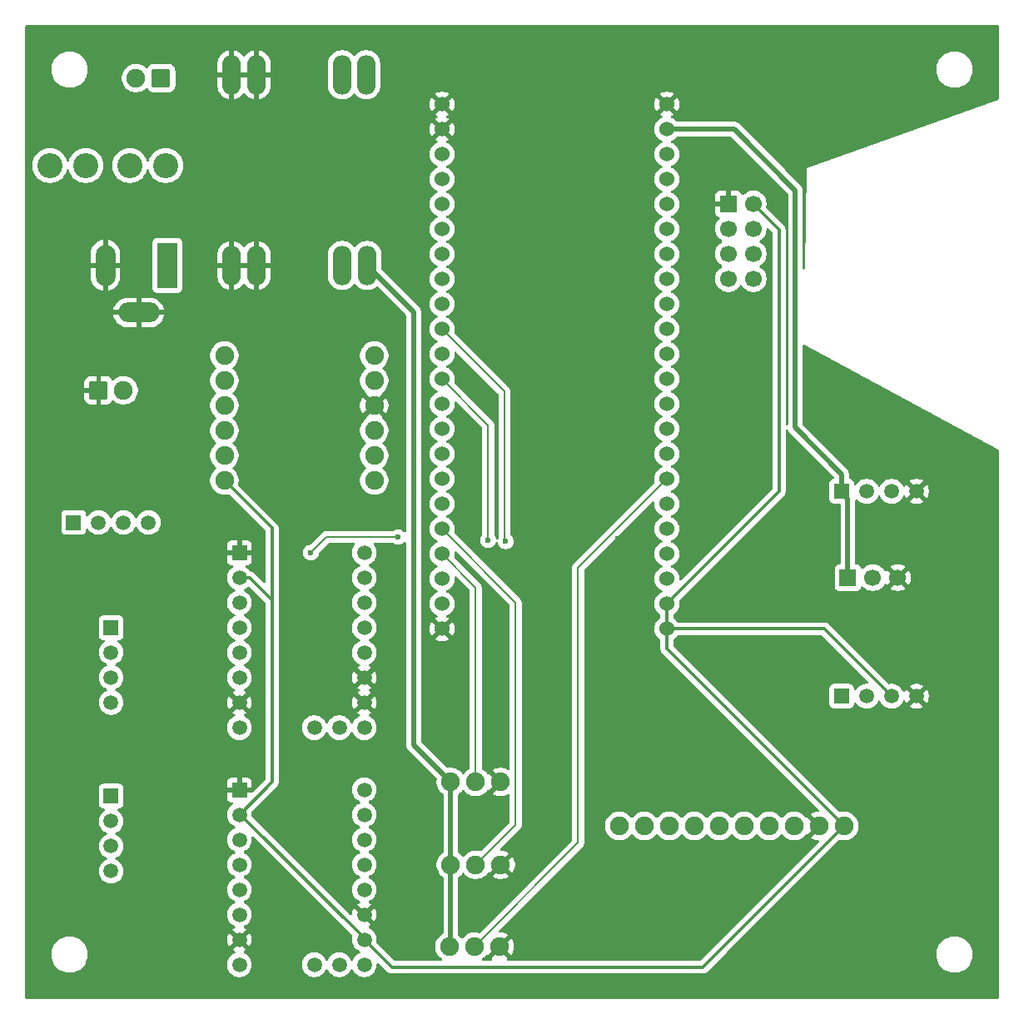
<source format=gbr>
%TF.GenerationSoftware,KiCad,Pcbnew,9.0.6*%
%TF.CreationDate,2026-02-25T04:36:07+07:00*%
%TF.ProjectId,Robot,526f626f-742e-46b6-9963-61645f706362,rev?*%
%TF.SameCoordinates,Original*%
%TF.FileFunction,Copper,L2,Bot*%
%TF.FilePolarity,Positive*%
%FSLAX46Y46*%
G04 Gerber Fmt 4.6, Leading zero omitted, Abs format (unit mm)*
G04 Created by KiCad (PCBNEW 9.0.6) date 2026-02-25 04:36:07*
%MOMM*%
%LPD*%
G01*
G04 APERTURE LIST*
G04 Aperture macros list*
%AMRoundRect*
0 Rectangle with rounded corners*
0 $1 Rounding radius*
0 $2 $3 $4 $5 $6 $7 $8 $9 X,Y pos of 4 corners*
0 Add a 4 corners polygon primitive as box body*
4,1,4,$2,$3,$4,$5,$6,$7,$8,$9,$2,$3,0*
0 Add four circle primitives for the rounded corners*
1,1,$1+$1,$2,$3*
1,1,$1+$1,$4,$5*
1,1,$1+$1,$6,$7*
1,1,$1+$1,$8,$9*
0 Add four rect primitives between the rounded corners*
20,1,$1+$1,$2,$3,$4,$5,0*
20,1,$1+$1,$4,$5,$6,$7,0*
20,1,$1+$1,$6,$7,$8,$9,0*
20,1,$1+$1,$8,$9,$2,$3,0*%
G04 Aperture macros list end*
%TA.AperFunction,ComponentPad*%
%ADD10RoundRect,0.250000X0.700000X-0.700000X0.700000X0.700000X-0.700000X0.700000X-0.700000X-0.700000X0*%
%TD*%
%TA.AperFunction,ComponentPad*%
%ADD11C,1.900000*%
%TD*%
%TA.AperFunction,ComponentPad*%
%ADD12R,1.508000X1.508000*%
%TD*%
%TA.AperFunction,ComponentPad*%
%ADD13C,1.508000*%
%TD*%
%TA.AperFunction,ComponentPad*%
%ADD14C,2.550000*%
%TD*%
%TA.AperFunction,ComponentPad*%
%ADD15C,1.530000*%
%TD*%
%TA.AperFunction,ComponentPad*%
%ADD16R,1.700000X1.700000*%
%TD*%
%TA.AperFunction,ComponentPad*%
%ADD17C,1.700000*%
%TD*%
%TA.AperFunction,ComponentPad*%
%ADD18R,2.000000X4.600000*%
%TD*%
%TA.AperFunction,ComponentPad*%
%ADD19O,2.000000X4.200000*%
%TD*%
%TA.AperFunction,ComponentPad*%
%ADD20O,4.200000X2.000000*%
%TD*%
%TA.AperFunction,ComponentPad*%
%ADD21O,1.900000X4.000000*%
%TD*%
%TA.AperFunction,ComponentPad*%
%ADD22C,1.905000*%
%TD*%
%TA.AperFunction,ComponentPad*%
%ADD23RoundRect,0.250000X-0.700000X0.700000X-0.700000X-0.700000X0.700000X-0.700000X0.700000X0.700000X0*%
%TD*%
%TA.AperFunction,ViaPad*%
%ADD24C,0.600000*%
%TD*%
%TA.AperFunction,Conductor*%
%ADD25C,0.200000*%
%TD*%
%TA.AperFunction,Conductor*%
%ADD26C,0.300000*%
%TD*%
%TA.AperFunction,Conductor*%
%ADD27C,0.500000*%
%TD*%
G04 APERTURE END LIST*
D10*
%TO.P,J2,1,Pin_1*%
%TO.N,GND*%
X107950000Y-87630000D03*
D11*
%TO.P,J2,2,Pin_2*%
%TO.N,+24V*%
X110490000Y-87630000D03*
%TD*%
D12*
%TO.P,J5,1,Pin_1*%
%TO.N,/OUT1*%
X105410000Y-101076667D03*
D13*
%TO.P,J5,2,Pin_2*%
%TO.N,/OUT2*%
X107950000Y-101076667D03*
%TO.P,J5,3,Pin_3*%
%TO.N,/OUT3*%
X110490000Y-101076667D03*
%TO.P,J5,4,Pin_4*%
%TO.N,/OUT4*%
X113030000Y-101076667D03*
%TD*%
D12*
%TO.P,J4,1,Pin_1*%
%TO.N,+5V*%
X183515000Y-97900000D03*
D13*
%TO.P,J4,2,Pin_2*%
%TO.N,Net-(J4-Pin_2)*%
X186055000Y-97900000D03*
%TO.P,J4,3,Pin_3*%
%TO.N,Net-(J4-Pin_3)*%
X188595000Y-97900000D03*
%TO.P,J4,4,Pin_4*%
%TO.N,GND*%
X191135000Y-97900000D03*
%TD*%
D14*
%TO.P,F1,1*%
%TO.N,+24V*%
X102995000Y-64770000D03*
X106655000Y-64770000D03*
%TO.P,F1,2*%
X111125000Y-64770000D03*
X114785000Y-64770000D03*
%TD*%
D11*
%TO.P,J10,1,Pin_1*%
%TO.N,+5V*%
X143764000Y-127466000D03*
%TO.P,J10,2,Pin_2*%
%TO.N,/SIG_SERVO_3*%
X146304000Y-127466000D03*
%TO.P,J10,3,Pin_3*%
%TO.N,GND*%
X148844000Y-127466000D03*
%TD*%
D15*
%TO.P,U3,J1_1,3V3*%
%TO.N,+3.3V*%
X165735000Y-111885000D03*
%TO.P,U3,J1_2,3V3*%
X165735000Y-109345000D03*
%TO.P,U3,J1_3,RST*%
%TO.N,unconnected-(U3-RST-PadJ1_3)*%
X165735000Y-106805000D03*
%TO.P,U3,J1_4,GPIO4*%
%TO.N,/IMU_SDA*%
X165735000Y-104265000D03*
%TO.P,U3,J1_5,GPIO5*%
%TO.N,/IMU_SCL*%
X165735000Y-101725000D03*
%TO.P,U3,J1_6,GPIO6*%
%TO.N,/S2_STEP*%
X165735000Y-99185000D03*
%TO.P,U3,J1_7,GPIO7*%
%TO.N,/SIG_SERVO_1*%
X165735000Y-96645000D03*
%TO.P,U3,J1_8,GPIO15*%
%TO.N,/DSP_SDA*%
X165735000Y-94105000D03*
%TO.P,U3,J1_9,GPIO16*%
%TO.N,/DSP_SCL*%
X165735000Y-91565000D03*
%TO.P,U3,J1_10,GPIO17*%
%TO.N,/S12_UART*%
X165735000Y-89025000D03*
%TO.P,U3,J1_11,GPIO18*%
%TO.N,Net-(U3-GPIO18)*%
X165735000Y-86485000D03*
%TO.P,U3,J1_12,GPIO8*%
%TO.N,/US_OUT*%
X165735000Y-83945000D03*
%TO.P,U3,J1_13,GPIO3*%
%TO.N,unconnected-(U3-GPIO3-PadJ1_13)*%
X165735000Y-81405000D03*
%TO.P,U3,J1_14,GPIO46*%
%TO.N,unconnected-(U3-GPIO46-PadJ1_14)*%
X165735000Y-78865000D03*
%TO.P,U3,J1_15,GPIO9*%
%TO.N,/NRF_CSN*%
X165735000Y-76325000D03*
%TO.P,U3,J1_16,GPIO10*%
%TO.N,/NRF_MOSI*%
X165735000Y-73785000D03*
%TO.P,U3,J1_17,GPIO11*%
%TO.N,/NRF_IRQ*%
X165735000Y-71245000D03*
%TO.P,U3,J1_18,GPIO12*%
%TO.N,/NRF_MISO*%
X165735000Y-68705000D03*
%TO.P,U3,J1_19,GPIO13*%
%TO.N,/NRF_CLK*%
X165735000Y-66165000D03*
%TO.P,U3,J1_20,GPIO14*%
%TO.N,/NRF_CE*%
X165735000Y-63625000D03*
%TO.P,U3,J1_21,5V0*%
%TO.N,+5V*%
X165735000Y-61085000D03*
%TO.P,U3,J1_22,GND*%
%TO.N,GND*%
X165735000Y-58545000D03*
%TO.P,U3,J3_1,GND*%
X142875000Y-111885000D03*
%TO.P,U3,J3_2,U0TXD/GPIO43*%
%TO.N,unconnected-(U3-U0TXD{slash}GPIO43-PadJ3_2)*%
X142875000Y-109345000D03*
%TO.P,U3,J3_3,U0RXD/GPIO44*%
%TO.N,unconnected-(U3-U0RXD{slash}GPIO44-PadJ3_3)*%
X142875000Y-106805000D03*
%TO.P,U3,J3_4,GPIO1*%
%TO.N,/SIG_SERVO_3*%
X142875000Y-104265000D03*
%TO.P,U3,J3_5,GPIO2*%
%TO.N,/SIG_SERVO_2*%
X142875000Y-101725000D03*
%TO.P,U3,J3_6,MTMS/GPIO42*%
%TO.N,/S2_DIAG*%
X142875000Y-99185000D03*
%TO.P,U3,J3_7,MTDI/GPIO41*%
%TO.N,/S1_DIAG*%
X142875000Y-96645000D03*
%TO.P,U3,J3_8,MTDO/GPIO40*%
%TO.N,/S1_STEP*%
X142875000Y-94105000D03*
%TO.P,U3,J3_9,MTCK/GPIO39*%
%TO.N,unconnected-(U3-MTCK{slash}GPIO39-PadJ3_9)*%
X142875000Y-91565000D03*
%TO.P,U3,J3_10,GPIO38*%
%TO.N,/MC_IN1_S1_EN*%
X142875000Y-89025000D03*
%TO.P,U3,J3_11,GPIO37*%
%TO.N,/MC_IN2_S2_EN*%
X142875000Y-86485000D03*
%TO.P,U3,J3_12,GPIO36*%
%TO.N,/MC_IN3_S1_DIR*%
X142875000Y-83945000D03*
%TO.P,U3,J3_13,GPIO35*%
%TO.N,/MC_IN4_S2_DIR*%
X142875000Y-81405000D03*
%TO.P,U3,J3_14,GPIO0*%
%TO.N,unconnected-(U3-GPIO0-PadJ3_14)*%
X142875000Y-78865000D03*
%TO.P,U3,J3_15,GPIO45*%
%TO.N,unconnected-(U3-GPIO45-PadJ3_15)*%
X142875000Y-76325000D03*
%TO.P,U3,J3_16,GPIO48*%
%TO.N,unconnected-(U3-GPIO48-PadJ3_16)*%
X142875000Y-73785000D03*
%TO.P,U3,J3_17,GPIO47*%
%TO.N,unconnected-(U3-GPIO47-PadJ3_17)*%
X142875000Y-71245000D03*
%TO.P,U3,J3_18,GPIO21*%
%TO.N,unconnected-(U3-GPIO21-PadJ3_18)*%
X142875000Y-68705000D03*
%TO.P,U3,J3_19,USB_D+/GPIO20*%
%TO.N,unconnected-(U3-USB_D+{slash}GPIO20-PadJ3_19)*%
X142875000Y-66165000D03*
%TO.P,U3,J3_20,USB_D-/GPIO19*%
%TO.N,unconnected-(U3-USB_D-{slash}GPIO19-PadJ3_20)*%
X142875000Y-63625000D03*
%TO.P,U3,J3_21,GND*%
%TO.N,GND*%
X142875000Y-61085000D03*
%TO.P,U3,J3_22,GND*%
X142875000Y-58545000D03*
%TD*%
D16*
%TO.P,J6,1,Pin_1*%
%TO.N,+5V*%
X184150000Y-106680000D03*
D17*
%TO.P,J6,2,Pin_2*%
%TO.N,Net-(J4-Pin_2)*%
X186690000Y-106680000D03*
%TO.P,J6,3,Pin_3*%
%TO.N,GND*%
X189230000Y-106680000D03*
%TD*%
D12*
%TO.P,J11,1,Pin_1*%
%TO.N,/S1_M1B*%
X109220000Y-111760000D03*
D13*
%TO.P,J11,2,Pin_2*%
%TO.N,/S1_M1A*%
X109220000Y-114300000D03*
%TO.P,J11,3,Pin_3*%
%TO.N,/S1_M2A*%
X109220000Y-116840000D03*
%TO.P,J11,4,Pin_4*%
%TO.N,/S1_M2B*%
X109220000Y-119380000D03*
%TD*%
D11*
%TO.P,J9,1,Pin_1*%
%TO.N,+5V*%
X143764000Y-135890000D03*
%TO.P,J9,2,Pin_2*%
%TO.N,/SIG_SERVO_2*%
X146304000Y-135890000D03*
%TO.P,J9,3,Pin_3*%
%TO.N,GND*%
X148844000Y-135890000D03*
%TD*%
D12*
%TO.P,U7,1,GND*%
%TO.N,GND*%
X122267500Y-104168333D03*
D13*
%TO.P,U7,2,VIO*%
%TO.N,+3.3V*%
X122267500Y-106708333D03*
%TO.P,U7,3,M1B*%
%TO.N,/S1_M1B*%
X122267500Y-109248333D03*
%TO.P,U7,4,M1A*%
%TO.N,/S1_M1A*%
X122267500Y-111788333D03*
%TO.P,U7,5,M2A*%
%TO.N,/S1_M2A*%
X122267500Y-114328333D03*
%TO.P,U7,6,M2B*%
%TO.N,/S1_M2B*%
X122267500Y-116868333D03*
%TO.P,U7,7,GND*%
%TO.N,GND*%
X122267500Y-119408333D03*
%TO.P,U7,8,VM*%
%TO.N,+24V*%
X122267500Y-121948333D03*
%TO.P,U7,9,DIR*%
%TO.N,/MC_IN3_S1_DIR*%
X134967500Y-104168333D03*
%TO.P,U7,10,STEP*%
%TO.N,/S1_STEP*%
X134967500Y-106708333D03*
%TO.P,U7,11,PDN*%
%TO.N,unconnected-(U7-PDN-Pad11)*%
X134967500Y-109248333D03*
%TO.P,U7,12,UART*%
%TO.N,/S12_UART*%
X134967500Y-111788333D03*
%TO.P,U7,13,SPRD*%
%TO.N,unconnected-(U7-SPRD-Pad13)*%
X134967500Y-114328333D03*
%TO.P,U7,14,MS2*%
%TO.N,GND*%
X134967500Y-116868333D03*
%TO.P,U7,15,MS1*%
X134967500Y-119408333D03*
%TO.P,U7,16,~{EN}*%
%TO.N,/MC_IN1_S1_EN*%
X134967500Y-121948333D03*
%TO.P,U7,17,DIAG*%
%TO.N,/S1_DIAG*%
X132427500Y-121948333D03*
%TO.P,U7,18,INDEX*%
%TO.N,unconnected-(U7-INDEX-Pad18)*%
X129887500Y-121948333D03*
%TD*%
D12*
%TO.P,J3,1,Pin_1*%
%TO.N,/S2_M1B*%
X109220000Y-128905000D03*
D13*
%TO.P,J3,2,Pin_2*%
%TO.N,/S2_M1A*%
X109220000Y-131445000D03*
%TO.P,J3,3,Pin_3*%
%TO.N,/S2_M2A*%
X109220000Y-133985000D03*
%TO.P,J3,4,Pin_4*%
%TO.N,/S2_M2B*%
X109220000Y-136525000D03*
%TD*%
D12*
%TO.P,J7,1,Pin_1*%
%TO.N,/DSP_SDA*%
X183515000Y-118745000D03*
D13*
%TO.P,J7,2,Pin_2*%
%TO.N,/DSP_SCL*%
X186055000Y-118745000D03*
%TO.P,J7,3,Pin_3*%
%TO.N,+3.3V*%
X188595000Y-118745000D03*
%TO.P,J7,4,Pin_4*%
%TO.N,GND*%
X191135000Y-118745000D03*
%TD*%
D11*
%TO.P,U9,1,IN1*%
%TO.N,/MC_IN1_S1_EN*%
X135985000Y-96801667D03*
%TO.P,U9,2,IN2*%
%TO.N,/MC_IN2_S2_EN*%
X135985000Y-94261667D03*
%TO.P,U9,3,VCC*%
%TO.N,+24V*%
X135985000Y-91721667D03*
%TO.P,U9,4,GND*%
%TO.N,GND*%
X135985000Y-89181667D03*
%TO.P,U9,5,IN3*%
%TO.N,/MC_IN3_S1_DIR*%
X135985000Y-86641667D03*
%TO.P,U9,6,IN4*%
%TO.N,/MC_IN4_S2_DIR*%
X135985000Y-84101667D03*
%TO.P,U9,7,ULT*%
%TO.N,+3.3V*%
X120745000Y-96801667D03*
%TO.P,U9,8,OUT4*%
%TO.N,/OUT4*%
X120745000Y-94261667D03*
%TO.P,U9,9,OUT3*%
%TO.N,/OUT3*%
X120745000Y-91721667D03*
%TO.P,U9,10,OUT2*%
%TO.N,/OUT2*%
X120745000Y-89181667D03*
%TO.P,U9,11,OUT1*%
%TO.N,/OUT1*%
X120745000Y-86641667D03*
%TO.P,U9,12,EEP*%
%TO.N,unconnected-(U9-EEP-Pad12)*%
X120745000Y-84101667D03*
%TD*%
D16*
%TO.P,U1,1,GND*%
%TO.N,GND*%
X171995500Y-68670000D03*
D17*
%TO.P,U1,2,VCC*%
%TO.N,+3.3V*%
X174535500Y-68670000D03*
%TO.P,U1,3,CE*%
%TO.N,/NRF_CE*%
X171995500Y-71210000D03*
%TO.P,U1,4,~{CSN}*%
%TO.N,/NRF_CSN*%
X174535500Y-71210000D03*
%TO.P,U1,5,SCK*%
%TO.N,/NRF_CLK*%
X171995500Y-73750000D03*
%TO.P,U1,6,MOSI*%
%TO.N,/NRF_MOSI*%
X174535500Y-73750000D03*
%TO.P,U1,7,MISO*%
%TO.N,/NRF_MISO*%
X171995500Y-76290000D03*
%TO.P,U1,8,IRQ*%
%TO.N,/NRF_IRQ*%
X174535500Y-76290000D03*
%TD*%
D11*
%TO.P,J8,1,Pin_1*%
%TO.N,+5V*%
X143637000Y-144202000D03*
%TO.P,J8,2,Pin_2*%
%TO.N,/SIG_SERVO_1*%
X146177000Y-144202000D03*
%TO.P,J8,3,Pin_3*%
%TO.N,GND*%
X148717000Y-144202000D03*
%TD*%
D18*
%TO.P,J1,1*%
%TO.N,+24V*%
X114935000Y-74915000D03*
D19*
%TO.P,J1,2*%
%TO.N,GND*%
X108635000Y-74915000D03*
D20*
X112035000Y-79715000D03*
%TD*%
D21*
%TO.P,U4,1,Vin+*%
%TO.N,+24V*%
X135155000Y-55530000D03*
X132715000Y-55530000D03*
%TO.P,U4,2,Vin-*%
%TO.N,GND*%
X124015000Y-55530000D03*
X121475000Y-55530000D03*
%TO.P,U4,3,Vout-*%
X124015000Y-74930000D03*
X121475000Y-74930000D03*
%TO.P,U4,4,Vout+*%
%TO.N,+5V*%
X135255000Y-74930000D03*
X132715000Y-74930000D03*
%TD*%
D22*
%TO.P,U5,1,VCC*%
%TO.N,+3.3V*%
X183769000Y-131930000D03*
%TO.P,U5,2,GND*%
%TO.N,GND*%
X181229000Y-131930000D03*
%TO.P,U5,3,SCL*%
%TO.N,/IMU_SCL*%
X178689000Y-131930000D03*
%TO.P,U5,4,SDA*%
%TO.N,/IMU_SDA*%
X176149000Y-131930000D03*
%TO.P,U5,5,EDA*%
%TO.N,unconnected-(U5-EDA-Pad5)*%
X173609000Y-131930000D03*
%TO.P,U5,6,ECL*%
%TO.N,unconnected-(U5-ECL-Pad6)*%
X171069000Y-131930000D03*
%TO.P,U5,7,AD0*%
%TO.N,unconnected-(U5-AD0-Pad7)*%
X168529000Y-131930000D03*
%TO.P,U5,8,INT*%
%TO.N,unconnected-(U5-INT-Pad8)*%
X165989000Y-131930000D03*
%TO.P,U5,9,NCS*%
%TO.N,unconnected-(U5-NCS-Pad9)*%
X163449000Y-131930000D03*
%TO.P,U5,10,FSYNC*%
%TO.N,unconnected-(U5-FSYNC-Pad10)*%
X160909000Y-131930000D03*
%TD*%
D23*
%TO.P,U8,1,1*%
%TO.N,+24V*%
X114300000Y-55880000D03*
D11*
%TO.P,U8,2,2*%
X111760000Y-55880000D03*
%TD*%
D12*
%TO.P,U2,1,GND*%
%TO.N,GND*%
X122267500Y-128270000D03*
D13*
%TO.P,U2,2,VIO*%
%TO.N,+3.3V*%
X122267500Y-130810000D03*
%TO.P,U2,3,M1B*%
%TO.N,/S2_M1B*%
X122267500Y-133350000D03*
%TO.P,U2,4,M1A*%
%TO.N,/S2_M1A*%
X122267500Y-135890000D03*
%TO.P,U2,5,M2A*%
%TO.N,/S2_M2A*%
X122267500Y-138430000D03*
%TO.P,U2,6,M2B*%
%TO.N,/S2_M2B*%
X122267500Y-140970000D03*
%TO.P,U2,7,GND*%
%TO.N,GND*%
X122267500Y-143510000D03*
%TO.P,U2,8,VM*%
%TO.N,+24V*%
X122267500Y-146050000D03*
%TO.P,U2,9,DIR*%
%TO.N,/MC_IN4_S2_DIR*%
X134967500Y-128270000D03*
%TO.P,U2,10,STEP*%
%TO.N,/S2_STEP*%
X134967500Y-130810000D03*
%TO.P,U2,11,PDN*%
%TO.N,unconnected-(U2-PDN-Pad11)*%
X134967500Y-133350000D03*
%TO.P,U2,12,UART*%
%TO.N,/S12_UART*%
X134967500Y-135890000D03*
%TO.P,U2,13,SPRD*%
%TO.N,unconnected-(U2-SPRD-Pad13)*%
X134967500Y-138430000D03*
%TO.P,U2,14,MS2*%
%TO.N,GND*%
X134967500Y-140970000D03*
%TO.P,U2,15,MS1*%
%TO.N,+3.3V*%
X134967500Y-143510000D03*
%TO.P,U2,16,~{EN}*%
%TO.N,/MC_IN2_S2_EN*%
X134967500Y-146050000D03*
%TO.P,U2,17,DIAG*%
%TO.N,/S2_DIAG*%
X132427500Y-146050000D03*
%TO.P,U2,18,INDEX*%
%TO.N,unconnected-(U2-INDEX-Pad18)*%
X129887500Y-146050000D03*
%TD*%
D24*
%TO.N,GND*%
X148082000Y-89662000D03*
X146812000Y-87249000D03*
X147193000Y-88265000D03*
%TO.N,/MC_IN4_S2_DIR*%
X149352000Y-102997000D03*
%TO.N,GND*%
X113665000Y-144018000D03*
X153924000Y-85598000D03*
X143129000Y-120523000D03*
X185166000Y-52578000D03*
X103759000Y-121412000D03*
X103759000Y-82296000D03*
X177419000Y-115697000D03*
X131445000Y-84582000D03*
X114300000Y-110490000D03*
X138430000Y-86741000D03*
X117729000Y-115697000D03*
X195453000Y-111379000D03*
X177546000Y-122682000D03*
X148463000Y-70993000D03*
X191643000Y-129921000D03*
X195961000Y-92837000D03*
X113665000Y-135255000D03*
X123063000Y-69215000D03*
X173609000Y-52959000D03*
X164973000Y-141478000D03*
X148844000Y-53340000D03*
X160782000Y-102743000D03*
X157226000Y-69977000D03*
X181610000Y-88011000D03*
X116713000Y-135890000D03*
X154686000Y-109093000D03*
X177292000Y-128524000D03*
X161798000Y-124460000D03*
X156845000Y-63246000D03*
X148463000Y-63246000D03*
X181483000Y-113792000D03*
X157988000Y-78232000D03*
X129921000Y-96012000D03*
X148463000Y-115443000D03*
X164465000Y-118618000D03*
X181864000Y-91567000D03*
X114427000Y-113157000D03*
X177292000Y-119126000D03*
X122555000Y-64135000D03*
X145542000Y-130048000D03*
X129667000Y-107061000D03*
X161163000Y-118745000D03*
X147447000Y-132334000D03*
X129667000Y-92202000D03*
X169037000Y-124206000D03*
X116967000Y-132842000D03*
X113919000Y-132715000D03*
X191897000Y-136017000D03*
X117983000Y-110490000D03*
X153416000Y-119380000D03*
X188214000Y-125349000D03*
X165227000Y-124079000D03*
X103505000Y-111760000D03*
X114046000Y-130175000D03*
X114300000Y-115697000D03*
X129413000Y-89154000D03*
X145542000Y-132207000D03*
X196215000Y-104013000D03*
X103124000Y-92456000D03*
X132715000Y-61468000D03*
X179705000Y-141859000D03*
X117602000Y-113030000D03*
X176530000Y-108458000D03*
X133350000Y-85725000D03*
X173990000Y-106045000D03*
X129794000Y-117856000D03*
X148336000Y-130048000D03*
X172466000Y-109855000D03*
X131826000Y-68453000D03*
X153543000Y-91440000D03*
X160655000Y-53086000D03*
X148336000Y-79121000D03*
X101854000Y-133350000D03*
X116459000Y-130175000D03*
X132969000Y-105664000D03*
X184531000Y-62357000D03*
%TO.N,/S2_DIAG*%
X129540000Y-104140000D03*
X138430000Y-102548127D03*
%TO.N,/MC_IN2_S2_EN*%
X147574000Y-102870000D03*
%TD*%
D25*
%TO.N,/MC_IN4_S2_DIR*%
X149225000Y-87755000D02*
X142875000Y-81405000D01*
X149225000Y-102870000D02*
X149225000Y-87755000D01*
X149352000Y-102997000D02*
X149225000Y-102870000D01*
%TO.N,/SIG_SERVO_1*%
X156718000Y-133661000D02*
X156718000Y-105662000D01*
X156718000Y-105662000D02*
X165735000Y-96645000D01*
D26*
%TO.N,+3.3V*%
X165735000Y-109345000D02*
X177165000Y-97915000D01*
X125603000Y-127474500D02*
X122267500Y-130810000D01*
X122267500Y-106708333D02*
X123333817Y-106708333D01*
X169396000Y-146303000D02*
X183769000Y-131930000D01*
X137760500Y-146303000D02*
X169396000Y-146303000D01*
X125603000Y-101659667D02*
X125603000Y-108977516D01*
X134967500Y-143510000D02*
X137760500Y-146303000D01*
X165735000Y-111885000D02*
X165735000Y-113896000D01*
X165735000Y-111885000D02*
X181735000Y-111885000D01*
X177165000Y-71299500D02*
X174535500Y-68670000D01*
X165735000Y-109345000D02*
X165735000Y-111885000D01*
X125603000Y-108977516D02*
X125603000Y-127474500D01*
X134967500Y-143355923D02*
X134967500Y-143510000D01*
X122421577Y-130810000D02*
X134967500Y-143355923D01*
X177165000Y-97915000D02*
X177165000Y-71299500D01*
X181735000Y-111885000D02*
X188595000Y-118745000D01*
X122267500Y-130810000D02*
X122421577Y-130810000D01*
X120745000Y-96801667D02*
X125603000Y-101659667D01*
X123333817Y-106708333D02*
X125603000Y-108977516D01*
X165735000Y-113896000D02*
X183769000Y-131930000D01*
D25*
%TO.N,/S2_DIAG*%
X138430000Y-102548127D02*
X131131873Y-102548127D01*
X131131873Y-102548127D02*
X129540000Y-104140000D01*
D27*
%TO.N,+5V*%
X184150000Y-98679000D02*
X184150000Y-106680000D01*
X139981000Y-79656000D02*
X139981000Y-123683000D01*
X178816000Y-91405000D02*
X178761661Y-91405000D01*
X143764000Y-144075000D02*
X143637000Y-144202000D01*
X135255000Y-74930000D02*
X139981000Y-79656000D01*
X165735000Y-61085000D02*
X172591000Y-61085000D01*
X183515000Y-98044000D02*
X184150000Y-98679000D01*
X183515000Y-96158339D02*
X183515000Y-97900000D01*
X139981000Y-123683000D02*
X143764000Y-127466000D01*
X143764000Y-127466000D02*
X143764000Y-135890000D01*
X183515000Y-97900000D02*
X183515000Y-98044000D01*
X178761661Y-91405000D02*
X183515000Y-96158339D01*
X172591000Y-61085000D02*
X178816000Y-67310000D01*
X143764000Y-135890000D02*
X143764000Y-144075000D01*
X178816000Y-67310000D02*
X178816000Y-91405000D01*
D25*
%TO.N,/MC_IN2_S2_EN*%
X147574000Y-91184000D02*
X142875000Y-86485000D01*
X147574000Y-102870000D02*
X147574000Y-91184000D01*
%TO.N,/SIG_SERVO_1*%
X146177000Y-144202000D02*
X156718000Y-133661000D01*
%TO.N,/SIG_SERVO_2*%
X150368000Y-109218000D02*
X142875000Y-101725000D01*
X146304000Y-135890000D02*
X150368000Y-131826000D01*
X150368000Y-131826000D02*
X150368000Y-109218000D01*
%TO.N,/SIG_SERVO_3*%
X146304000Y-107694000D02*
X142875000Y-104265000D01*
X146304000Y-127466000D02*
X146304000Y-107694000D01*
%TD*%
%TA.AperFunction,Conductor*%
%TO.N,GND*%
G36*
X123565000Y-75180000D02*
G01*
X121925000Y-75180000D01*
X121925000Y-74680000D01*
X123565000Y-74680000D01*
X123565000Y-75180000D01*
G37*
%TD.AperFunction*%
%TA.AperFunction,Conductor*%
G36*
X123565000Y-55780000D02*
G01*
X121925000Y-55780000D01*
X121925000Y-55280000D01*
X123565000Y-55280000D01*
X123565000Y-55780000D01*
G37*
%TD.AperFunction*%
%TA.AperFunction,Conductor*%
G36*
X199442539Y-50520185D02*
G01*
X199488294Y-50572989D01*
X199499500Y-50624500D01*
X199499500Y-57943233D01*
X199479815Y-58010272D01*
X199427011Y-58056027D01*
X199417284Y-58059981D01*
X179959000Y-65023999D01*
X179959000Y-65024000D01*
X179814487Y-75212152D01*
X179793854Y-75278903D01*
X179740407Y-75323905D01*
X179671114Y-75332866D01*
X179607976Y-75302943D01*
X179571039Y-75243635D01*
X179566500Y-75210391D01*
X179566500Y-67236079D01*
X179537659Y-67091092D01*
X179537658Y-67091091D01*
X179537658Y-67091087D01*
X179537656Y-67091082D01*
X179481087Y-66954511D01*
X179481080Y-66954498D01*
X179398952Y-66831585D01*
X179395633Y-66828266D01*
X179294416Y-66727049D01*
X177755064Y-65187697D01*
X173069421Y-60502052D01*
X173069414Y-60502046D01*
X172977816Y-60440843D01*
X172977815Y-60440843D01*
X172946500Y-60419919D01*
X172946488Y-60419912D01*
X172809917Y-60363343D01*
X172809907Y-60363340D01*
X172664920Y-60334500D01*
X172664918Y-60334500D01*
X166817155Y-60334500D01*
X166750116Y-60314815D01*
X166716838Y-60283387D01*
X166700269Y-60260582D01*
X166559420Y-60119733D01*
X166559418Y-60119731D01*
X166398266Y-60002647D01*
X166398262Y-60002645D01*
X166246277Y-59925204D01*
X166195481Y-59877229D01*
X166178686Y-59809408D01*
X166201224Y-59743273D01*
X166246277Y-59704234D01*
X166398005Y-59626924D01*
X166435863Y-59599418D01*
X166435863Y-59599417D01*
X165872574Y-59036128D01*
X165931853Y-59020245D01*
X166048147Y-58953102D01*
X166143102Y-58858147D01*
X166210245Y-58741853D01*
X166226128Y-58682574D01*
X166789417Y-59245863D01*
X166789418Y-59245863D01*
X166816924Y-59208005D01*
X166907320Y-59030594D01*
X166968852Y-58841222D01*
X167000000Y-58644563D01*
X167000000Y-58445436D01*
X166968852Y-58248777D01*
X166907320Y-58059405D01*
X166816924Y-57881994D01*
X166789417Y-57844135D01*
X166789417Y-57844134D01*
X166226128Y-58407424D01*
X166210245Y-58348147D01*
X166143102Y-58231853D01*
X166048147Y-58136898D01*
X165931853Y-58069755D01*
X165872574Y-58053871D01*
X166435864Y-57490581D01*
X166435863Y-57490580D01*
X166398008Y-57463077D01*
X166220594Y-57372679D01*
X166031222Y-57311147D01*
X165834563Y-57280000D01*
X165635437Y-57280000D01*
X165438777Y-57311147D01*
X165249405Y-57372679D01*
X165071990Y-57463077D01*
X165034135Y-57490580D01*
X165034135Y-57490581D01*
X165597425Y-58053871D01*
X165538147Y-58069755D01*
X165421853Y-58136898D01*
X165326898Y-58231853D01*
X165259755Y-58348147D01*
X165243871Y-58407425D01*
X164680581Y-57844135D01*
X164680580Y-57844135D01*
X164653077Y-57881990D01*
X164562679Y-58059405D01*
X164501147Y-58248777D01*
X164470000Y-58445436D01*
X164470000Y-58644563D01*
X164501147Y-58841222D01*
X164562679Y-59030594D01*
X164653077Y-59208008D01*
X164680580Y-59245863D01*
X164680581Y-59245864D01*
X165243871Y-58682574D01*
X165259755Y-58741853D01*
X165326898Y-58858147D01*
X165421853Y-58953102D01*
X165538147Y-59020245D01*
X165597425Y-59036128D01*
X165034134Y-59599417D01*
X165071994Y-59626924D01*
X165223722Y-59704234D01*
X165274518Y-59752209D01*
X165291313Y-59820030D01*
X165268776Y-59886165D01*
X165223723Y-59925203D01*
X165071735Y-60002645D01*
X164958997Y-60084555D01*
X164910582Y-60119731D01*
X164910580Y-60119733D01*
X164910579Y-60119733D01*
X164769733Y-60260579D01*
X164769733Y-60260580D01*
X164769731Y-60260582D01*
X164730328Y-60314815D01*
X164652647Y-60421733D01*
X164562213Y-60599219D01*
X164500661Y-60788656D01*
X164500661Y-60788659D01*
X164469500Y-60985403D01*
X164469500Y-61184596D01*
X164500661Y-61381340D01*
X164500661Y-61381343D01*
X164562213Y-61570780D01*
X164562215Y-61570783D01*
X164652647Y-61748266D01*
X164769731Y-61909418D01*
X164910582Y-62050269D01*
X165071734Y-62167353D01*
X165141453Y-62202877D01*
X165223172Y-62244515D01*
X165273968Y-62292490D01*
X165290763Y-62360311D01*
X165268225Y-62426446D01*
X165223172Y-62465485D01*
X165071733Y-62542647D01*
X164979790Y-62609447D01*
X164910582Y-62659731D01*
X164910580Y-62659733D01*
X164910579Y-62659733D01*
X164769733Y-62800579D01*
X164769733Y-62800580D01*
X164769731Y-62800582D01*
X164719447Y-62869790D01*
X164652647Y-62961733D01*
X164562213Y-63139219D01*
X164500661Y-63328656D01*
X164500661Y-63328659D01*
X164469500Y-63525403D01*
X164469500Y-63724596D01*
X164500661Y-63921340D01*
X164500661Y-63921343D01*
X164562213Y-64110780D01*
X164606685Y-64198060D01*
X164652647Y-64288266D01*
X164769731Y-64449418D01*
X164910582Y-64590269D01*
X165071734Y-64707353D01*
X165141453Y-64742877D01*
X165223172Y-64784515D01*
X165273968Y-64832490D01*
X165290763Y-64900311D01*
X165268225Y-64966446D01*
X165223172Y-65005485D01*
X165071733Y-65082647D01*
X164979790Y-65149447D01*
X164910582Y-65199731D01*
X164910580Y-65199733D01*
X164910579Y-65199733D01*
X164769733Y-65340579D01*
X164769733Y-65340580D01*
X164769731Y-65340582D01*
X164719447Y-65409790D01*
X164652647Y-65501733D01*
X164562213Y-65679219D01*
X164500661Y-65868656D01*
X164500661Y-65868659D01*
X164469500Y-66065403D01*
X164469500Y-66264596D01*
X164500661Y-66461340D01*
X164500661Y-66461343D01*
X164562213Y-66650780D01*
X164562215Y-66650783D01*
X164652647Y-66828266D01*
X164769731Y-66989418D01*
X164910582Y-67130269D01*
X165071734Y-67247353D01*
X165141453Y-67282877D01*
X165223172Y-67324515D01*
X165273968Y-67372490D01*
X165290763Y-67440311D01*
X165268225Y-67506446D01*
X165223172Y-67545485D01*
X165071733Y-67622647D01*
X165003490Y-67672229D01*
X164910582Y-67739731D01*
X164910580Y-67739733D01*
X164910579Y-67739733D01*
X164769733Y-67880579D01*
X164769733Y-67880580D01*
X164769731Y-67880582D01*
X164719447Y-67949790D01*
X164652647Y-68041733D01*
X164562213Y-68219219D01*
X164500661Y-68408656D01*
X164500661Y-68408659D01*
X164469500Y-68605403D01*
X164469500Y-68804596D01*
X164500661Y-69001340D01*
X164500661Y-69001343D01*
X164562213Y-69190780D01*
X164562215Y-69190783D01*
X164652647Y-69368266D01*
X164769731Y-69529418D01*
X164910582Y-69670269D01*
X165071734Y-69787353D01*
X165141453Y-69822877D01*
X165223172Y-69864515D01*
X165273968Y-69912490D01*
X165290763Y-69980311D01*
X165268225Y-70046446D01*
X165223172Y-70085485D01*
X165071733Y-70162647D01*
X164997908Y-70216285D01*
X164910582Y-70279731D01*
X164910580Y-70279733D01*
X164910579Y-70279733D01*
X164769733Y-70420579D01*
X164769733Y-70420580D01*
X164769731Y-70420582D01*
X164719447Y-70489790D01*
X164652647Y-70581733D01*
X164562213Y-70759219D01*
X164500661Y-70948656D01*
X164500661Y-70948659D01*
X164469500Y-71145403D01*
X164469500Y-71344596D01*
X164500661Y-71541340D01*
X164500661Y-71541343D01*
X164562213Y-71730780D01*
X164562215Y-71730783D01*
X164652647Y-71908266D01*
X164769731Y-72069418D01*
X164910582Y-72210269D01*
X165071734Y-72327353D01*
X165088503Y-72335897D01*
X165223172Y-72404515D01*
X165273968Y-72452490D01*
X165290763Y-72520311D01*
X165268225Y-72586446D01*
X165223172Y-72625485D01*
X165071733Y-72702647D01*
X164979790Y-72769447D01*
X164910582Y-72819731D01*
X164910580Y-72819733D01*
X164910579Y-72819733D01*
X164769733Y-72960579D01*
X164769733Y-72960580D01*
X164769731Y-72960582D01*
X164724969Y-73022191D01*
X164652647Y-73121733D01*
X164562213Y-73299219D01*
X164500661Y-73488656D01*
X164500661Y-73488659D01*
X164469500Y-73685403D01*
X164469500Y-73884596D01*
X164500661Y-74081340D01*
X164500661Y-74081343D01*
X164562213Y-74270780D01*
X164562215Y-74270783D01*
X164652647Y-74448266D01*
X164769731Y-74609418D01*
X164910582Y-74750269D01*
X165071734Y-74867353D01*
X165141453Y-74902877D01*
X165223172Y-74944515D01*
X165273968Y-74992490D01*
X165290763Y-75060311D01*
X165268225Y-75126446D01*
X165223172Y-75165485D01*
X165071733Y-75242647D01*
X164988744Y-75302943D01*
X164910582Y-75359731D01*
X164910580Y-75359733D01*
X164910579Y-75359733D01*
X164769733Y-75500579D01*
X164769733Y-75500580D01*
X164769731Y-75500582D01*
X164719447Y-75569790D01*
X164652647Y-75661733D01*
X164562213Y-75839219D01*
X164500661Y-76028656D01*
X164500661Y-76028659D01*
X164484127Y-76133052D01*
X164469500Y-76225403D01*
X164469500Y-76424597D01*
X164485080Y-76522968D01*
X164500661Y-76621340D01*
X164500661Y-76621343D01*
X164562213Y-76810780D01*
X164620215Y-76924614D01*
X164652647Y-76988266D01*
X164769731Y-77149418D01*
X164910582Y-77290269D01*
X165071734Y-77407353D01*
X165117163Y-77430500D01*
X165223172Y-77484515D01*
X165273968Y-77532490D01*
X165290763Y-77600311D01*
X165268225Y-77666446D01*
X165223172Y-77705485D01*
X165071733Y-77782647D01*
X164979790Y-77849447D01*
X164910582Y-77899731D01*
X164910580Y-77899733D01*
X164910579Y-77899733D01*
X164769733Y-78040579D01*
X164769733Y-78040580D01*
X164769731Y-78040582D01*
X164719447Y-78109790D01*
X164652647Y-78201733D01*
X164562213Y-78379219D01*
X164500661Y-78568656D01*
X164500661Y-78568659D01*
X164469500Y-78765403D01*
X164469500Y-78964596D01*
X164500661Y-79161340D01*
X164500661Y-79161343D01*
X164562213Y-79350780D01*
X164620411Y-79465000D01*
X164652647Y-79528266D01*
X164769731Y-79689418D01*
X164910582Y-79830269D01*
X165071734Y-79947353D01*
X165141453Y-79982877D01*
X165223172Y-80024515D01*
X165273968Y-80072490D01*
X165290763Y-80140311D01*
X165268225Y-80206446D01*
X165223172Y-80245485D01*
X165071733Y-80322647D01*
X164979790Y-80389447D01*
X164910582Y-80439731D01*
X164910580Y-80439733D01*
X164910579Y-80439733D01*
X164769733Y-80580579D01*
X164769733Y-80580580D01*
X164769731Y-80580582D01*
X164719447Y-80649790D01*
X164652647Y-80741733D01*
X164562213Y-80919219D01*
X164500661Y-81108656D01*
X164500661Y-81108659D01*
X164469500Y-81305403D01*
X164469500Y-81504596D01*
X164500661Y-81701340D01*
X164500661Y-81701343D01*
X164562213Y-81890780D01*
X164562215Y-81890783D01*
X164652647Y-82068266D01*
X164769731Y-82229418D01*
X164910582Y-82370269D01*
X165071734Y-82487353D01*
X165141453Y-82522877D01*
X165223172Y-82564515D01*
X165273968Y-82612490D01*
X165290763Y-82680311D01*
X165268225Y-82746446D01*
X165223172Y-82785485D01*
X165071733Y-82862647D01*
X164979790Y-82929447D01*
X164910582Y-82979731D01*
X164910580Y-82979733D01*
X164910579Y-82979733D01*
X164769733Y-83120579D01*
X164769733Y-83120580D01*
X164769731Y-83120582D01*
X164743468Y-83156730D01*
X164652647Y-83281733D01*
X164562213Y-83459219D01*
X164500661Y-83648656D01*
X164500661Y-83648659D01*
X164469500Y-83845403D01*
X164469500Y-84044596D01*
X164500661Y-84241340D01*
X164500661Y-84241343D01*
X164562213Y-84430780D01*
X164562215Y-84430783D01*
X164652647Y-84608266D01*
X164769731Y-84769418D01*
X164910582Y-84910269D01*
X165071734Y-85027353D01*
X165141453Y-85062877D01*
X165223172Y-85104515D01*
X165273968Y-85152490D01*
X165290763Y-85220311D01*
X165268225Y-85286446D01*
X165223172Y-85325485D01*
X165071733Y-85402647D01*
X164995426Y-85458088D01*
X164910582Y-85519731D01*
X164910580Y-85519733D01*
X164910579Y-85519733D01*
X164769733Y-85660579D01*
X164769733Y-85660580D01*
X164769731Y-85660582D01*
X164743468Y-85696730D01*
X164652647Y-85821733D01*
X164562213Y-85999219D01*
X164500661Y-86188656D01*
X164500661Y-86188659D01*
X164469500Y-86385403D01*
X164469500Y-86584596D01*
X164500661Y-86781340D01*
X164500661Y-86781343D01*
X164562213Y-86970780D01*
X164652647Y-87148266D01*
X164769731Y-87309418D01*
X164910582Y-87450269D01*
X165071734Y-87567353D01*
X165141453Y-87602877D01*
X165223172Y-87644515D01*
X165273968Y-87692490D01*
X165290763Y-87760311D01*
X165268225Y-87826446D01*
X165223172Y-87865485D01*
X165071733Y-87942647D01*
X164999946Y-87994804D01*
X164910582Y-88059731D01*
X164910580Y-88059733D01*
X164910579Y-88059733D01*
X164769733Y-88200579D01*
X164769733Y-88200580D01*
X164769731Y-88200582D01*
X164743468Y-88236730D01*
X164652647Y-88361733D01*
X164562213Y-88539219D01*
X164500661Y-88728656D01*
X164500661Y-88728659D01*
X164469500Y-88925403D01*
X164469500Y-89124596D01*
X164500661Y-89321340D01*
X164500661Y-89321343D01*
X164562213Y-89510780D01*
X164562215Y-89510783D01*
X164652647Y-89688266D01*
X164769731Y-89849418D01*
X164910582Y-89990269D01*
X165071734Y-90107353D01*
X165141453Y-90142877D01*
X165223172Y-90184515D01*
X165273968Y-90232490D01*
X165290763Y-90300311D01*
X165268225Y-90366446D01*
X165223172Y-90405485D01*
X165071733Y-90482647D01*
X164995854Y-90537777D01*
X164910582Y-90599731D01*
X164910580Y-90599733D01*
X164910579Y-90599733D01*
X164769733Y-90740579D01*
X164769733Y-90740580D01*
X164769731Y-90740582D01*
X164743468Y-90776730D01*
X164652647Y-90901733D01*
X164562213Y-91079219D01*
X164500661Y-91268656D01*
X164500661Y-91268659D01*
X164474674Y-91432735D01*
X164469500Y-91465403D01*
X164469500Y-91664597D01*
X164474916Y-91698793D01*
X164500661Y-91861340D01*
X164500661Y-91861343D01*
X164562213Y-92050780D01*
X164562215Y-92050783D01*
X164652647Y-92228266D01*
X164769731Y-92389418D01*
X164910582Y-92530269D01*
X165071734Y-92647353D01*
X165141453Y-92682877D01*
X165223172Y-92724515D01*
X165273968Y-92772490D01*
X165290763Y-92840311D01*
X165268225Y-92906446D01*
X165223172Y-92945485D01*
X165071733Y-93022647D01*
X164995426Y-93078088D01*
X164910582Y-93139731D01*
X164910580Y-93139733D01*
X164910579Y-93139733D01*
X164769733Y-93280579D01*
X164769733Y-93280580D01*
X164769731Y-93280582D01*
X164743468Y-93316730D01*
X164652647Y-93441733D01*
X164562213Y-93619219D01*
X164500661Y-93808656D01*
X164500661Y-93808659D01*
X164469500Y-94005403D01*
X164469500Y-94204596D01*
X164500661Y-94401340D01*
X164500661Y-94401343D01*
X164562213Y-94590780D01*
X164562215Y-94590783D01*
X164652647Y-94768266D01*
X164769731Y-94929418D01*
X164910582Y-95070269D01*
X165071734Y-95187353D01*
X165141453Y-95222877D01*
X165223172Y-95264515D01*
X165273968Y-95312490D01*
X165290763Y-95380311D01*
X165268225Y-95446446D01*
X165223172Y-95485485D01*
X165071733Y-95562647D01*
X164995426Y-95618088D01*
X164910582Y-95679731D01*
X164910580Y-95679733D01*
X164910579Y-95679733D01*
X164769733Y-95820579D01*
X164769733Y-95820580D01*
X164769731Y-95820582D01*
X164743468Y-95856730D01*
X164652647Y-95981733D01*
X164562213Y-96159219D01*
X164500661Y-96348656D01*
X164500661Y-96348659D01*
X164500661Y-96348661D01*
X164469500Y-96545403D01*
X164469500Y-96744597D01*
X164500661Y-96941339D01*
X164500662Y-96941343D01*
X164501636Y-96945400D01*
X164498141Y-97015182D01*
X164468741Y-97062021D01*
X156352213Y-105178550D01*
X156352205Y-105178557D01*
X156349286Y-105181478D01*
X156349284Y-105181480D01*
X156237480Y-105293284D01*
X156215749Y-105330924D01*
X156209677Y-105341440D01*
X156209676Y-105341442D01*
X156180519Y-105391943D01*
X156158423Y-105430215D01*
X156117499Y-105582943D01*
X156117499Y-105582945D01*
X156117499Y-105751046D01*
X156117500Y-105751059D01*
X156117500Y-133360902D01*
X156097815Y-133427941D01*
X156081181Y-133448583D01*
X146740883Y-142788880D01*
X146679560Y-142822365D01*
X146614885Y-142819130D01*
X146516662Y-142787216D01*
X146516663Y-142787216D01*
X146291162Y-142751500D01*
X146291157Y-142751500D01*
X146062843Y-142751500D01*
X146062838Y-142751500D01*
X145837339Y-142787215D01*
X145620196Y-142857770D01*
X145416771Y-142961421D01*
X145232061Y-143095622D01*
X145070623Y-143257060D01*
X145070616Y-143257069D01*
X145007317Y-143344191D01*
X144951987Y-143386857D01*
X144882373Y-143392835D01*
X144820579Y-143360228D01*
X144806683Y-143344191D01*
X144743383Y-143257069D01*
X144743379Y-143257063D01*
X144581937Y-143095621D01*
X144577603Y-143092472D01*
X144565613Y-143083760D01*
X144522948Y-143028429D01*
X144514500Y-142983443D01*
X144514500Y-137200828D01*
X144534185Y-137133789D01*
X144565614Y-137100510D01*
X144598161Y-137076863D01*
X144708937Y-136996379D01*
X144870379Y-136834937D01*
X144933682Y-136747807D01*
X144989012Y-136705143D01*
X145058626Y-136699164D01*
X145120421Y-136731770D01*
X145134315Y-136747804D01*
X145197621Y-136834937D01*
X145359063Y-136996379D01*
X145543772Y-137130579D01*
X145571094Y-137144500D01*
X145747196Y-137234229D01*
X145747198Y-137234229D01*
X145747201Y-137234231D01*
X145849312Y-137267409D01*
X145964339Y-137304784D01*
X146189838Y-137340500D01*
X146189843Y-137340500D01*
X146418162Y-137340500D01*
X146643660Y-137304784D01*
X146645165Y-137304295D01*
X146860799Y-137234231D01*
X147064228Y-137130579D01*
X147248937Y-136996379D01*
X147410379Y-136834937D01*
X147473991Y-136747383D01*
X147529320Y-136704718D01*
X147598933Y-136698739D01*
X147643458Y-136722232D01*
X147657137Y-136723309D01*
X148401861Y-135978584D01*
X148424667Y-136063694D01*
X148483910Y-136166306D01*
X148567694Y-136250090D01*
X148670306Y-136309333D01*
X148755414Y-136332137D01*
X148010688Y-137076862D01*
X148010689Y-137076863D01*
X148084030Y-137130148D01*
X148287395Y-137233769D01*
X148504455Y-137304295D01*
X148729884Y-137340000D01*
X148958116Y-137340000D01*
X149183544Y-137304295D01*
X149400604Y-137233769D01*
X149603966Y-137130150D01*
X149677309Y-137076862D01*
X149677310Y-137076862D01*
X148932585Y-136332138D01*
X149017694Y-136309333D01*
X149120306Y-136250090D01*
X149204090Y-136166306D01*
X149263333Y-136063694D01*
X149286137Y-135978585D01*
X150030862Y-136723310D01*
X150030862Y-136723309D01*
X150084150Y-136649966D01*
X150187769Y-136446604D01*
X150258295Y-136229544D01*
X150294000Y-136004116D01*
X150294000Y-135775883D01*
X150258295Y-135550455D01*
X150187769Y-135333395D01*
X150084148Y-135130030D01*
X150030863Y-135056689D01*
X150030862Y-135056688D01*
X149286137Y-135801414D01*
X149263333Y-135716306D01*
X149204090Y-135613694D01*
X149120306Y-135529910D01*
X149017694Y-135470667D01*
X148932584Y-135447861D01*
X149677309Y-134703137D01*
X149677309Y-134703135D01*
X149603969Y-134649851D01*
X149400604Y-134546230D01*
X149183544Y-134475704D01*
X148958116Y-134440000D01*
X148902595Y-134440000D01*
X148835556Y-134420315D01*
X148789801Y-134367511D01*
X148779857Y-134298353D01*
X148808882Y-134234797D01*
X148814900Y-134228333D01*
X150726506Y-132316728D01*
X150726511Y-132316724D01*
X150736714Y-132306520D01*
X150736716Y-132306520D01*
X150848520Y-132194716D01*
X150923700Y-132064500D01*
X150927577Y-132057785D01*
X150968501Y-131905057D01*
X150968501Y-131746943D01*
X150968501Y-131739348D01*
X150968500Y-131739330D01*
X150968500Y-109138946D01*
X150968500Y-109138943D01*
X150944735Y-109050248D01*
X150927577Y-108986215D01*
X150858372Y-108866349D01*
X150848520Y-108849284D01*
X150736716Y-108737480D01*
X150736713Y-108737478D01*
X144141257Y-102142022D01*
X144107772Y-102080699D01*
X144108368Y-102025378D01*
X144109332Y-102021358D01*
X144109339Y-102021339D01*
X144140500Y-101824597D01*
X144140500Y-101625403D01*
X144109339Y-101428661D01*
X144109338Y-101428657D01*
X144109338Y-101428656D01*
X144047786Y-101239219D01*
X144015270Y-101175403D01*
X143957353Y-101061734D01*
X143840269Y-100900582D01*
X143699418Y-100759731D01*
X143538266Y-100642647D01*
X143444965Y-100595108D01*
X143386827Y-100565485D01*
X143336031Y-100517510D01*
X143319236Y-100449689D01*
X143341773Y-100383554D01*
X143386827Y-100344515D01*
X143396116Y-100339781D01*
X143538266Y-100267353D01*
X143699418Y-100150269D01*
X143840269Y-100009418D01*
X143957353Y-99848266D01*
X144047785Y-99670783D01*
X144109339Y-99481339D01*
X144140500Y-99284597D01*
X144140500Y-99085403D01*
X144109339Y-98888661D01*
X144109338Y-98888657D01*
X144109338Y-98888656D01*
X144047786Y-98699219D01*
X143993659Y-98592989D01*
X143957353Y-98521734D01*
X143840269Y-98360582D01*
X143699418Y-98219731D01*
X143538266Y-98102647D01*
X143386827Y-98025485D01*
X143336031Y-97977510D01*
X143319236Y-97909689D01*
X143341773Y-97843554D01*
X143386827Y-97804515D01*
X143396116Y-97799781D01*
X143538266Y-97727353D01*
X143699418Y-97610269D01*
X143840269Y-97469418D01*
X143957353Y-97308266D01*
X144047785Y-97130783D01*
X144063392Y-97082749D01*
X144109338Y-96941343D01*
X144109338Y-96941342D01*
X144109339Y-96941339D01*
X144140500Y-96744597D01*
X144140500Y-96545403D01*
X144109339Y-96348661D01*
X144109338Y-96348657D01*
X144109338Y-96348656D01*
X144047786Y-96159219D01*
X144047785Y-96159217D01*
X143957353Y-95981734D01*
X143840269Y-95820582D01*
X143699418Y-95679731D01*
X143538266Y-95562647D01*
X143386827Y-95485485D01*
X143336031Y-95437510D01*
X143319236Y-95369689D01*
X143341773Y-95303554D01*
X143386827Y-95264515D01*
X143396116Y-95259781D01*
X143538266Y-95187353D01*
X143699418Y-95070269D01*
X143840269Y-94929418D01*
X143957353Y-94768266D01*
X144047785Y-94590783D01*
X144109339Y-94401339D01*
X144140500Y-94204597D01*
X144140500Y-94005403D01*
X144109339Y-93808661D01*
X144109338Y-93808657D01*
X144109338Y-93808656D01*
X144047786Y-93619219D01*
X143987774Y-93501439D01*
X143957353Y-93441734D01*
X143840269Y-93280582D01*
X143699418Y-93139731D01*
X143538266Y-93022647D01*
X143386827Y-92945485D01*
X143336031Y-92897510D01*
X143319236Y-92829689D01*
X143341773Y-92763554D01*
X143386827Y-92724515D01*
X143396116Y-92719781D01*
X143538266Y-92647353D01*
X143699418Y-92530269D01*
X143840269Y-92389418D01*
X143957353Y-92228266D01*
X144047785Y-92050783D01*
X144102166Y-91883416D01*
X144109338Y-91861343D01*
X144109338Y-91861342D01*
X144109339Y-91861339D01*
X144140500Y-91664597D01*
X144140500Y-91465403D01*
X144109339Y-91268661D01*
X144109338Y-91268657D01*
X144109338Y-91268656D01*
X144047786Y-91079219D01*
X143987774Y-90961439D01*
X143957353Y-90901734D01*
X143840269Y-90740582D01*
X143699418Y-90599731D01*
X143538266Y-90482647D01*
X143386827Y-90405485D01*
X143336031Y-90357510D01*
X143319236Y-90289689D01*
X143341773Y-90223554D01*
X143386827Y-90184515D01*
X143396116Y-90179781D01*
X143538266Y-90107353D01*
X143699418Y-89990269D01*
X143840269Y-89849418D01*
X143957353Y-89688266D01*
X144047785Y-89510783D01*
X144109339Y-89321339D01*
X144140500Y-89124597D01*
X144140500Y-88925403D01*
X144138912Y-88915380D01*
X144147865Y-88846091D01*
X144192859Y-88792638D01*
X144259610Y-88771996D01*
X144326924Y-88790719D01*
X144349066Y-88808302D01*
X146937181Y-91396416D01*
X146970666Y-91457739D01*
X146973500Y-91484097D01*
X146973500Y-102290234D01*
X146953815Y-102357273D01*
X146952602Y-102359125D01*
X146864609Y-102490814D01*
X146864602Y-102490827D01*
X146804264Y-102636498D01*
X146804261Y-102636510D01*
X146773500Y-102791153D01*
X146773500Y-102948846D01*
X146804261Y-103103489D01*
X146804264Y-103103501D01*
X146864602Y-103249172D01*
X146864609Y-103249185D01*
X146952210Y-103380288D01*
X146952213Y-103380292D01*
X147063707Y-103491786D01*
X147063711Y-103491789D01*
X147194814Y-103579390D01*
X147194827Y-103579397D01*
X147316288Y-103629707D01*
X147340503Y-103639737D01*
X147484264Y-103668333D01*
X147495153Y-103670499D01*
X147495156Y-103670500D01*
X147495158Y-103670500D01*
X147652844Y-103670500D01*
X147652845Y-103670499D01*
X147807497Y-103639737D01*
X147953179Y-103579394D01*
X148084289Y-103491789D01*
X148195789Y-103380289D01*
X148283394Y-103249179D01*
X148331383Y-103133320D01*
X148375222Y-103078920D01*
X148441516Y-103056855D01*
X148509215Y-103074134D01*
X148556826Y-103125270D01*
X148567560Y-103156584D01*
X148582261Y-103230491D01*
X148582264Y-103230501D01*
X148642602Y-103376172D01*
X148642609Y-103376185D01*
X148730210Y-103507288D01*
X148730213Y-103507292D01*
X148841707Y-103618786D01*
X148841711Y-103618789D01*
X148972814Y-103706390D01*
X148972827Y-103706397D01*
X149104220Y-103760821D01*
X149118503Y-103766737D01*
X149273153Y-103797499D01*
X149273156Y-103797500D01*
X149273158Y-103797500D01*
X149430844Y-103797500D01*
X149430845Y-103797499D01*
X149585497Y-103766737D01*
X149731179Y-103706394D01*
X149862289Y-103618789D01*
X149973789Y-103507289D01*
X150061394Y-103376179D01*
X150063845Y-103370263D01*
X150085549Y-103317864D01*
X150121737Y-103230497D01*
X150152500Y-103075842D01*
X150152500Y-102918158D01*
X150152500Y-102918155D01*
X150152499Y-102918153D01*
X150151739Y-102914333D01*
X150121737Y-102763503D01*
X150091403Y-102690269D01*
X150061397Y-102617827D01*
X150061390Y-102617814D01*
X149973789Y-102486711D01*
X149973786Y-102486707D01*
X149861819Y-102374740D01*
X149828334Y-102313417D01*
X149825500Y-102287059D01*
X149825500Y-87675945D01*
X149825500Y-87675943D01*
X149801562Y-87586604D01*
X149784577Y-87523215D01*
X149742461Y-87450269D01*
X149705520Y-87386284D01*
X149593716Y-87274480D01*
X149593715Y-87274479D01*
X149589385Y-87270149D01*
X149589374Y-87270139D01*
X144141257Y-81822022D01*
X144107772Y-81760699D01*
X144108368Y-81705378D01*
X144109332Y-81701358D01*
X144109339Y-81701339D01*
X144140500Y-81504597D01*
X144140500Y-81305403D01*
X144109339Y-81108661D01*
X144109338Y-81108657D01*
X144109338Y-81108656D01*
X144047786Y-80919219D01*
X143957352Y-80741733D01*
X143921354Y-80692186D01*
X143840269Y-80580582D01*
X143699418Y-80439731D01*
X143538266Y-80322647D01*
X143386827Y-80245485D01*
X143336031Y-80197510D01*
X143319236Y-80129689D01*
X143341773Y-80063554D01*
X143386827Y-80024515D01*
X143450894Y-79991871D01*
X143538266Y-79947353D01*
X143699418Y-79830269D01*
X143840269Y-79689418D01*
X143957353Y-79528266D01*
X144047785Y-79350783D01*
X144091904Y-79215000D01*
X144109338Y-79161343D01*
X144109338Y-79161342D01*
X144109339Y-79161339D01*
X144140500Y-78964597D01*
X144140500Y-78765403D01*
X144109339Y-78568661D01*
X144109338Y-78568657D01*
X144109338Y-78568656D01*
X144047786Y-78379219D01*
X144047785Y-78379217D01*
X143957353Y-78201734D01*
X143840269Y-78040582D01*
X143699418Y-77899731D01*
X143538266Y-77782647D01*
X143386827Y-77705485D01*
X143336031Y-77657510D01*
X143319236Y-77589689D01*
X143341773Y-77523554D01*
X143386827Y-77484515D01*
X143399490Y-77478063D01*
X143538266Y-77407353D01*
X143699418Y-77290269D01*
X143840269Y-77149418D01*
X143957353Y-76988266D01*
X144047785Y-76810783D01*
X144055086Y-76788313D01*
X144109338Y-76621343D01*
X144109338Y-76621342D01*
X144109339Y-76621339D01*
X144140500Y-76424597D01*
X144140500Y-76225403D01*
X144109339Y-76028661D01*
X144109338Y-76028657D01*
X144109338Y-76028656D01*
X144047786Y-75839219D01*
X144042247Y-75828349D01*
X143957353Y-75661734D01*
X143840269Y-75500582D01*
X143699418Y-75359731D01*
X143538266Y-75242647D01*
X143386827Y-75165485D01*
X143336031Y-75117510D01*
X143319236Y-75049689D01*
X143341773Y-74983554D01*
X143386827Y-74944515D01*
X143455516Y-74909516D01*
X143538266Y-74867353D01*
X143699418Y-74750269D01*
X143840269Y-74609418D01*
X143957353Y-74448266D01*
X144047785Y-74270783D01*
X144052489Y-74256306D01*
X144109338Y-74081343D01*
X144109338Y-74081342D01*
X144109339Y-74081339D01*
X144140500Y-73884597D01*
X144140500Y-73685403D01*
X144109339Y-73488661D01*
X144109338Y-73488657D01*
X144109338Y-73488656D01*
X144047786Y-73299219D01*
X143957352Y-73121733D01*
X143956117Y-73120033D01*
X143840269Y-72960582D01*
X143699418Y-72819731D01*
X143538266Y-72702647D01*
X143386827Y-72625485D01*
X143336031Y-72577510D01*
X143319236Y-72509689D01*
X143341773Y-72443554D01*
X143386827Y-72404515D01*
X143449328Y-72372669D01*
X143538266Y-72327353D01*
X143699418Y-72210269D01*
X143840269Y-72069418D01*
X143957353Y-71908266D01*
X144047785Y-71730783D01*
X144048555Y-71728412D01*
X144109338Y-71541343D01*
X144109338Y-71541342D01*
X144109339Y-71541339D01*
X144140500Y-71344597D01*
X144140500Y-71145403D01*
X144109339Y-70948661D01*
X144109338Y-70948657D01*
X144109338Y-70948656D01*
X144047786Y-70759219D01*
X143957352Y-70581733D01*
X143840269Y-70420582D01*
X143699418Y-70279731D01*
X143538266Y-70162647D01*
X143523183Y-70154962D01*
X143386827Y-70085485D01*
X143336031Y-70037510D01*
X143319236Y-69969689D01*
X143341773Y-69903554D01*
X143386827Y-69864515D01*
X143455516Y-69829516D01*
X143538266Y-69787353D01*
X143699418Y-69670269D01*
X143840269Y-69529418D01*
X143957353Y-69368266D01*
X144047785Y-69190783D01*
X144054538Y-69170000D01*
X144109338Y-69001343D01*
X144109338Y-69001342D01*
X144109339Y-69001339D01*
X144140500Y-68804597D01*
X144140500Y-68605403D01*
X144109339Y-68408661D01*
X144109338Y-68408657D01*
X144109338Y-68408656D01*
X144047786Y-68219219D01*
X143957352Y-68041733D01*
X143899556Y-67962184D01*
X143840269Y-67880582D01*
X143699418Y-67739731D01*
X143538266Y-67622647D01*
X143463492Y-67584548D01*
X143386827Y-67545485D01*
X143336031Y-67497510D01*
X143319236Y-67429689D01*
X143341773Y-67363554D01*
X143386827Y-67324515D01*
X143396669Y-67319500D01*
X143538266Y-67247353D01*
X143699418Y-67130269D01*
X143840269Y-66989418D01*
X143957353Y-66828266D01*
X144047785Y-66650783D01*
X144047786Y-66650780D01*
X144109338Y-66461343D01*
X144109338Y-66461342D01*
X144109339Y-66461339D01*
X144140500Y-66264597D01*
X144140500Y-66065403D01*
X144109339Y-65868661D01*
X144109338Y-65868657D01*
X144109338Y-65868656D01*
X144047786Y-65679219D01*
X143985500Y-65556976D01*
X143957353Y-65501734D01*
X143840269Y-65340582D01*
X143699418Y-65199731D01*
X143538266Y-65082647D01*
X143386827Y-65005485D01*
X143336031Y-64957510D01*
X143319236Y-64889689D01*
X143341773Y-64823554D01*
X143386827Y-64784515D01*
X143396116Y-64779781D01*
X143538266Y-64707353D01*
X143699418Y-64590269D01*
X143840269Y-64449418D01*
X143957353Y-64288266D01*
X144047785Y-64110783D01*
X144047786Y-64110780D01*
X144109338Y-63921343D01*
X144109338Y-63921342D01*
X144109339Y-63921339D01*
X144140500Y-63724597D01*
X144140500Y-63525403D01*
X144109339Y-63328661D01*
X144109338Y-63328657D01*
X144109338Y-63328656D01*
X144047786Y-63139219D01*
X143989526Y-63024878D01*
X143957353Y-62961734D01*
X143840269Y-62800582D01*
X143699418Y-62659731D01*
X143538266Y-62542647D01*
X143538262Y-62542645D01*
X143386277Y-62465204D01*
X143335481Y-62417229D01*
X143318686Y-62349408D01*
X143341224Y-62283273D01*
X143386277Y-62244234D01*
X143538005Y-62166924D01*
X143575863Y-62139418D01*
X143575863Y-62139417D01*
X143012574Y-61576128D01*
X143071853Y-61560245D01*
X143188147Y-61493102D01*
X143283102Y-61398147D01*
X143350245Y-61281853D01*
X143366128Y-61222574D01*
X143929417Y-61785863D01*
X143929418Y-61785863D01*
X143956924Y-61748005D01*
X144047320Y-61570594D01*
X144108852Y-61381222D01*
X144140000Y-61184563D01*
X144140000Y-60985436D01*
X144108852Y-60788777D01*
X144047320Y-60599405D01*
X143956924Y-60421994D01*
X143929417Y-60384135D01*
X143929417Y-60384134D01*
X143366128Y-60947424D01*
X143350245Y-60888147D01*
X143283102Y-60771853D01*
X143188147Y-60676898D01*
X143071853Y-60609755D01*
X143012574Y-60593871D01*
X143575864Y-60030581D01*
X143575863Y-60030580D01*
X143538008Y-60003077D01*
X143385727Y-59925485D01*
X143334931Y-59877510D01*
X143318136Y-59809689D01*
X143340674Y-59743554D01*
X143385727Y-59704515D01*
X143538005Y-59626924D01*
X143575863Y-59599418D01*
X143575863Y-59599417D01*
X143012574Y-59036128D01*
X143071853Y-59020245D01*
X143188147Y-58953102D01*
X143283102Y-58858147D01*
X143350245Y-58741853D01*
X143366128Y-58682574D01*
X143929417Y-59245863D01*
X143929418Y-59245863D01*
X143956924Y-59208005D01*
X144047320Y-59030594D01*
X144108852Y-58841222D01*
X144140000Y-58644563D01*
X144140000Y-58445436D01*
X144108852Y-58248777D01*
X144047320Y-58059405D01*
X143956924Y-57881994D01*
X143929417Y-57844135D01*
X143929417Y-57844134D01*
X143366128Y-58407424D01*
X143350245Y-58348147D01*
X143283102Y-58231853D01*
X143188147Y-58136898D01*
X143071853Y-58069755D01*
X143012574Y-58053871D01*
X143575864Y-57490581D01*
X143575863Y-57490580D01*
X143538008Y-57463077D01*
X143360594Y-57372679D01*
X143171222Y-57311147D01*
X142974563Y-57280000D01*
X142775437Y-57280000D01*
X142578777Y-57311147D01*
X142389405Y-57372679D01*
X142211990Y-57463077D01*
X142174135Y-57490580D01*
X142174135Y-57490581D01*
X142737425Y-58053871D01*
X142678147Y-58069755D01*
X142561853Y-58136898D01*
X142466898Y-58231853D01*
X142399755Y-58348147D01*
X142383871Y-58407425D01*
X141820581Y-57844135D01*
X141820580Y-57844135D01*
X141793077Y-57881990D01*
X141702679Y-58059405D01*
X141641147Y-58248777D01*
X141610000Y-58445436D01*
X141610000Y-58644563D01*
X141641147Y-58841222D01*
X141702679Y-59030594D01*
X141793077Y-59208008D01*
X141820580Y-59245863D01*
X141820581Y-59245864D01*
X142383871Y-58682574D01*
X142399755Y-58741853D01*
X142466898Y-58858147D01*
X142561853Y-58953102D01*
X142678147Y-59020245D01*
X142737425Y-59036128D01*
X142174134Y-59599417D01*
X142211999Y-59626928D01*
X142364272Y-59704516D01*
X142415068Y-59752490D01*
X142431863Y-59820311D01*
X142409325Y-59886446D01*
X142364272Y-59925484D01*
X142211996Y-60003073D01*
X142211995Y-60003074D01*
X142174135Y-60030580D01*
X142174135Y-60030581D01*
X142737425Y-60593871D01*
X142678147Y-60609755D01*
X142561853Y-60676898D01*
X142466898Y-60771853D01*
X142399755Y-60888147D01*
X142383871Y-60947425D01*
X141820581Y-60384135D01*
X141820580Y-60384135D01*
X141793077Y-60421990D01*
X141702679Y-60599405D01*
X141641147Y-60788777D01*
X141610000Y-60985436D01*
X141610000Y-61184563D01*
X141641147Y-61381222D01*
X141702679Y-61570594D01*
X141793077Y-61748008D01*
X141820580Y-61785863D01*
X141820581Y-61785864D01*
X142383871Y-61222574D01*
X142399755Y-61281853D01*
X142466898Y-61398147D01*
X142561853Y-61493102D01*
X142678147Y-61560245D01*
X142737425Y-61576128D01*
X142174134Y-62139417D01*
X142211994Y-62166924D01*
X142363722Y-62244234D01*
X142414518Y-62292209D01*
X142431313Y-62360030D01*
X142408776Y-62426165D01*
X142363723Y-62465203D01*
X142211735Y-62542645D01*
X142098997Y-62624555D01*
X142050582Y-62659731D01*
X142050580Y-62659733D01*
X142050579Y-62659733D01*
X141909733Y-62800579D01*
X141909733Y-62800580D01*
X141909731Y-62800582D01*
X141859447Y-62869790D01*
X141792647Y-62961733D01*
X141702213Y-63139219D01*
X141640661Y-63328656D01*
X141640661Y-63328659D01*
X141609500Y-63525403D01*
X141609500Y-63724596D01*
X141640661Y-63921340D01*
X141640661Y-63921343D01*
X141702213Y-64110780D01*
X141746685Y-64198060D01*
X141792647Y-64288266D01*
X141909731Y-64449418D01*
X142050582Y-64590269D01*
X142211734Y-64707353D01*
X142281453Y-64742877D01*
X142363172Y-64784515D01*
X142413968Y-64832490D01*
X142430763Y-64900311D01*
X142408225Y-64966446D01*
X142363172Y-65005485D01*
X142211733Y-65082647D01*
X142119790Y-65149447D01*
X142050582Y-65199731D01*
X142050580Y-65199733D01*
X142050579Y-65199733D01*
X141909733Y-65340579D01*
X141909733Y-65340580D01*
X141909731Y-65340582D01*
X141859447Y-65409790D01*
X141792647Y-65501733D01*
X141702213Y-65679219D01*
X141640661Y-65868656D01*
X141640661Y-65868659D01*
X141609500Y-66065403D01*
X141609500Y-66264596D01*
X141640661Y-66461340D01*
X141640661Y-66461343D01*
X141702213Y-66650780D01*
X141702215Y-66650783D01*
X141792647Y-66828266D01*
X141909731Y-66989418D01*
X142050582Y-67130269D01*
X142211734Y-67247353D01*
X142281453Y-67282877D01*
X142363172Y-67324515D01*
X142413968Y-67372490D01*
X142430763Y-67440311D01*
X142408225Y-67506446D01*
X142363172Y-67545485D01*
X142211733Y-67622647D01*
X142143490Y-67672229D01*
X142050582Y-67739731D01*
X142050580Y-67739733D01*
X142050579Y-67739733D01*
X141909733Y-67880579D01*
X141909733Y-67880580D01*
X141909731Y-67880582D01*
X141859447Y-67949790D01*
X141792647Y-68041733D01*
X141702213Y-68219219D01*
X141640661Y-68408656D01*
X141640661Y-68408659D01*
X141609500Y-68605403D01*
X141609500Y-68804596D01*
X141640661Y-69001340D01*
X141640661Y-69001343D01*
X141702213Y-69190780D01*
X141702215Y-69190783D01*
X141792647Y-69368266D01*
X141909731Y-69529418D01*
X142050582Y-69670269D01*
X142211734Y-69787353D01*
X142281453Y-69822877D01*
X142363172Y-69864515D01*
X142413968Y-69912490D01*
X142430763Y-69980311D01*
X142408225Y-70046446D01*
X142363172Y-70085485D01*
X142211733Y-70162647D01*
X142137908Y-70216285D01*
X142050582Y-70279731D01*
X142050580Y-70279733D01*
X142050579Y-70279733D01*
X141909733Y-70420579D01*
X141909733Y-70420580D01*
X141909731Y-70420582D01*
X141859447Y-70489790D01*
X141792647Y-70581733D01*
X141702213Y-70759219D01*
X141640661Y-70948656D01*
X141640661Y-70948659D01*
X141609500Y-71145403D01*
X141609500Y-71344596D01*
X141640661Y-71541340D01*
X141640661Y-71541343D01*
X141702213Y-71730780D01*
X141702215Y-71730783D01*
X141792647Y-71908266D01*
X141909731Y-72069418D01*
X142050582Y-72210269D01*
X142211734Y-72327353D01*
X142228503Y-72335897D01*
X142363172Y-72404515D01*
X142413968Y-72452490D01*
X142430763Y-72520311D01*
X142408225Y-72586446D01*
X142363172Y-72625485D01*
X142211733Y-72702647D01*
X142119790Y-72769447D01*
X142050582Y-72819731D01*
X142050580Y-72819733D01*
X142050579Y-72819733D01*
X141909733Y-72960579D01*
X141909733Y-72960580D01*
X141909731Y-72960582D01*
X141864969Y-73022191D01*
X141792647Y-73121733D01*
X141702213Y-73299219D01*
X141640661Y-73488656D01*
X141640661Y-73488659D01*
X141609500Y-73685403D01*
X141609500Y-73884596D01*
X141640661Y-74081340D01*
X141640661Y-74081343D01*
X141702213Y-74270780D01*
X141702215Y-74270783D01*
X141792647Y-74448266D01*
X141909731Y-74609418D01*
X142050582Y-74750269D01*
X142211734Y-74867353D01*
X142281453Y-74902877D01*
X142363172Y-74944515D01*
X142413968Y-74992490D01*
X142430763Y-75060311D01*
X142408225Y-75126446D01*
X142363172Y-75165485D01*
X142211733Y-75242647D01*
X142128744Y-75302943D01*
X142050582Y-75359731D01*
X142050580Y-75359733D01*
X142050579Y-75359733D01*
X141909733Y-75500579D01*
X141909733Y-75500580D01*
X141909731Y-75500582D01*
X141859447Y-75569790D01*
X141792647Y-75661733D01*
X141702213Y-75839219D01*
X141640661Y-76028656D01*
X141640661Y-76028659D01*
X141624127Y-76133052D01*
X141609500Y-76225403D01*
X141609500Y-76424597D01*
X141625080Y-76522968D01*
X141640661Y-76621340D01*
X141640661Y-76621343D01*
X141702213Y-76810780D01*
X141760215Y-76924614D01*
X141792647Y-76988266D01*
X141909731Y-77149418D01*
X142050582Y-77290269D01*
X142211734Y-77407353D01*
X142257163Y-77430500D01*
X142363172Y-77484515D01*
X142413968Y-77532490D01*
X142430763Y-77600311D01*
X142408225Y-77666446D01*
X142363172Y-77705485D01*
X142211733Y-77782647D01*
X142119790Y-77849447D01*
X142050582Y-77899731D01*
X142050580Y-77899733D01*
X142050579Y-77899733D01*
X141909733Y-78040579D01*
X141909733Y-78040580D01*
X141909731Y-78040582D01*
X141859447Y-78109790D01*
X141792647Y-78201733D01*
X141702213Y-78379219D01*
X141640661Y-78568656D01*
X141640661Y-78568659D01*
X141609500Y-78765403D01*
X141609500Y-78964596D01*
X141640661Y-79161340D01*
X141640661Y-79161343D01*
X141702213Y-79350780D01*
X141760411Y-79465000D01*
X141792647Y-79528266D01*
X141909731Y-79689418D01*
X142050582Y-79830269D01*
X142211734Y-79947353D01*
X142281453Y-79982877D01*
X142363172Y-80024515D01*
X142413968Y-80072490D01*
X142430763Y-80140311D01*
X142408225Y-80206446D01*
X142363172Y-80245485D01*
X142211733Y-80322647D01*
X142119790Y-80389447D01*
X142050582Y-80439731D01*
X142050580Y-80439733D01*
X142050579Y-80439733D01*
X141909733Y-80580579D01*
X141909733Y-80580580D01*
X141909731Y-80580582D01*
X141859447Y-80649790D01*
X141792647Y-80741733D01*
X141702213Y-80919219D01*
X141640661Y-81108656D01*
X141640661Y-81108659D01*
X141609500Y-81305403D01*
X141609500Y-81504596D01*
X141640661Y-81701340D01*
X141640661Y-81701343D01*
X141702213Y-81890780D01*
X141702215Y-81890783D01*
X141792647Y-82068266D01*
X141909731Y-82229418D01*
X142050582Y-82370269D01*
X142211734Y-82487353D01*
X142281453Y-82522877D01*
X142363172Y-82564515D01*
X142413968Y-82612490D01*
X142430763Y-82680311D01*
X142408225Y-82746446D01*
X142363172Y-82785485D01*
X142211733Y-82862647D01*
X142119790Y-82929447D01*
X142050582Y-82979731D01*
X142050580Y-82979733D01*
X142050579Y-82979733D01*
X141909733Y-83120579D01*
X141909733Y-83120580D01*
X141909731Y-83120582D01*
X141883468Y-83156730D01*
X141792647Y-83281733D01*
X141702213Y-83459219D01*
X141640661Y-83648656D01*
X141640661Y-83648659D01*
X141609500Y-83845403D01*
X141609500Y-84044596D01*
X141640661Y-84241340D01*
X141640661Y-84241343D01*
X141702213Y-84430780D01*
X141702215Y-84430783D01*
X141792647Y-84608266D01*
X141909731Y-84769418D01*
X142050582Y-84910269D01*
X142211734Y-85027353D01*
X142281453Y-85062877D01*
X142363172Y-85104515D01*
X142413968Y-85152490D01*
X142430763Y-85220311D01*
X142408225Y-85286446D01*
X142363172Y-85325485D01*
X142211733Y-85402647D01*
X142135426Y-85458088D01*
X142050582Y-85519731D01*
X142050580Y-85519733D01*
X142050579Y-85519733D01*
X141909733Y-85660579D01*
X141909733Y-85660580D01*
X141909731Y-85660582D01*
X141883468Y-85696730D01*
X141792647Y-85821733D01*
X141702213Y-85999219D01*
X141640661Y-86188656D01*
X141640661Y-86188659D01*
X141609500Y-86385403D01*
X141609500Y-86584596D01*
X141640661Y-86781340D01*
X141640661Y-86781343D01*
X141702213Y-86970780D01*
X141792647Y-87148266D01*
X141909731Y-87309418D01*
X142050582Y-87450269D01*
X142211734Y-87567353D01*
X142281453Y-87602877D01*
X142363172Y-87644515D01*
X142413968Y-87692490D01*
X142430763Y-87760311D01*
X142408225Y-87826446D01*
X142363172Y-87865485D01*
X142211733Y-87942647D01*
X142139946Y-87994804D01*
X142050582Y-88059731D01*
X142050580Y-88059733D01*
X142050579Y-88059733D01*
X141909733Y-88200579D01*
X141909733Y-88200580D01*
X141909731Y-88200582D01*
X141883468Y-88236730D01*
X141792647Y-88361733D01*
X141702213Y-88539219D01*
X141640661Y-88728656D01*
X141640661Y-88728659D01*
X141609500Y-88925403D01*
X141609500Y-89124596D01*
X141640661Y-89321340D01*
X141640661Y-89321343D01*
X141702213Y-89510780D01*
X141702215Y-89510783D01*
X141792647Y-89688266D01*
X141909731Y-89849418D01*
X142050582Y-89990269D01*
X142211734Y-90107353D01*
X142281453Y-90142877D01*
X142363172Y-90184515D01*
X142413968Y-90232490D01*
X142430763Y-90300311D01*
X142408225Y-90366446D01*
X142363172Y-90405485D01*
X142211733Y-90482647D01*
X142135854Y-90537777D01*
X142050582Y-90599731D01*
X142050580Y-90599733D01*
X142050579Y-90599733D01*
X141909733Y-90740579D01*
X141909733Y-90740580D01*
X141909731Y-90740582D01*
X141883468Y-90776730D01*
X141792647Y-90901733D01*
X141702213Y-91079219D01*
X141640661Y-91268656D01*
X141640661Y-91268659D01*
X141614674Y-91432735D01*
X141609500Y-91465403D01*
X141609500Y-91664597D01*
X141614916Y-91698793D01*
X141640661Y-91861340D01*
X141640661Y-91861343D01*
X141702213Y-92050780D01*
X141702215Y-92050783D01*
X141792647Y-92228266D01*
X141909731Y-92389418D01*
X142050582Y-92530269D01*
X142211734Y-92647353D01*
X142281453Y-92682877D01*
X142363172Y-92724515D01*
X142413968Y-92772490D01*
X142430763Y-92840311D01*
X142408225Y-92906446D01*
X142363172Y-92945485D01*
X142211733Y-93022647D01*
X142135426Y-93078088D01*
X142050582Y-93139731D01*
X142050580Y-93139733D01*
X142050579Y-93139733D01*
X141909733Y-93280579D01*
X141909733Y-93280580D01*
X141909731Y-93280582D01*
X141883468Y-93316730D01*
X141792647Y-93441733D01*
X141702213Y-93619219D01*
X141640661Y-93808656D01*
X141640661Y-93808659D01*
X141609500Y-94005403D01*
X141609500Y-94204596D01*
X141640661Y-94401340D01*
X141640661Y-94401343D01*
X141702213Y-94590780D01*
X141702215Y-94590783D01*
X141792647Y-94768266D01*
X141909731Y-94929418D01*
X142050582Y-95070269D01*
X142211734Y-95187353D01*
X142281453Y-95222877D01*
X142363172Y-95264515D01*
X142413968Y-95312490D01*
X142430763Y-95380311D01*
X142408225Y-95446446D01*
X142363172Y-95485485D01*
X142211733Y-95562647D01*
X142135426Y-95618088D01*
X142050582Y-95679731D01*
X142050580Y-95679733D01*
X142050579Y-95679733D01*
X141909733Y-95820579D01*
X141909733Y-95820580D01*
X141909731Y-95820582D01*
X141883468Y-95856730D01*
X141792647Y-95981733D01*
X141702213Y-96159219D01*
X141640661Y-96348656D01*
X141640661Y-96348659D01*
X141640661Y-96348661D01*
X141609500Y-96545403D01*
X141609500Y-96744597D01*
X141622560Y-96827056D01*
X141640661Y-96941340D01*
X141640661Y-96941343D01*
X141702213Y-97130780D01*
X141759274Y-97242768D01*
X141792647Y-97308266D01*
X141909731Y-97469418D01*
X142050582Y-97610269D01*
X142211734Y-97727353D01*
X142281453Y-97762877D01*
X142363172Y-97804515D01*
X142413968Y-97852490D01*
X142430763Y-97920311D01*
X142408225Y-97986446D01*
X142363172Y-98025485D01*
X142211733Y-98102647D01*
X142152207Y-98145896D01*
X142050582Y-98219731D01*
X142050580Y-98219733D01*
X142050579Y-98219733D01*
X141909733Y-98360579D01*
X141909733Y-98360580D01*
X141909731Y-98360582D01*
X141890503Y-98387047D01*
X141792647Y-98521733D01*
X141702213Y-98699219D01*
X141640661Y-98888656D01*
X141640661Y-98888659D01*
X141609500Y-99085403D01*
X141609500Y-99284596D01*
X141640661Y-99481340D01*
X141640661Y-99481343D01*
X141702213Y-99670780D01*
X141702215Y-99670783D01*
X141792647Y-99848266D01*
X141909731Y-100009418D01*
X142050582Y-100150269D01*
X142211734Y-100267353D01*
X142226342Y-100274796D01*
X142363172Y-100344515D01*
X142413968Y-100392490D01*
X142430763Y-100460311D01*
X142408225Y-100526446D01*
X142363172Y-100565485D01*
X142211733Y-100642647D01*
X142192445Y-100656661D01*
X142050582Y-100759731D01*
X142050580Y-100759733D01*
X142050579Y-100759733D01*
X141909733Y-100900579D01*
X141909733Y-100900580D01*
X141909731Y-100900582D01*
X141859447Y-100969790D01*
X141792647Y-101061733D01*
X141702213Y-101239219D01*
X141640661Y-101428656D01*
X141640661Y-101428659D01*
X141619184Y-101564263D01*
X141609500Y-101625403D01*
X141609500Y-101824597D01*
X141620479Y-101893913D01*
X141640661Y-102021340D01*
X141640661Y-102021343D01*
X141702213Y-102210780D01*
X141785755Y-102374740D01*
X141792647Y-102388266D01*
X141909731Y-102549418D01*
X142050582Y-102690269D01*
X142211734Y-102807353D01*
X142281453Y-102842877D01*
X142363172Y-102884515D01*
X142413968Y-102932490D01*
X142430763Y-103000311D01*
X142408225Y-103066446D01*
X142363172Y-103105485D01*
X142211733Y-103182647D01*
X142120170Y-103249172D01*
X142050582Y-103299731D01*
X142050580Y-103299733D01*
X142050579Y-103299733D01*
X141909733Y-103440579D01*
X141909733Y-103440580D01*
X141909731Y-103440582D01*
X141872529Y-103491786D01*
X141792647Y-103601733D01*
X141702213Y-103779219D01*
X141640661Y-103968656D01*
X141640661Y-103968659D01*
X141626011Y-104061158D01*
X141609500Y-104165403D01*
X141609500Y-104364597D01*
X141610910Y-104373497D01*
X141640661Y-104561340D01*
X141640661Y-104561343D01*
X141702213Y-104750780D01*
X141792647Y-104928266D01*
X141909731Y-105089418D01*
X142050582Y-105230269D01*
X142211734Y-105347353D01*
X142242918Y-105363242D01*
X142363172Y-105424515D01*
X142413968Y-105472490D01*
X142430763Y-105540311D01*
X142408225Y-105606446D01*
X142363172Y-105645485D01*
X142211733Y-105722647D01*
X142129856Y-105782135D01*
X142050582Y-105839731D01*
X142050580Y-105839733D01*
X142050579Y-105839733D01*
X141909733Y-105980579D01*
X141909733Y-105980580D01*
X141909731Y-105980582D01*
X141872680Y-106031578D01*
X141792647Y-106141733D01*
X141702213Y-106319219D01*
X141640661Y-106508656D01*
X141640661Y-106508659D01*
X141609500Y-106705403D01*
X141609500Y-106904596D01*
X141640661Y-107101340D01*
X141640661Y-107101343D01*
X141702213Y-107290780D01*
X141761466Y-107407070D01*
X141792647Y-107468266D01*
X141909731Y-107629418D01*
X142050582Y-107770269D01*
X142211734Y-107887353D01*
X142250072Y-107906887D01*
X142363172Y-107964515D01*
X142413968Y-108012490D01*
X142430763Y-108080311D01*
X142408225Y-108146446D01*
X142363172Y-108185485D01*
X142211733Y-108262647D01*
X142119790Y-108329447D01*
X142050582Y-108379731D01*
X142050580Y-108379733D01*
X142050579Y-108379733D01*
X141909733Y-108520579D01*
X141909733Y-108520580D01*
X141909731Y-108520582D01*
X141859447Y-108589790D01*
X141792647Y-108681733D01*
X141702213Y-108859219D01*
X141640661Y-109048656D01*
X141640661Y-109048659D01*
X141609500Y-109245403D01*
X141609500Y-109444596D01*
X141640661Y-109641340D01*
X141640661Y-109641343D01*
X141702213Y-109830780D01*
X141702215Y-109830783D01*
X141792647Y-110008266D01*
X141909731Y-110169418D01*
X142050582Y-110310269D01*
X142211734Y-110427353D01*
X142267610Y-110455823D01*
X142363722Y-110504795D01*
X142414518Y-110552770D01*
X142431313Y-110620591D01*
X142408776Y-110686726D01*
X142363723Y-110725764D01*
X142211993Y-110803075D01*
X142174135Y-110830580D01*
X142174135Y-110830581D01*
X142737425Y-111393871D01*
X142678147Y-111409755D01*
X142561853Y-111476898D01*
X142466898Y-111571853D01*
X142399755Y-111688147D01*
X142383871Y-111747425D01*
X141820581Y-111184135D01*
X141820580Y-111184135D01*
X141793077Y-111221990D01*
X141702679Y-111399405D01*
X141641147Y-111588777D01*
X141610000Y-111785436D01*
X141610000Y-111984563D01*
X141641147Y-112181222D01*
X141702679Y-112370594D01*
X141793077Y-112548008D01*
X141820580Y-112585863D01*
X141820581Y-112585864D01*
X142383871Y-112022574D01*
X142399755Y-112081853D01*
X142466898Y-112198147D01*
X142561853Y-112293102D01*
X142678147Y-112360245D01*
X142737425Y-112376128D01*
X142174134Y-112939417D01*
X142211994Y-112966924D01*
X142389405Y-113057320D01*
X142578777Y-113118852D01*
X142775437Y-113150000D01*
X142974563Y-113150000D01*
X143171222Y-113118852D01*
X143360594Y-113057320D01*
X143538005Y-112966924D01*
X143575863Y-112939418D01*
X143575863Y-112939417D01*
X143012574Y-112376128D01*
X143071853Y-112360245D01*
X143188147Y-112293102D01*
X143283102Y-112198147D01*
X143350245Y-112081853D01*
X143366128Y-112022574D01*
X143929417Y-112585863D01*
X143929418Y-112585863D01*
X143956924Y-112548005D01*
X144047320Y-112370594D01*
X144108852Y-112181222D01*
X144140000Y-111984563D01*
X144140000Y-111785436D01*
X144108852Y-111588777D01*
X144047320Y-111399405D01*
X143956924Y-111221994D01*
X143929417Y-111184135D01*
X143929417Y-111184134D01*
X143366128Y-111747424D01*
X143350245Y-111688147D01*
X143283102Y-111571853D01*
X143188147Y-111476898D01*
X143071853Y-111409755D01*
X143012574Y-111393871D01*
X143575864Y-110830581D01*
X143575863Y-110830580D01*
X143538008Y-110803077D01*
X143386277Y-110725765D01*
X143335481Y-110677790D01*
X143318686Y-110609969D01*
X143341224Y-110543834D01*
X143386277Y-110504795D01*
X143390128Y-110502833D01*
X143538266Y-110427353D01*
X143699418Y-110310269D01*
X143840269Y-110169418D01*
X143957353Y-110008266D01*
X144047785Y-109830783D01*
X144109339Y-109641339D01*
X144140500Y-109444597D01*
X144140500Y-109245403D01*
X144109339Y-109048661D01*
X144109338Y-109048657D01*
X144109338Y-109048656D01*
X144047786Y-108859219D01*
X143957352Y-108681733D01*
X143840269Y-108520582D01*
X143699418Y-108379731D01*
X143538266Y-108262647D01*
X143386827Y-108185485D01*
X143336031Y-108137510D01*
X143319236Y-108069689D01*
X143341773Y-108003554D01*
X143386827Y-107964515D01*
X143396116Y-107959781D01*
X143538266Y-107887353D01*
X143699418Y-107770269D01*
X143840269Y-107629418D01*
X143957353Y-107468266D01*
X144047785Y-107290783D01*
X144072903Y-107213478D01*
X144109338Y-107101343D01*
X144109338Y-107101342D01*
X144109339Y-107101339D01*
X144140500Y-106904597D01*
X144140500Y-106705403D01*
X144138912Y-106695379D01*
X144147865Y-106626089D01*
X144192860Y-106572636D01*
X144259611Y-106551995D01*
X144326926Y-106570718D01*
X144349066Y-106588301D01*
X145667181Y-107906416D01*
X145700666Y-107967739D01*
X145703500Y-107994097D01*
X145703500Y-126068047D01*
X145683815Y-126135086D01*
X145635796Y-126178531D01*
X145543774Y-126225419D01*
X145359061Y-126359622D01*
X145197623Y-126521060D01*
X145197616Y-126521069D01*
X145134317Y-126608191D01*
X145078987Y-126650857D01*
X145009373Y-126656835D01*
X144947579Y-126624228D01*
X144933683Y-126608191D01*
X144870383Y-126521069D01*
X144870379Y-126521063D01*
X144708937Y-126359621D01*
X144524228Y-126225421D01*
X144508305Y-126217308D01*
X144320803Y-126121770D01*
X144103660Y-126051215D01*
X143878162Y-126015500D01*
X143878157Y-126015500D01*
X143649843Y-126015500D01*
X143649838Y-126015500D01*
X143474868Y-126043213D01*
X143405575Y-126034259D01*
X143367789Y-126008421D01*
X140767819Y-123408451D01*
X140734334Y-123347128D01*
X140731500Y-123320770D01*
X140731500Y-79582079D01*
X140702659Y-79437092D01*
X140702658Y-79437091D01*
X140702658Y-79437087D01*
X140652047Y-79314901D01*
X140646087Y-79300511D01*
X140646080Y-79300498D01*
X140563952Y-79177585D01*
X140525564Y-79139197D01*
X140459416Y-79073049D01*
X136741819Y-75355451D01*
X136708334Y-75294128D01*
X136705500Y-75267770D01*
X136705500Y-73765837D01*
X136669784Y-73540339D01*
X136599229Y-73323196D01*
X136525000Y-73177514D01*
X136495579Y-73119772D01*
X136361379Y-72935063D01*
X136199937Y-72773621D01*
X136015228Y-72639421D01*
X135987877Y-72625485D01*
X135811803Y-72535770D01*
X135594660Y-72465215D01*
X135369162Y-72429500D01*
X135369157Y-72429500D01*
X135140843Y-72429500D01*
X135140838Y-72429500D01*
X134915339Y-72465215D01*
X134698196Y-72535770D01*
X134494771Y-72639421D01*
X134310061Y-72773622D01*
X134148623Y-72935060D01*
X134148616Y-72935069D01*
X134085317Y-73022191D01*
X134029987Y-73064857D01*
X133960373Y-73070835D01*
X133898579Y-73038228D01*
X133884683Y-73022191D01*
X133835053Y-72953883D01*
X133821379Y-72935063D01*
X133659937Y-72773621D01*
X133475228Y-72639421D01*
X133447877Y-72625485D01*
X133271803Y-72535770D01*
X133054660Y-72465215D01*
X132829162Y-72429500D01*
X132829157Y-72429500D01*
X132600843Y-72429500D01*
X132600838Y-72429500D01*
X132375339Y-72465215D01*
X132158196Y-72535770D01*
X131954771Y-72639421D01*
X131770061Y-72773622D01*
X131608622Y-72935061D01*
X131474421Y-73119771D01*
X131370770Y-73323196D01*
X131300215Y-73540339D01*
X131264500Y-73765837D01*
X131264500Y-76094162D01*
X131300215Y-76319660D01*
X131370770Y-76536803D01*
X131474288Y-76739966D01*
X131474421Y-76740228D01*
X131608621Y-76924937D01*
X131770063Y-77086379D01*
X131954772Y-77220579D01*
X132050884Y-77269550D01*
X132158196Y-77324229D01*
X132158198Y-77324229D01*
X132158201Y-77324231D01*
X132274592Y-77362049D01*
X132375339Y-77394784D01*
X132600838Y-77430500D01*
X132600843Y-77430500D01*
X132829162Y-77430500D01*
X133054660Y-77394784D01*
X133056165Y-77394295D01*
X133271799Y-77324231D01*
X133475228Y-77220579D01*
X133659937Y-77086379D01*
X133821379Y-76924937D01*
X133884682Y-76837807D01*
X133940012Y-76795143D01*
X134009626Y-76789164D01*
X134071421Y-76821770D01*
X134085315Y-76837804D01*
X134148621Y-76924937D01*
X134310063Y-77086379D01*
X134494772Y-77220579D01*
X134590884Y-77269550D01*
X134698196Y-77324229D01*
X134698198Y-77324229D01*
X134698201Y-77324231D01*
X134814592Y-77362049D01*
X134915339Y-77394784D01*
X135140838Y-77430500D01*
X135140843Y-77430500D01*
X135369162Y-77430500D01*
X135594660Y-77394784D01*
X135596165Y-77394295D01*
X135811799Y-77324231D01*
X136015228Y-77220579D01*
X136199937Y-77086379D01*
X136199944Y-77086371D01*
X136201177Y-77085476D01*
X136266984Y-77061995D01*
X136335038Y-77077820D01*
X136361745Y-77098112D01*
X139194181Y-79930548D01*
X139227666Y-79991871D01*
X139230500Y-80018229D01*
X139230500Y-101917186D01*
X139210815Y-101984225D01*
X139158011Y-102029980D01*
X139088853Y-102039924D01*
X139025297Y-102010899D01*
X139018819Y-102004867D01*
X138940292Y-101926340D01*
X138940288Y-101926337D01*
X138809185Y-101838736D01*
X138809172Y-101838729D01*
X138663501Y-101778391D01*
X138663489Y-101778388D01*
X138508845Y-101747627D01*
X138508842Y-101747627D01*
X138351158Y-101747627D01*
X138351155Y-101747627D01*
X138196510Y-101778388D01*
X138196498Y-101778391D01*
X138050827Y-101838729D01*
X138050814Y-101838736D01*
X137919125Y-101926729D01*
X137852447Y-101947607D01*
X137850234Y-101947627D01*
X131052814Y-101947627D01*
X131018636Y-101956784D01*
X131018637Y-101956785D01*
X130900087Y-101988550D01*
X130900082Y-101988553D01*
X130763163Y-102067602D01*
X130763155Y-102067608D01*
X129525339Y-103305425D01*
X129464016Y-103338910D01*
X129461850Y-103339361D01*
X129306508Y-103370261D01*
X129306498Y-103370264D01*
X129160827Y-103430602D01*
X129160814Y-103430609D01*
X129029711Y-103518210D01*
X129029707Y-103518213D01*
X128918213Y-103629707D01*
X128918210Y-103629711D01*
X128830609Y-103760814D01*
X128830602Y-103760827D01*
X128770264Y-103906498D01*
X128770261Y-103906510D01*
X128739500Y-104061153D01*
X128739500Y-104218846D01*
X128770261Y-104373489D01*
X128770264Y-104373501D01*
X128830602Y-104519172D01*
X128830609Y-104519185D01*
X128918210Y-104650288D01*
X128918213Y-104650292D01*
X129029707Y-104761786D01*
X129029711Y-104761789D01*
X129160814Y-104849390D01*
X129160827Y-104849397D01*
X129306498Y-104909735D01*
X129306503Y-104909737D01*
X129461153Y-104940499D01*
X129461156Y-104940500D01*
X129461158Y-104940500D01*
X129618844Y-104940500D01*
X129618845Y-104940499D01*
X129773497Y-104909737D01*
X129919179Y-104849394D01*
X130050289Y-104761789D01*
X130161789Y-104650289D01*
X130249394Y-104519179D01*
X130309737Y-104373497D01*
X130337453Y-104234159D01*
X130340638Y-104218150D01*
X130373023Y-104156239D01*
X130374518Y-104154716D01*
X131344289Y-103184946D01*
X131405612Y-103151461D01*
X131431970Y-103148627D01*
X133914556Y-103148627D01*
X133981595Y-103168312D01*
X134027350Y-103221116D01*
X134037294Y-103290274D01*
X134012039Y-103346089D01*
X134013484Y-103347139D01*
X133894558Y-103510828D01*
X133804908Y-103686774D01*
X133743889Y-103874569D01*
X133713000Y-104069596D01*
X133713000Y-104267069D01*
X133743889Y-104462096D01*
X133804908Y-104649891D01*
X133804909Y-104649894D01*
X133894556Y-104825834D01*
X133894558Y-104825837D01*
X134010615Y-104985579D01*
X134150253Y-105125217D01*
X134294848Y-105230269D01*
X134309999Y-105241277D01*
X134479904Y-105327849D01*
X134530699Y-105375823D01*
X134547494Y-105443644D01*
X134524956Y-105509779D01*
X134479904Y-105548816D01*
X134384340Y-105597510D01*
X134309995Y-105635391D01*
X134150253Y-105751448D01*
X134010615Y-105891086D01*
X133894558Y-106050828D01*
X133804908Y-106226774D01*
X133743889Y-106414569D01*
X133713000Y-106609596D01*
X133713000Y-106807069D01*
X133743889Y-107002096D01*
X133799987Y-107174746D01*
X133804909Y-107189894D01*
X133878053Y-107333445D01*
X133894558Y-107365837D01*
X134010615Y-107525579D01*
X134150253Y-107665217D01*
X134294848Y-107770269D01*
X134309999Y-107781277D01*
X134479904Y-107867849D01*
X134530699Y-107915823D01*
X134547494Y-107983644D01*
X134524956Y-108049779D01*
X134479904Y-108088816D01*
X134384340Y-108137510D01*
X134309995Y-108175391D01*
X134150253Y-108291448D01*
X134010615Y-108431086D01*
X133894558Y-108590828D01*
X133804908Y-108766774D01*
X133743889Y-108954569D01*
X133713000Y-109149596D01*
X133713000Y-109347069D01*
X133743889Y-109542096D01*
X133776136Y-109641340D01*
X133804909Y-109729894D01*
X133894556Y-109905834D01*
X133894558Y-109905837D01*
X134010615Y-110065579D01*
X134150253Y-110205217D01*
X134294848Y-110310269D01*
X134309999Y-110321277D01*
X134479904Y-110407849D01*
X134530699Y-110455823D01*
X134547494Y-110523644D01*
X134524956Y-110589779D01*
X134479904Y-110628816D01*
X134366253Y-110686726D01*
X134309995Y-110715391D01*
X134150253Y-110831448D01*
X134010615Y-110971086D01*
X133894558Y-111130828D01*
X133804908Y-111306774D01*
X133743889Y-111494569D01*
X133713000Y-111689596D01*
X133713000Y-111887069D01*
X133743889Y-112082096D01*
X133776136Y-112181340D01*
X133804909Y-112269894D01*
X133894556Y-112445834D01*
X133894558Y-112445837D01*
X134010615Y-112605579D01*
X134150253Y-112745217D01*
X134294848Y-112850269D01*
X134309999Y-112861277D01*
X134479904Y-112947849D01*
X134530699Y-112995823D01*
X134547494Y-113063644D01*
X134524956Y-113129779D01*
X134479904Y-113168816D01*
X134380042Y-113219700D01*
X134309995Y-113255391D01*
X134150253Y-113371448D01*
X134010615Y-113511086D01*
X133894558Y-113670828D01*
X133804908Y-113846774D01*
X133743889Y-114034569D01*
X133713000Y-114229596D01*
X133713000Y-114427069D01*
X133743889Y-114622096D01*
X133795702Y-114781558D01*
X133804909Y-114809894D01*
X133880121Y-114957504D01*
X133894558Y-114985837D01*
X134010615Y-115145579D01*
X134150253Y-115285217D01*
X134309994Y-115401274D01*
X134309996Y-115401275D01*
X134309999Y-115401277D01*
X134480456Y-115488130D01*
X134531249Y-115536101D01*
X134548044Y-115603922D01*
X134525507Y-115670057D01*
X134480454Y-115709096D01*
X134310267Y-115795812D01*
X134310260Y-115795816D01*
X134274510Y-115821789D01*
X134274510Y-115821790D01*
X134838091Y-116385370D01*
X134774507Y-116402408D01*
X134660493Y-116468234D01*
X134567401Y-116561326D01*
X134501575Y-116675340D01*
X134484537Y-116738923D01*
X133920957Y-116175343D01*
X133920956Y-116175343D01*
X133894983Y-116211093D01*
X133894982Y-116211095D01*
X133805373Y-116386959D01*
X133744376Y-116574686D01*
X133713500Y-116769635D01*
X133713500Y-116967030D01*
X133744376Y-117161979D01*
X133805373Y-117349706D01*
X133894983Y-117525572D01*
X133920957Y-117561321D01*
X133920957Y-117561322D01*
X134484537Y-116997742D01*
X134501575Y-117061326D01*
X134567401Y-117175340D01*
X134660493Y-117268432D01*
X134774507Y-117334258D01*
X134838090Y-117351295D01*
X134274509Y-117914874D01*
X134274510Y-117914875D01*
X134310255Y-117940845D01*
X134310278Y-117940859D01*
X134481002Y-118027849D01*
X134531798Y-118075823D01*
X134548593Y-118143644D01*
X134526055Y-118209779D01*
X134481002Y-118248817D01*
X134310272Y-118335809D01*
X134310260Y-118335816D01*
X134274510Y-118361789D01*
X134274510Y-118361790D01*
X134838091Y-118925370D01*
X134774507Y-118942408D01*
X134660493Y-119008234D01*
X134567401Y-119101326D01*
X134501575Y-119215340D01*
X134484537Y-119278923D01*
X133920957Y-118715343D01*
X133920956Y-118715343D01*
X133894983Y-118751093D01*
X133894982Y-118751095D01*
X133805373Y-118926959D01*
X133744376Y-119114686D01*
X133713500Y-119309635D01*
X133713500Y-119507030D01*
X133744376Y-119701979D01*
X133805373Y-119889706D01*
X133894983Y-120065572D01*
X133920957Y-120101321D01*
X133920957Y-120101322D01*
X134484537Y-119537742D01*
X134501575Y-119601326D01*
X134567401Y-119715340D01*
X134660493Y-119808432D01*
X134774507Y-119874258D01*
X134838090Y-119891295D01*
X134274509Y-120454874D01*
X134274510Y-120454875D01*
X134310255Y-120480845D01*
X134310268Y-120480853D01*
X134480453Y-120567568D01*
X134531249Y-120615543D01*
X134548044Y-120683364D01*
X134525506Y-120749499D01*
X134480454Y-120788536D01*
X134318689Y-120870960D01*
X134309995Y-120875391D01*
X134150253Y-120991448D01*
X134010615Y-121131086D01*
X133894558Y-121290828D01*
X133807985Y-121460736D01*
X133760010Y-121511532D01*
X133692189Y-121528327D01*
X133626054Y-121505789D01*
X133587015Y-121460736D01*
X133500444Y-121290832D01*
X133492986Y-121280567D01*
X133384384Y-121131086D01*
X133244746Y-120991448D01*
X133085004Y-120875391D01*
X133085003Y-120875390D01*
X133085001Y-120875389D01*
X132909061Y-120785742D01*
X132909058Y-120785741D01*
X132721263Y-120724722D01*
X132526236Y-120693833D01*
X132526231Y-120693833D01*
X132328769Y-120693833D01*
X132328764Y-120693833D01*
X132133736Y-120724722D01*
X131945941Y-120785741D01*
X131769995Y-120875391D01*
X131610253Y-120991448D01*
X131470615Y-121131086D01*
X131354558Y-121290828D01*
X131267985Y-121460736D01*
X131220010Y-121511532D01*
X131152189Y-121528327D01*
X131086054Y-121505789D01*
X131047015Y-121460736D01*
X130960444Y-121290832D01*
X130952986Y-121280567D01*
X130844384Y-121131086D01*
X130704746Y-120991448D01*
X130545004Y-120875391D01*
X130545003Y-120875390D01*
X130545001Y-120875389D01*
X130369061Y-120785742D01*
X130369058Y-120785741D01*
X130181263Y-120724722D01*
X129986236Y-120693833D01*
X129986231Y-120693833D01*
X129788769Y-120693833D01*
X129788764Y-120693833D01*
X129593736Y-120724722D01*
X129405941Y-120785741D01*
X129229995Y-120875391D01*
X129070253Y-120991448D01*
X128930615Y-121131086D01*
X128814558Y-121290828D01*
X128724908Y-121466774D01*
X128663889Y-121654569D01*
X128633000Y-121849596D01*
X128633000Y-122047069D01*
X128663889Y-122242096D01*
X128704908Y-122368338D01*
X128724909Y-122429894D01*
X128814556Y-122605834D01*
X128814558Y-122605837D01*
X128930615Y-122765579D01*
X129070253Y-122905217D01*
X129219734Y-123013819D01*
X129229999Y-123021277D01*
X129405939Y-123110924D01*
X129531137Y-123151603D01*
X129593736Y-123171943D01*
X129788764Y-123202833D01*
X129788769Y-123202833D01*
X129986236Y-123202833D01*
X130181263Y-123171943D01*
X130369061Y-123110924D01*
X130545001Y-123021277D01*
X130634692Y-122956112D01*
X130704746Y-122905217D01*
X130704748Y-122905214D01*
X130704752Y-122905212D01*
X130844379Y-122765585D01*
X130844381Y-122765581D01*
X130844384Y-122765579D01*
X130960441Y-122605838D01*
X130960442Y-122605837D01*
X130960444Y-122605834D01*
X131047017Y-122435926D01*
X131094990Y-122385133D01*
X131162811Y-122368338D01*
X131228946Y-122390875D01*
X131267982Y-122435926D01*
X131351304Y-122599452D01*
X131354558Y-122605838D01*
X131470615Y-122765579D01*
X131610253Y-122905217D01*
X131759734Y-123013819D01*
X131769999Y-123021277D01*
X131945939Y-123110924D01*
X132071137Y-123151603D01*
X132133736Y-123171943D01*
X132328764Y-123202833D01*
X132328769Y-123202833D01*
X132526236Y-123202833D01*
X132721263Y-123171943D01*
X132909061Y-123110924D01*
X133085001Y-123021277D01*
X133174692Y-122956112D01*
X133244746Y-122905217D01*
X133244748Y-122905214D01*
X133244752Y-122905212D01*
X133384379Y-122765585D01*
X133384381Y-122765581D01*
X133384384Y-122765579D01*
X133500441Y-122605838D01*
X133500442Y-122605837D01*
X133500444Y-122605834D01*
X133587017Y-122435926D01*
X133634990Y-122385133D01*
X133702811Y-122368338D01*
X133768946Y-122390875D01*
X133807982Y-122435926D01*
X133891304Y-122599452D01*
X133894558Y-122605838D01*
X134010615Y-122765579D01*
X134150253Y-122905217D01*
X134299734Y-123013819D01*
X134309999Y-123021277D01*
X134485939Y-123110924D01*
X134611137Y-123151603D01*
X134673736Y-123171943D01*
X134868764Y-123202833D01*
X134868769Y-123202833D01*
X135066236Y-123202833D01*
X135261263Y-123171943D01*
X135449061Y-123110924D01*
X135625001Y-123021277D01*
X135714692Y-122956112D01*
X135784746Y-122905217D01*
X135784748Y-122905214D01*
X135784752Y-122905212D01*
X135924379Y-122765585D01*
X135924381Y-122765581D01*
X135924384Y-122765579D01*
X135975279Y-122695525D01*
X136040444Y-122605834D01*
X136130091Y-122429894D01*
X136191110Y-122242096D01*
X136222000Y-122047069D01*
X136222000Y-121849596D01*
X136191110Y-121654569D01*
X136142768Y-121505789D01*
X136130091Y-121466772D01*
X136040444Y-121290832D01*
X136032986Y-121280567D01*
X135924384Y-121131086D01*
X135784746Y-120991448D01*
X135625005Y-120875391D01*
X135619834Y-120872756D01*
X135454543Y-120788535D01*
X135403750Y-120740563D01*
X135386955Y-120672742D01*
X135409492Y-120606608D01*
X135454546Y-120567568D01*
X135624741Y-120480849D01*
X135660488Y-120454876D01*
X135660488Y-120454874D01*
X135096910Y-119891295D01*
X135160493Y-119874258D01*
X135274507Y-119808432D01*
X135367599Y-119715340D01*
X135433425Y-119601326D01*
X135450462Y-119537742D01*
X136014041Y-120101321D01*
X136014043Y-120101321D01*
X136040016Y-120065574D01*
X136129626Y-119889706D01*
X136190623Y-119701979D01*
X136221500Y-119507030D01*
X136221500Y-119309635D01*
X136190623Y-119114686D01*
X136129626Y-118926959D01*
X136040020Y-118751101D01*
X136040012Y-118751088D01*
X136014042Y-118715343D01*
X136014041Y-118715342D01*
X135450462Y-119278922D01*
X135433425Y-119215340D01*
X135367599Y-119101326D01*
X135274507Y-119008234D01*
X135160493Y-118942408D01*
X135096909Y-118925370D01*
X135660489Y-118361790D01*
X135624739Y-118335816D01*
X135453997Y-118248818D01*
X135403201Y-118200843D01*
X135386406Y-118133022D01*
X135408944Y-118066887D01*
X135453997Y-118027848D01*
X135624741Y-117940849D01*
X135660488Y-117914876D01*
X135660488Y-117914874D01*
X135096910Y-117351295D01*
X135160493Y-117334258D01*
X135274507Y-117268432D01*
X135367599Y-117175340D01*
X135433425Y-117061326D01*
X135450462Y-116997742D01*
X136014041Y-117561321D01*
X136014043Y-117561321D01*
X136040016Y-117525574D01*
X136129626Y-117349706D01*
X136190623Y-117161979D01*
X136221500Y-116967030D01*
X136221500Y-116769635D01*
X136190623Y-116574686D01*
X136129626Y-116386959D01*
X136040020Y-116211101D01*
X136040012Y-116211088D01*
X136014042Y-116175343D01*
X136014041Y-116175342D01*
X135450462Y-116738922D01*
X135433425Y-116675340D01*
X135367599Y-116561326D01*
X135274507Y-116468234D01*
X135160493Y-116402408D01*
X135096909Y-116385370D01*
X135660489Y-115821790D01*
X135624736Y-115795814D01*
X135454545Y-115709096D01*
X135403750Y-115661122D01*
X135386955Y-115593301D01*
X135409493Y-115527166D01*
X135454542Y-115488131D01*
X135625001Y-115401277D01*
X135672783Y-115366561D01*
X135784746Y-115285217D01*
X135784748Y-115285214D01*
X135784752Y-115285212D01*
X135924379Y-115145585D01*
X135924381Y-115145581D01*
X135924384Y-115145579D01*
X135975279Y-115075525D01*
X136040444Y-114985834D01*
X136130091Y-114809894D01*
X136191110Y-114622096D01*
X136195598Y-114593763D01*
X136222000Y-114427069D01*
X136222000Y-114229596D01*
X136191110Y-114034569D01*
X136166903Y-113960069D01*
X136130091Y-113846772D01*
X136040444Y-113670832D01*
X136019856Y-113642495D01*
X135924384Y-113511086D01*
X135784746Y-113371448D01*
X135625005Y-113255391D01*
X135592477Y-113238817D01*
X135455093Y-113168815D01*
X135404300Y-113120843D01*
X135387505Y-113053022D01*
X135410042Y-112986887D01*
X135455093Y-112947850D01*
X135625001Y-112861277D01*
X135645412Y-112846447D01*
X135784746Y-112745217D01*
X135784748Y-112745214D01*
X135784752Y-112745212D01*
X135924379Y-112605585D01*
X135924381Y-112605581D01*
X135924384Y-112605579D01*
X135975298Y-112535500D01*
X136040444Y-112445834D01*
X136130091Y-112269894D01*
X136191110Y-112082096D01*
X136191148Y-112081853D01*
X136222000Y-111887069D01*
X136222000Y-111689596D01*
X136191110Y-111494569D01*
X136153794Y-111379723D01*
X136130091Y-111306772D01*
X136040444Y-111130832D01*
X135989405Y-111060582D01*
X135924384Y-110971086D01*
X135784746Y-110831448D01*
X135625005Y-110715391D01*
X135568747Y-110686726D01*
X135455093Y-110628815D01*
X135404300Y-110580843D01*
X135387505Y-110513022D01*
X135410042Y-110446887D01*
X135455093Y-110407850D01*
X135625001Y-110321277D01*
X135645412Y-110306447D01*
X135784746Y-110205217D01*
X135784748Y-110205214D01*
X135784752Y-110205212D01*
X135924379Y-110065585D01*
X135924381Y-110065581D01*
X135924384Y-110065579D01*
X135975279Y-109995525D01*
X136040444Y-109905834D01*
X136130091Y-109729894D01*
X136191110Y-109542096D01*
X136203046Y-109466735D01*
X136222000Y-109347069D01*
X136222000Y-109149596D01*
X136191110Y-108954569D01*
X136160128Y-108859217D01*
X136130091Y-108766772D01*
X136040444Y-108590832D01*
X135989405Y-108520582D01*
X135924384Y-108431086D01*
X135784746Y-108291448D01*
X135625005Y-108175391D01*
X135618619Y-108172137D01*
X135455093Y-108088815D01*
X135404300Y-108040843D01*
X135387505Y-107973022D01*
X135410042Y-107906887D01*
X135455093Y-107867850D01*
X135625001Y-107781277D01*
X135645412Y-107766447D01*
X135784746Y-107665217D01*
X135784748Y-107665214D01*
X135784752Y-107665212D01*
X135924379Y-107525585D01*
X135924381Y-107525581D01*
X135924384Y-107525579D01*
X135985313Y-107441716D01*
X136040444Y-107365834D01*
X136130091Y-107189894D01*
X136191110Y-107002096D01*
X136201816Y-106934501D01*
X136222000Y-106807069D01*
X136222000Y-106609596D01*
X136191110Y-106414569D01*
X136160128Y-106319217D01*
X136130091Y-106226772D01*
X136040444Y-106050832D01*
X136008758Y-106007219D01*
X135924384Y-105891086D01*
X135784746Y-105751448D01*
X135625005Y-105635391D01*
X135609589Y-105627536D01*
X135455093Y-105548815D01*
X135404300Y-105500843D01*
X135387505Y-105433022D01*
X135410042Y-105366887D01*
X135455093Y-105327850D01*
X135625001Y-105241277D01*
X135674244Y-105205500D01*
X135784746Y-105125217D01*
X135784748Y-105125214D01*
X135784752Y-105125212D01*
X135924379Y-104985585D01*
X135924381Y-104985581D01*
X135924384Y-104985579D01*
X135979487Y-104909735D01*
X136040444Y-104825834D01*
X136130091Y-104649894D01*
X136191110Y-104462096D01*
X136222000Y-104267069D01*
X136222000Y-104069596D01*
X136191110Y-103874569D01*
X136170770Y-103811970D01*
X136130091Y-103686772D01*
X136040444Y-103510832D01*
X135989405Y-103440582D01*
X135921516Y-103347139D01*
X135922982Y-103346073D01*
X135897586Y-103289415D01*
X135908013Y-103220328D01*
X135954136Y-103167845D01*
X136020444Y-103148627D01*
X137850234Y-103148627D01*
X137917273Y-103168312D01*
X137919125Y-103169525D01*
X138050814Y-103257517D01*
X138050827Y-103257524D01*
X138166472Y-103305425D01*
X138196503Y-103317864D01*
X138305274Y-103339500D01*
X138351153Y-103348626D01*
X138351156Y-103348627D01*
X138351158Y-103348627D01*
X138508844Y-103348627D01*
X138508845Y-103348626D01*
X138663497Y-103317864D01*
X138809179Y-103257521D01*
X138940289Y-103169916D01*
X138976881Y-103133324D01*
X139018819Y-103091387D01*
X139080142Y-103057902D01*
X139149834Y-103062886D01*
X139205767Y-103104758D01*
X139230184Y-103170222D01*
X139230500Y-103179068D01*
X139230500Y-123756918D01*
X139230500Y-123756920D01*
X139230499Y-123756920D01*
X139259340Y-123901907D01*
X139259343Y-123901917D01*
X139315914Y-124038492D01*
X139348812Y-124087727D01*
X139348813Y-124087730D01*
X139398046Y-124161414D01*
X139398052Y-124161421D01*
X142306421Y-127069789D01*
X142339906Y-127131112D01*
X142341213Y-127176868D01*
X142313500Y-127351837D01*
X142313500Y-127580162D01*
X142349215Y-127805660D01*
X142419770Y-128022803D01*
X142495415Y-128171263D01*
X142523421Y-128226228D01*
X142657621Y-128410937D01*
X142819063Y-128572379D01*
X142929839Y-128652863D01*
X142962386Y-128676510D01*
X143005051Y-128731841D01*
X143013500Y-128776828D01*
X143013500Y-134579172D01*
X142993815Y-134646211D01*
X142962386Y-134679490D01*
X142819061Y-134783622D01*
X142657622Y-134945061D01*
X142523421Y-135129771D01*
X142419770Y-135333196D01*
X142349215Y-135550339D01*
X142313500Y-135775837D01*
X142313500Y-136004162D01*
X142349215Y-136229660D01*
X142419770Y-136446803D01*
X142509920Y-136623731D01*
X142523421Y-136650228D01*
X142657621Y-136834937D01*
X142819063Y-136996379D01*
X142929839Y-137076863D01*
X142962386Y-137100510D01*
X143005051Y-137155841D01*
X143013500Y-137200828D01*
X143013500Y-142815766D01*
X142993815Y-142882805D01*
X142945796Y-142926250D01*
X142876774Y-142961419D01*
X142692061Y-143095622D01*
X142530622Y-143257061D01*
X142396421Y-143441771D01*
X142292770Y-143645196D01*
X142222215Y-143862339D01*
X142186500Y-144087837D01*
X142186500Y-144316162D01*
X142222215Y-144541660D01*
X142292770Y-144758803D01*
X142396288Y-144961966D01*
X142396421Y-144962228D01*
X142530621Y-145146937D01*
X142692063Y-145308379D01*
X142856957Y-145428183D01*
X142899622Y-145483512D01*
X142905601Y-145553126D01*
X142872995Y-145614921D01*
X142812156Y-145649278D01*
X142784071Y-145652500D01*
X138081308Y-145652500D01*
X138014269Y-145632815D01*
X137993627Y-145616181D01*
X136234432Y-143856986D01*
X136200947Y-143795663D01*
X136199640Y-143749906D01*
X136222000Y-143608735D01*
X136222000Y-143411263D01*
X136191110Y-143216236D01*
X136151920Y-143095622D01*
X136130091Y-143028439D01*
X136040444Y-142852499D01*
X136013756Y-142815766D01*
X135924384Y-142692753D01*
X135784746Y-142553115D01*
X135625005Y-142437058D01*
X135619834Y-142434423D01*
X135454543Y-142350202D01*
X135403750Y-142302230D01*
X135386955Y-142234409D01*
X135409492Y-142168275D01*
X135454546Y-142129235D01*
X135624741Y-142042516D01*
X135660488Y-142016543D01*
X135660488Y-142016541D01*
X135096908Y-141452962D01*
X135160493Y-141435925D01*
X135274507Y-141370099D01*
X135367599Y-141277007D01*
X135433425Y-141162993D01*
X135450462Y-141099409D01*
X136014041Y-141662988D01*
X136014043Y-141662988D01*
X136040016Y-141627241D01*
X136129626Y-141451373D01*
X136190623Y-141263646D01*
X136221500Y-141068697D01*
X136221500Y-140871302D01*
X136190623Y-140676353D01*
X136129626Y-140488626D01*
X136040020Y-140312768D01*
X136040012Y-140312755D01*
X136014042Y-140277010D01*
X136014041Y-140277009D01*
X135450462Y-140840589D01*
X135433425Y-140777007D01*
X135367599Y-140662993D01*
X135274507Y-140569901D01*
X135160493Y-140504075D01*
X135096909Y-140487037D01*
X135660489Y-139923457D01*
X135624736Y-139897481D01*
X135454545Y-139810763D01*
X135403750Y-139762789D01*
X135386955Y-139694968D01*
X135409493Y-139628833D01*
X135454542Y-139589798D01*
X135625001Y-139502944D01*
X135672783Y-139468228D01*
X135784746Y-139386884D01*
X135784748Y-139386881D01*
X135784752Y-139386879D01*
X135924379Y-139247252D01*
X135924381Y-139247248D01*
X135924384Y-139247246D01*
X135975279Y-139177192D01*
X136040444Y-139087501D01*
X136130091Y-138911561D01*
X136191110Y-138723763D01*
X136222000Y-138528736D01*
X136222000Y-138331263D01*
X136191110Y-138136236D01*
X136170770Y-138073637D01*
X136130091Y-137948439D01*
X136040444Y-137772499D01*
X136023088Y-137748610D01*
X135924384Y-137612753D01*
X135784746Y-137473115D01*
X135625005Y-137357058D01*
X135591527Y-137340000D01*
X135455093Y-137270482D01*
X135404300Y-137222510D01*
X135387505Y-137154689D01*
X135410042Y-137088554D01*
X135455093Y-137049517D01*
X135625001Y-136962944D01*
X135653936Y-136941922D01*
X135784746Y-136846884D01*
X135784748Y-136846881D01*
X135784752Y-136846879D01*
X135924379Y-136707252D01*
X135924381Y-136707248D01*
X135924384Y-136707246D01*
X136007761Y-136592485D01*
X136040444Y-136547501D01*
X136130091Y-136371561D01*
X136191110Y-136183763D01*
X136193875Y-136166306D01*
X136222000Y-135988736D01*
X136222000Y-135791263D01*
X136191110Y-135596236D01*
X136150310Y-135470667D01*
X136130091Y-135408439D01*
X136040444Y-135232499D01*
X136004884Y-135183554D01*
X135924384Y-135072753D01*
X135784746Y-134933115D01*
X135625005Y-134817058D01*
X135595935Y-134802246D01*
X135455093Y-134730482D01*
X135404300Y-134682510D01*
X135387505Y-134614689D01*
X135410042Y-134548554D01*
X135455093Y-134509517D01*
X135625001Y-134422944D01*
X135701299Y-134367511D01*
X135784746Y-134306884D01*
X135784748Y-134306881D01*
X135784752Y-134306879D01*
X135924379Y-134167252D01*
X135924381Y-134167248D01*
X135924384Y-134167246D01*
X135985060Y-134083731D01*
X136040444Y-134007501D01*
X136130091Y-133831561D01*
X136191110Y-133643763D01*
X136199131Y-133593122D01*
X136222000Y-133448736D01*
X136222000Y-133251263D01*
X136191110Y-133056236D01*
X136167869Y-132984708D01*
X136130091Y-132868439D01*
X136040444Y-132692499D01*
X136000843Y-132637992D01*
X135924384Y-132532753D01*
X135784746Y-132393115D01*
X135625005Y-132277058D01*
X135595935Y-132262246D01*
X135455093Y-132190482D01*
X135404300Y-132142510D01*
X135387505Y-132074689D01*
X135410042Y-132008554D01*
X135455093Y-131969517D01*
X135625001Y-131882944D01*
X135682865Y-131840904D01*
X135784746Y-131766884D01*
X135784748Y-131766881D01*
X135784752Y-131766879D01*
X135924379Y-131627252D01*
X135924381Y-131627248D01*
X135924384Y-131627246D01*
X135985060Y-131543731D01*
X136040444Y-131467501D01*
X136130091Y-131291561D01*
X136191110Y-131103763D01*
X136210168Y-130983437D01*
X136222000Y-130908736D01*
X136222000Y-130711263D01*
X136191110Y-130516236D01*
X136170770Y-130453637D01*
X136130091Y-130328439D01*
X136040444Y-130152499D01*
X136004331Y-130102793D01*
X135924384Y-129992753D01*
X135784746Y-129853115D01*
X135625005Y-129737058D01*
X135609589Y-129729203D01*
X135455093Y-129650482D01*
X135404300Y-129602510D01*
X135387505Y-129534689D01*
X135410042Y-129468554D01*
X135455093Y-129429517D01*
X135625001Y-129342944D01*
X135645412Y-129328114D01*
X135784746Y-129226884D01*
X135784748Y-129226881D01*
X135784752Y-129226879D01*
X135924379Y-129087252D01*
X135924381Y-129087248D01*
X135924384Y-129087246D01*
X135975279Y-129017192D01*
X136040444Y-128927501D01*
X136130091Y-128751561D01*
X136191110Y-128563763D01*
X136197435Y-128523830D01*
X136222000Y-128368736D01*
X136222000Y-128171263D01*
X136191110Y-127976236D01*
X136162820Y-127889168D01*
X136130091Y-127788439D01*
X136040444Y-127612499D01*
X136016950Y-127580162D01*
X135924384Y-127452753D01*
X135784746Y-127313115D01*
X135625004Y-127197058D01*
X135625003Y-127197057D01*
X135625001Y-127197056D01*
X135449061Y-127107409D01*
X135444448Y-127105910D01*
X135261263Y-127046389D01*
X135066236Y-127015500D01*
X135066231Y-127015500D01*
X134868769Y-127015500D01*
X134868764Y-127015500D01*
X134673736Y-127046389D01*
X134485941Y-127107408D01*
X134309995Y-127197058D01*
X134150253Y-127313115D01*
X134010615Y-127452753D01*
X133894558Y-127612495D01*
X133804908Y-127788441D01*
X133743889Y-127976236D01*
X133713000Y-128171263D01*
X133713000Y-128368736D01*
X133743889Y-128563763D01*
X133804908Y-128751558D01*
X133804909Y-128751561D01*
X133888696Y-128916000D01*
X133894558Y-128927504D01*
X134010615Y-129087246D01*
X134150253Y-129226884D01*
X134299734Y-129335486D01*
X134309999Y-129342944D01*
X134479904Y-129429516D01*
X134530699Y-129477490D01*
X134547494Y-129545311D01*
X134524956Y-129611446D01*
X134479904Y-129650483D01*
X134369242Y-129706870D01*
X134309995Y-129737058D01*
X134150253Y-129853115D01*
X134010615Y-129992753D01*
X133894558Y-130152495D01*
X133804908Y-130328441D01*
X133743889Y-130516236D01*
X133713000Y-130711263D01*
X133713000Y-130908736D01*
X133743889Y-131103763D01*
X133804908Y-131291558D01*
X133804909Y-131291561D01*
X133846019Y-131372242D01*
X133894558Y-131467504D01*
X134010615Y-131627246D01*
X134150253Y-131766884D01*
X134299734Y-131875486D01*
X134309999Y-131882944D01*
X134479904Y-131969516D01*
X134530699Y-132017490D01*
X134547494Y-132085311D01*
X134524956Y-132151446D01*
X134479904Y-132190483D01*
X134339065Y-132262246D01*
X134309995Y-132277058D01*
X134150253Y-132393115D01*
X134010615Y-132532753D01*
X133894558Y-132692495D01*
X133804908Y-132868441D01*
X133743889Y-133056236D01*
X133713000Y-133251263D01*
X133713000Y-133448736D01*
X133743889Y-133643763D01*
X133804908Y-133831558D01*
X133804909Y-133831561D01*
X133894556Y-134007501D01*
X133894558Y-134007504D01*
X134010615Y-134167246D01*
X134150253Y-134306884D01*
X134233701Y-134367511D01*
X134309999Y-134422944D01*
X134479904Y-134509516D01*
X134530699Y-134557490D01*
X134547494Y-134625311D01*
X134524956Y-134691446D01*
X134479904Y-134730483D01*
X134375618Y-134783621D01*
X134309995Y-134817058D01*
X134150253Y-134933115D01*
X134010615Y-135072753D01*
X133894558Y-135232495D01*
X133804908Y-135408441D01*
X133743889Y-135596236D01*
X133713000Y-135791263D01*
X133713000Y-135988736D01*
X133743889Y-136183763D01*
X133784690Y-136309333D01*
X133804909Y-136371561D01*
X133894556Y-136547501D01*
X133894558Y-136547504D01*
X134010615Y-136707246D01*
X134150253Y-136846884D01*
X134281064Y-136941922D01*
X134309999Y-136962944D01*
X134479904Y-137049516D01*
X134530699Y-137097490D01*
X134547494Y-137165311D01*
X134524956Y-137231446D01*
X134479904Y-137270483D01*
X134343473Y-137340000D01*
X134309995Y-137357058D01*
X134150253Y-137473115D01*
X134010615Y-137612753D01*
X133894558Y-137772495D01*
X133804908Y-137948441D01*
X133743889Y-138136236D01*
X133713000Y-138331263D01*
X133713000Y-138528736D01*
X133743889Y-138723763D01*
X133804908Y-138911558D01*
X133804909Y-138911561D01*
X133894556Y-139087501D01*
X133894558Y-139087504D01*
X134010615Y-139247246D01*
X134150253Y-139386884D01*
X134309994Y-139502941D01*
X134309996Y-139502942D01*
X134309999Y-139502944D01*
X134480456Y-139589797D01*
X134531249Y-139637768D01*
X134548044Y-139705589D01*
X134525507Y-139771724D01*
X134480454Y-139810763D01*
X134310267Y-139897479D01*
X134310260Y-139897483D01*
X134274510Y-139923456D01*
X134274510Y-139923457D01*
X134838091Y-140487037D01*
X134774507Y-140504075D01*
X134660493Y-140569901D01*
X134567401Y-140662993D01*
X134501575Y-140777007D01*
X134484537Y-140840591D01*
X133920957Y-140277010D01*
X133920956Y-140277010D01*
X133894983Y-140312760D01*
X133894982Y-140312762D01*
X133805373Y-140488626D01*
X133744376Y-140676353D01*
X133713500Y-140871302D01*
X133713500Y-140882615D01*
X133693815Y-140949654D01*
X133641011Y-140995409D01*
X133571853Y-141005353D01*
X133508297Y-140976328D01*
X133501819Y-140970296D01*
X123555498Y-131023975D01*
X123522013Y-130962652D01*
X123520707Y-130916893D01*
X123522000Y-130908731D01*
X123522000Y-130711269D01*
X123522000Y-130711263D01*
X123499640Y-130570091D01*
X123508594Y-130500798D01*
X123534429Y-130463015D01*
X124695268Y-129302177D01*
X125918731Y-128078716D01*
X126108271Y-127889175D01*
X126108271Y-127889174D01*
X126108276Y-127889170D01*
X126172232Y-127793452D01*
X126179464Y-127782629D01*
X126184695Y-127770000D01*
X126228501Y-127664244D01*
X126231235Y-127650500D01*
X126253500Y-127538571D01*
X126253500Y-101595595D01*
X126228502Y-101469928D01*
X126228501Y-101469927D01*
X126228501Y-101469923D01*
X126179465Y-101351540D01*
X126109191Y-101246368D01*
X126109185Y-101246346D01*
X126109180Y-101246350D01*
X126108276Y-101244997D01*
X122175459Y-97312180D01*
X122141974Y-97250857D01*
X122145208Y-97186184D01*
X122159784Y-97141327D01*
X122172345Y-97062021D01*
X122195500Y-96915829D01*
X122195500Y-96687504D01*
X122159784Y-96462006D01*
X122127049Y-96361259D01*
X122089231Y-96244868D01*
X122089229Y-96244865D01*
X122089229Y-96244863D01*
X121985578Y-96041438D01*
X121942200Y-95981734D01*
X121851379Y-95856730D01*
X121689937Y-95695288D01*
X121602807Y-95631984D01*
X121560143Y-95576655D01*
X121554164Y-95507041D01*
X121586770Y-95445246D01*
X121602807Y-95431350D01*
X121689937Y-95368046D01*
X121851379Y-95206604D01*
X121985579Y-95021895D01*
X122089231Y-94818466D01*
X122159784Y-94601327D01*
X122161454Y-94590783D01*
X122195500Y-94375829D01*
X122195500Y-94147504D01*
X122159784Y-93922006D01*
X122127049Y-93821259D01*
X122089231Y-93704868D01*
X122089229Y-93704865D01*
X122089229Y-93704863D01*
X121985578Y-93501438D01*
X121942200Y-93441734D01*
X121851379Y-93316730D01*
X121689937Y-93155288D01*
X121602807Y-93091984D01*
X121560143Y-93036655D01*
X121554164Y-92967041D01*
X121586770Y-92905246D01*
X121602807Y-92891350D01*
X121689937Y-92828046D01*
X121851379Y-92666604D01*
X121985579Y-92481895D01*
X122089231Y-92278466D01*
X122159784Y-92061327D01*
X122161454Y-92050783D01*
X122195500Y-91835829D01*
X122195500Y-91607504D01*
X122159784Y-91382006D01*
X122124381Y-91273047D01*
X122089231Y-91164868D01*
X122089229Y-91164865D01*
X122089229Y-91164863D01*
X121985578Y-90961438D01*
X121978878Y-90952216D01*
X121851379Y-90776730D01*
X121689937Y-90615288D01*
X121602807Y-90551984D01*
X121560143Y-90496655D01*
X121554164Y-90427041D01*
X121586770Y-90365246D01*
X121602807Y-90351350D01*
X121689937Y-90288046D01*
X121851379Y-90126604D01*
X121985579Y-89941895D01*
X122089231Y-89738466D01*
X122159784Y-89521327D01*
X122161454Y-89510783D01*
X122195500Y-89295829D01*
X122195500Y-89067504D01*
X122159784Y-88842006D01*
X122123932Y-88731667D01*
X122089231Y-88624868D01*
X122089229Y-88624865D01*
X122089229Y-88624863D01*
X122016791Y-88482697D01*
X121985579Y-88421439D01*
X121851379Y-88236730D01*
X121689937Y-88075288D01*
X121602807Y-88011984D01*
X121560143Y-87956655D01*
X121554164Y-87887041D01*
X121586770Y-87825246D01*
X121602807Y-87811350D01*
X121689937Y-87748046D01*
X121851379Y-87586604D01*
X121985579Y-87401895D01*
X122089231Y-87198466D01*
X122159784Y-86981327D01*
X122161454Y-86970783D01*
X122195500Y-86755829D01*
X122195500Y-86527504D01*
X122159784Y-86302006D01*
X122123551Y-86190493D01*
X122089231Y-86084868D01*
X122089229Y-86084865D01*
X122089229Y-86084863D01*
X121985578Y-85881438D01*
X121942200Y-85821734D01*
X121851379Y-85696730D01*
X121689937Y-85535288D01*
X121602807Y-85471984D01*
X121560143Y-85416655D01*
X121554164Y-85347041D01*
X121586770Y-85285246D01*
X121602807Y-85271350D01*
X121689937Y-85208046D01*
X121851379Y-85046604D01*
X121985579Y-84861895D01*
X122089231Y-84658466D01*
X122159784Y-84441327D01*
X122161454Y-84430783D01*
X122195500Y-84215829D01*
X122195500Y-83987504D01*
X134534500Y-83987504D01*
X134534500Y-84215829D01*
X134570215Y-84441327D01*
X134640770Y-84658470D01*
X134744421Y-84861895D01*
X134878621Y-85046604D01*
X135040063Y-85208046D01*
X135043441Y-85210500D01*
X135127191Y-85271350D01*
X135169857Y-85326680D01*
X135175835Y-85396294D01*
X135143228Y-85458088D01*
X135127191Y-85471984D01*
X135040069Y-85535283D01*
X135040060Y-85535290D01*
X134878622Y-85696728D01*
X134744421Y-85881438D01*
X134640770Y-86084863D01*
X134570215Y-86302006D01*
X134534500Y-86527504D01*
X134534500Y-86755829D01*
X134570215Y-86981327D01*
X134640770Y-87198470D01*
X134719861Y-87353694D01*
X134744421Y-87401895D01*
X134878621Y-87586604D01*
X135040063Y-87748046D01*
X135127616Y-87811657D01*
X135170280Y-87866986D01*
X135176259Y-87936600D01*
X135152766Y-87981123D01*
X135151689Y-87994803D01*
X135896415Y-88739528D01*
X135811306Y-88762334D01*
X135708694Y-88821577D01*
X135624910Y-88905361D01*
X135565667Y-89007973D01*
X135542861Y-89093081D01*
X134798136Y-88348356D01*
X134798135Y-88348356D01*
X134744849Y-88421700D01*
X134744848Y-88421702D01*
X134641230Y-88625062D01*
X134570704Y-88842122D01*
X134535000Y-89067550D01*
X134535000Y-89295783D01*
X134570704Y-89521211D01*
X134641230Y-89738271D01*
X134744851Y-89941636D01*
X134798135Y-90014976D01*
X134798137Y-90014976D01*
X135542861Y-89270251D01*
X135565667Y-89355361D01*
X135624910Y-89457973D01*
X135708694Y-89541757D01*
X135811306Y-89601000D01*
X135896414Y-89623804D01*
X135151688Y-90368529D01*
X135152892Y-90383819D01*
X135170281Y-90406369D01*
X135176260Y-90475982D01*
X135143655Y-90537777D01*
X135127617Y-90551675D01*
X135040063Y-90615287D01*
X134878622Y-90776728D01*
X134744421Y-90961438D01*
X134640770Y-91164863D01*
X134570215Y-91382006D01*
X134534500Y-91607504D01*
X134534500Y-91835829D01*
X134570215Y-92061327D01*
X134640770Y-92278470D01*
X134744421Y-92481895D01*
X134878621Y-92666604D01*
X135040063Y-92828046D01*
X135043441Y-92830500D01*
X135127191Y-92891350D01*
X135169857Y-92946680D01*
X135175835Y-93016294D01*
X135143228Y-93078088D01*
X135127191Y-93091984D01*
X135040069Y-93155283D01*
X135040060Y-93155290D01*
X134878622Y-93316728D01*
X134744421Y-93501438D01*
X134640770Y-93704863D01*
X134570215Y-93922006D01*
X134534500Y-94147504D01*
X134534500Y-94375829D01*
X134570215Y-94601327D01*
X134640770Y-94818470D01*
X134744421Y-95021895D01*
X134878621Y-95206604D01*
X135040063Y-95368046D01*
X135043441Y-95370500D01*
X135127191Y-95431350D01*
X135169857Y-95486680D01*
X135175835Y-95556294D01*
X135143228Y-95618088D01*
X135127191Y-95631984D01*
X135040069Y-95695283D01*
X135040060Y-95695290D01*
X134878622Y-95856728D01*
X134744421Y-96041438D01*
X134640770Y-96244863D01*
X134570215Y-96462006D01*
X134534500Y-96687504D01*
X134534500Y-96915829D01*
X134570215Y-97141327D01*
X134640770Y-97358470D01*
X134736549Y-97546446D01*
X134744421Y-97561895D01*
X134878621Y-97746604D01*
X135040063Y-97908046D01*
X135224772Y-98042246D01*
X135320884Y-98091217D01*
X135428196Y-98145896D01*
X135428198Y-98145896D01*
X135428201Y-98145898D01*
X135528216Y-98178395D01*
X135645339Y-98216451D01*
X135870838Y-98252167D01*
X135870843Y-98252167D01*
X136099162Y-98252167D01*
X136324660Y-98216451D01*
X136541799Y-98145898D01*
X136745228Y-98042246D01*
X136929937Y-97908046D01*
X137091379Y-97746604D01*
X137225579Y-97561895D01*
X137329231Y-97358466D01*
X137399784Y-97141327D01*
X137401454Y-97130783D01*
X137435500Y-96915829D01*
X137435500Y-96687504D01*
X137399784Y-96462006D01*
X137367049Y-96361259D01*
X137329231Y-96244868D01*
X137329229Y-96244865D01*
X137329229Y-96244863D01*
X137225578Y-96041438D01*
X137182200Y-95981734D01*
X137091379Y-95856730D01*
X136929937Y-95695288D01*
X136842807Y-95631984D01*
X136800143Y-95576655D01*
X136794164Y-95507041D01*
X136826770Y-95445246D01*
X136842807Y-95431350D01*
X136929937Y-95368046D01*
X137091379Y-95206604D01*
X137225579Y-95021895D01*
X137329231Y-94818466D01*
X137399784Y-94601327D01*
X137401454Y-94590783D01*
X137435500Y-94375829D01*
X137435500Y-94147504D01*
X137399784Y-93922006D01*
X137367049Y-93821259D01*
X137329231Y-93704868D01*
X137329229Y-93704865D01*
X137329229Y-93704863D01*
X137225578Y-93501438D01*
X137182200Y-93441734D01*
X137091379Y-93316730D01*
X136929937Y-93155288D01*
X136842807Y-93091984D01*
X136800143Y-93036655D01*
X136794164Y-92967041D01*
X136826770Y-92905246D01*
X136842807Y-92891350D01*
X136929937Y-92828046D01*
X137091379Y-92666604D01*
X137225579Y-92481895D01*
X137329231Y-92278466D01*
X137399784Y-92061327D01*
X137401454Y-92050783D01*
X137435500Y-91835829D01*
X137435500Y-91607504D01*
X137399784Y-91382006D01*
X137364381Y-91273047D01*
X137329231Y-91164868D01*
X137329229Y-91164865D01*
X137329229Y-91164863D01*
X137225578Y-90961438D01*
X137218878Y-90952216D01*
X137091379Y-90776730D01*
X136929937Y-90615288D01*
X136908525Y-90599731D01*
X136842382Y-90551674D01*
X136799716Y-90496344D01*
X136793738Y-90426731D01*
X136817234Y-90382201D01*
X136818310Y-90368529D01*
X136073585Y-89623805D01*
X136158694Y-89601000D01*
X136261306Y-89541757D01*
X136345090Y-89457973D01*
X136404333Y-89355361D01*
X136427137Y-89270252D01*
X137171862Y-90014977D01*
X137171862Y-90014976D01*
X137225150Y-89941633D01*
X137328769Y-89738271D01*
X137399295Y-89521211D01*
X137435000Y-89295783D01*
X137435000Y-89067550D01*
X137399295Y-88842122D01*
X137328769Y-88625062D01*
X137225148Y-88421697D01*
X137171863Y-88348356D01*
X137171862Y-88348355D01*
X136427137Y-89093081D01*
X136404333Y-89007973D01*
X136345090Y-88905361D01*
X136261306Y-88821577D01*
X136158694Y-88762334D01*
X136073584Y-88739528D01*
X136818309Y-87994804D01*
X136817105Y-87979512D01*
X136799717Y-87956962D01*
X136793739Y-87887348D01*
X136826346Y-87825554D01*
X136842380Y-87811659D01*
X136929937Y-87748046D01*
X137091379Y-87586604D01*
X137225579Y-87401895D01*
X137329231Y-87198466D01*
X137399784Y-86981327D01*
X137401454Y-86970783D01*
X137435500Y-86755829D01*
X137435500Y-86527504D01*
X137399784Y-86302006D01*
X137363551Y-86190493D01*
X137329231Y-86084868D01*
X137329229Y-86084865D01*
X137329229Y-86084863D01*
X137225578Y-85881438D01*
X137182200Y-85821734D01*
X137091379Y-85696730D01*
X136929937Y-85535288D01*
X136842807Y-85471984D01*
X136800143Y-85416655D01*
X136794164Y-85347041D01*
X136826770Y-85285246D01*
X136842807Y-85271350D01*
X136929937Y-85208046D01*
X137091379Y-85046604D01*
X137225579Y-84861895D01*
X137329231Y-84658466D01*
X137399784Y-84441327D01*
X137401454Y-84430783D01*
X137435500Y-84215829D01*
X137435500Y-83987504D01*
X137399784Y-83762006D01*
X137367049Y-83661259D01*
X137329231Y-83544868D01*
X137329229Y-83544865D01*
X137329229Y-83544863D01*
X137225578Y-83341438D01*
X137182200Y-83281734D01*
X137091379Y-83156730D01*
X136929937Y-82995288D01*
X136745228Y-82861088D01*
X136541803Y-82757437D01*
X136324660Y-82686882D01*
X136099162Y-82651167D01*
X136099157Y-82651167D01*
X135870843Y-82651167D01*
X135870838Y-82651167D01*
X135645339Y-82686882D01*
X135428196Y-82757437D01*
X135224771Y-82861088D01*
X135040061Y-82995289D01*
X134878622Y-83156728D01*
X134744421Y-83341438D01*
X134640770Y-83544863D01*
X134570215Y-83762006D01*
X134534500Y-83987504D01*
X122195500Y-83987504D01*
X122159784Y-83762006D01*
X122127049Y-83661259D01*
X122089231Y-83544868D01*
X122089229Y-83544865D01*
X122089229Y-83544863D01*
X121985578Y-83341438D01*
X121942200Y-83281734D01*
X121851379Y-83156730D01*
X121689937Y-82995288D01*
X121505228Y-82861088D01*
X121301803Y-82757437D01*
X121084660Y-82686882D01*
X120859162Y-82651167D01*
X120859157Y-82651167D01*
X120630843Y-82651167D01*
X120630838Y-82651167D01*
X120405339Y-82686882D01*
X120188196Y-82757437D01*
X119984771Y-82861088D01*
X119800061Y-82995289D01*
X119638622Y-83156728D01*
X119504421Y-83341438D01*
X119400770Y-83544863D01*
X119330215Y-83762006D01*
X119294500Y-83987504D01*
X119294500Y-84215829D01*
X119330215Y-84441327D01*
X119400770Y-84658470D01*
X119504421Y-84861895D01*
X119638621Y-85046604D01*
X119800063Y-85208046D01*
X119803441Y-85210500D01*
X119887191Y-85271350D01*
X119929857Y-85326680D01*
X119935835Y-85396294D01*
X119903228Y-85458088D01*
X119887191Y-85471984D01*
X119800069Y-85535283D01*
X119800060Y-85535290D01*
X119638622Y-85696728D01*
X119504421Y-85881438D01*
X119400770Y-86084863D01*
X119330215Y-86302006D01*
X119294500Y-86527504D01*
X119294500Y-86755829D01*
X119330215Y-86981327D01*
X119400770Y-87198470D01*
X119479861Y-87353694D01*
X119504421Y-87401895D01*
X119638621Y-87586604D01*
X119800063Y-87748046D01*
X119803441Y-87750500D01*
X119887191Y-87811350D01*
X119929857Y-87866680D01*
X119935835Y-87936294D01*
X119903228Y-87998088D01*
X119887191Y-88011984D01*
X119800069Y-88075283D01*
X119800060Y-88075290D01*
X119638622Y-88236728D01*
X119504421Y-88421438D01*
X119400770Y-88624863D01*
X119330215Y-88842006D01*
X119294500Y-89067504D01*
X119294500Y-89295829D01*
X119330215Y-89521327D01*
X119400770Y-89738470D01*
X119504288Y-89941633D01*
X119504421Y-89941895D01*
X119638621Y-90126604D01*
X119800063Y-90288046D01*
X119803441Y-90290500D01*
X119887191Y-90351350D01*
X119929857Y-90406680D01*
X119935835Y-90476294D01*
X119903228Y-90538088D01*
X119887191Y-90551984D01*
X119800069Y-90615283D01*
X119800060Y-90615290D01*
X119638622Y-90776728D01*
X119504421Y-90961438D01*
X119400770Y-91164863D01*
X119330215Y-91382006D01*
X119294500Y-91607504D01*
X119294500Y-91835829D01*
X119330215Y-92061327D01*
X119400770Y-92278470D01*
X119504421Y-92481895D01*
X119638621Y-92666604D01*
X119800063Y-92828046D01*
X119803441Y-92830500D01*
X119887191Y-92891350D01*
X119929857Y-92946680D01*
X119935835Y-93016294D01*
X119903228Y-93078088D01*
X119887191Y-93091984D01*
X119800069Y-93155283D01*
X119800060Y-93155290D01*
X119638622Y-93316728D01*
X119504421Y-93501438D01*
X119400770Y-93704863D01*
X119330215Y-93922006D01*
X119294500Y-94147504D01*
X119294500Y-94375829D01*
X119330215Y-94601327D01*
X119400770Y-94818470D01*
X119504421Y-95021895D01*
X119638621Y-95206604D01*
X119800063Y-95368046D01*
X119803441Y-95370500D01*
X119887191Y-95431350D01*
X119929857Y-95486680D01*
X119935835Y-95556294D01*
X119903228Y-95618088D01*
X119887191Y-95631984D01*
X119800069Y-95695283D01*
X119800060Y-95695290D01*
X119638622Y-95856728D01*
X119504421Y-96041438D01*
X119400770Y-96244863D01*
X119330215Y-96462006D01*
X119294500Y-96687504D01*
X119294500Y-96915829D01*
X119330215Y-97141327D01*
X119400770Y-97358470D01*
X119496549Y-97546446D01*
X119504421Y-97561895D01*
X119638621Y-97746604D01*
X119800063Y-97908046D01*
X119984772Y-98042246D01*
X120080884Y-98091217D01*
X120188196Y-98145896D01*
X120188198Y-98145896D01*
X120188201Y-98145898D01*
X120288216Y-98178395D01*
X120405339Y-98216451D01*
X120630838Y-98252167D01*
X120630843Y-98252167D01*
X120859162Y-98252167D01*
X121042509Y-98223127D01*
X121084660Y-98216451D01*
X121129516Y-98201875D01*
X121199354Y-98199880D01*
X121255513Y-98232126D01*
X124916181Y-101892794D01*
X124949666Y-101954117D01*
X124952500Y-101980475D01*
X124952500Y-107107707D01*
X124932815Y-107174746D01*
X124880011Y-107220501D01*
X124810853Y-107230445D01*
X124747297Y-107201420D01*
X124740819Y-107195388D01*
X123748490Y-106203059D01*
X123748486Y-106203056D01*
X123641944Y-106131868D01*
X123523561Y-106082832D01*
X123523555Y-106082830D01*
X123397887Y-106057832D01*
X123396924Y-106057738D01*
X123396451Y-106057547D01*
X123391911Y-106056644D01*
X123392082Y-106055783D01*
X123332136Y-106031578D01*
X123308759Y-106007221D01*
X123244142Y-105918282D01*
X123224382Y-105891084D01*
X123084746Y-105751448D01*
X122940503Y-105646651D01*
X122897837Y-105591322D01*
X122891858Y-105521708D01*
X122924463Y-105459913D01*
X122985302Y-105425556D01*
X123013388Y-105422333D01*
X123069328Y-105422333D01*
X123069344Y-105422332D01*
X123128872Y-105415931D01*
X123128879Y-105415929D01*
X123263586Y-105365687D01*
X123263593Y-105365683D01*
X123378687Y-105279523D01*
X123378690Y-105279520D01*
X123464850Y-105164426D01*
X123464854Y-105164419D01*
X123515096Y-105029712D01*
X123515098Y-105029705D01*
X123521499Y-104970177D01*
X123521500Y-104970160D01*
X123521500Y-104418333D01*
X122700512Y-104418333D01*
X122733425Y-104361326D01*
X122767500Y-104234159D01*
X122767500Y-104102507D01*
X122733425Y-103975340D01*
X122700512Y-103918333D01*
X123521500Y-103918333D01*
X123521500Y-103366505D01*
X123521499Y-103366488D01*
X123515098Y-103306960D01*
X123515096Y-103306953D01*
X123464854Y-103172246D01*
X123464850Y-103172239D01*
X123378690Y-103057145D01*
X123378687Y-103057142D01*
X123263593Y-102970982D01*
X123263586Y-102970978D01*
X123128879Y-102920736D01*
X123128872Y-102920734D01*
X123069344Y-102914333D01*
X122517500Y-102914333D01*
X122517500Y-103735321D01*
X122460493Y-103702408D01*
X122333326Y-103668333D01*
X122201674Y-103668333D01*
X122074507Y-103702408D01*
X122017500Y-103735321D01*
X122017500Y-102914333D01*
X121465655Y-102914333D01*
X121406127Y-102920734D01*
X121406120Y-102920736D01*
X121271413Y-102970978D01*
X121271406Y-102970982D01*
X121156312Y-103057142D01*
X121156309Y-103057145D01*
X121070149Y-103172239D01*
X121070145Y-103172246D01*
X121019903Y-103306953D01*
X121019901Y-103306960D01*
X121013500Y-103366488D01*
X121013500Y-103918333D01*
X121834488Y-103918333D01*
X121801575Y-103975340D01*
X121767500Y-104102507D01*
X121767500Y-104234159D01*
X121801575Y-104361326D01*
X121834488Y-104418333D01*
X121013500Y-104418333D01*
X121013500Y-104970177D01*
X121019901Y-105029705D01*
X121019903Y-105029712D01*
X121070145Y-105164419D01*
X121070149Y-105164426D01*
X121156309Y-105279520D01*
X121156312Y-105279523D01*
X121271406Y-105365683D01*
X121271413Y-105365687D01*
X121406120Y-105415929D01*
X121406127Y-105415931D01*
X121465655Y-105422332D01*
X121465672Y-105422333D01*
X121521612Y-105422333D01*
X121588651Y-105442018D01*
X121634406Y-105494822D01*
X121644350Y-105563980D01*
X121615325Y-105627536D01*
X121594497Y-105646651D01*
X121450253Y-105751448D01*
X121310615Y-105891086D01*
X121194558Y-106050828D01*
X121104908Y-106226774D01*
X121043889Y-106414569D01*
X121013000Y-106609596D01*
X121013000Y-106807069D01*
X121043889Y-107002096D01*
X121099987Y-107174746D01*
X121104909Y-107189894D01*
X121178053Y-107333445D01*
X121194558Y-107365837D01*
X121310615Y-107525579D01*
X121450253Y-107665217D01*
X121594848Y-107770269D01*
X121609999Y-107781277D01*
X121779904Y-107867849D01*
X121830699Y-107915823D01*
X121847494Y-107983644D01*
X121824956Y-108049779D01*
X121779904Y-108088816D01*
X121684340Y-108137510D01*
X121609995Y-108175391D01*
X121450253Y-108291448D01*
X121310615Y-108431086D01*
X121194558Y-108590828D01*
X121104908Y-108766774D01*
X121043889Y-108954569D01*
X121013000Y-109149596D01*
X121013000Y-109347069D01*
X121043889Y-109542096D01*
X121076136Y-109641340D01*
X121104909Y-109729894D01*
X121194556Y-109905834D01*
X121194558Y-109905837D01*
X121310615Y-110065579D01*
X121450253Y-110205217D01*
X121594848Y-110310269D01*
X121609999Y-110321277D01*
X121779904Y-110407849D01*
X121830699Y-110455823D01*
X121847494Y-110523644D01*
X121824956Y-110589779D01*
X121779904Y-110628816D01*
X121666253Y-110686726D01*
X121609995Y-110715391D01*
X121450253Y-110831448D01*
X121310615Y-110971086D01*
X121194558Y-111130828D01*
X121104908Y-111306774D01*
X121043889Y-111494569D01*
X121013000Y-111689596D01*
X121013000Y-111887069D01*
X121043889Y-112082096D01*
X121076136Y-112181340D01*
X121104909Y-112269894D01*
X121194556Y-112445834D01*
X121194558Y-112445837D01*
X121310615Y-112605579D01*
X121450253Y-112745217D01*
X121594848Y-112850269D01*
X121609999Y-112861277D01*
X121779904Y-112947849D01*
X121830699Y-112995823D01*
X121847494Y-113063644D01*
X121824956Y-113129779D01*
X121779904Y-113168816D01*
X121680042Y-113219700D01*
X121609995Y-113255391D01*
X121450253Y-113371448D01*
X121310615Y-113511086D01*
X121194558Y-113670828D01*
X121104908Y-113846774D01*
X121043889Y-114034569D01*
X121013000Y-114229596D01*
X121013000Y-114427069D01*
X121043889Y-114622096D01*
X121095702Y-114781558D01*
X121104909Y-114809894D01*
X121180121Y-114957504D01*
X121194558Y-114985837D01*
X121310615Y-115145579D01*
X121450253Y-115285217D01*
X121599734Y-115393819D01*
X121609999Y-115401277D01*
X121779904Y-115487849D01*
X121830699Y-115535823D01*
X121847494Y-115603644D01*
X121824956Y-115669779D01*
X121779904Y-115708816D01*
X121665605Y-115767056D01*
X121609995Y-115795391D01*
X121450253Y-115911448D01*
X121310615Y-116051086D01*
X121194558Y-116210828D01*
X121104908Y-116386774D01*
X121043889Y-116574569D01*
X121013000Y-116769596D01*
X121013000Y-116967069D01*
X121043889Y-117162096D01*
X121101740Y-117340142D01*
X121104909Y-117349894D01*
X121193529Y-117523818D01*
X121194558Y-117525837D01*
X121310615Y-117685579D01*
X121450253Y-117825217D01*
X121609994Y-117941274D01*
X121609996Y-117941275D01*
X121609999Y-117941277D01*
X121780456Y-118028130D01*
X121831249Y-118076101D01*
X121848044Y-118143922D01*
X121825507Y-118210057D01*
X121780454Y-118249096D01*
X121610267Y-118335812D01*
X121610260Y-118335816D01*
X121574510Y-118361789D01*
X121574510Y-118361790D01*
X122138091Y-118925370D01*
X122074507Y-118942408D01*
X121960493Y-119008234D01*
X121867401Y-119101326D01*
X121801575Y-119215340D01*
X121784537Y-119278923D01*
X121220957Y-118715343D01*
X121220956Y-118715343D01*
X121194983Y-118751093D01*
X121194982Y-118751095D01*
X121105373Y-118926959D01*
X121044376Y-119114686D01*
X121013500Y-119309635D01*
X121013500Y-119507030D01*
X121044376Y-119701979D01*
X121105373Y-119889706D01*
X121194983Y-120065572D01*
X121220957Y-120101321D01*
X121220957Y-120101322D01*
X121784537Y-119537742D01*
X121801575Y-119601326D01*
X121867401Y-119715340D01*
X121960493Y-119808432D01*
X122074507Y-119874258D01*
X122138090Y-119891295D01*
X121574509Y-120454874D01*
X121574510Y-120454875D01*
X121610255Y-120480845D01*
X121610268Y-120480853D01*
X121780453Y-120567568D01*
X121831249Y-120615543D01*
X121848044Y-120683364D01*
X121825506Y-120749499D01*
X121780454Y-120788536D01*
X121618689Y-120870960D01*
X121609995Y-120875391D01*
X121450253Y-120991448D01*
X121310615Y-121131086D01*
X121194558Y-121290828D01*
X121104908Y-121466774D01*
X121043889Y-121654569D01*
X121013000Y-121849596D01*
X121013000Y-122047069D01*
X121043889Y-122242096D01*
X121084908Y-122368338D01*
X121104909Y-122429894D01*
X121194556Y-122605834D01*
X121194558Y-122605837D01*
X121310615Y-122765579D01*
X121450253Y-122905217D01*
X121599734Y-123013819D01*
X121609999Y-123021277D01*
X121785939Y-123110924D01*
X121911137Y-123151603D01*
X121973736Y-123171943D01*
X122168764Y-123202833D01*
X122168769Y-123202833D01*
X122366236Y-123202833D01*
X122561263Y-123171943D01*
X122749061Y-123110924D01*
X122925001Y-123021277D01*
X123014692Y-122956112D01*
X123084746Y-122905217D01*
X123084748Y-122905214D01*
X123084752Y-122905212D01*
X123224379Y-122765585D01*
X123224381Y-122765581D01*
X123224384Y-122765579D01*
X123275279Y-122695525D01*
X123340444Y-122605834D01*
X123430091Y-122429894D01*
X123491110Y-122242096D01*
X123522000Y-122047069D01*
X123522000Y-121849596D01*
X123491110Y-121654569D01*
X123442768Y-121505789D01*
X123430091Y-121466772D01*
X123340444Y-121290832D01*
X123332986Y-121280567D01*
X123224384Y-121131086D01*
X123084746Y-120991448D01*
X122925005Y-120875391D01*
X122919834Y-120872756D01*
X122754543Y-120788535D01*
X122703750Y-120740563D01*
X122686955Y-120672742D01*
X122709492Y-120606608D01*
X122754546Y-120567568D01*
X122924741Y-120480849D01*
X122960488Y-120454876D01*
X122960488Y-120454874D01*
X122396910Y-119891295D01*
X122460493Y-119874258D01*
X122574507Y-119808432D01*
X122667599Y-119715340D01*
X122733425Y-119601326D01*
X122750462Y-119537742D01*
X123314041Y-120101321D01*
X123314043Y-120101321D01*
X123340016Y-120065574D01*
X123429626Y-119889706D01*
X123490623Y-119701979D01*
X123521500Y-119507030D01*
X123521500Y-119309635D01*
X123490623Y-119114686D01*
X123429626Y-118926959D01*
X123340020Y-118751101D01*
X123340012Y-118751088D01*
X123314042Y-118715343D01*
X123314041Y-118715342D01*
X122750462Y-119278922D01*
X122733425Y-119215340D01*
X122667599Y-119101326D01*
X122574507Y-119008234D01*
X122460493Y-118942408D01*
X122396909Y-118925370D01*
X122960489Y-118361790D01*
X122924736Y-118335814D01*
X122754545Y-118249096D01*
X122703750Y-118201122D01*
X122686955Y-118133301D01*
X122709493Y-118067166D01*
X122754542Y-118028131D01*
X122925001Y-117941277D01*
X122972783Y-117906561D01*
X123084746Y-117825217D01*
X123084748Y-117825214D01*
X123084752Y-117825212D01*
X123224379Y-117685585D01*
X123224381Y-117685581D01*
X123224384Y-117685579D01*
X123307767Y-117570810D01*
X123340444Y-117525834D01*
X123430091Y-117349894D01*
X123491110Y-117162096D01*
X123495598Y-117133763D01*
X123522000Y-116967069D01*
X123522000Y-116769596D01*
X123491110Y-116574569D01*
X123435171Y-116402408D01*
X123430091Y-116386772D01*
X123340444Y-116210832D01*
X123314659Y-116175342D01*
X123224384Y-116051086D01*
X123084746Y-115911448D01*
X122925005Y-115795391D01*
X122918619Y-115792137D01*
X122755093Y-115708815D01*
X122704300Y-115660843D01*
X122687505Y-115593022D01*
X122710042Y-115526887D01*
X122755093Y-115487850D01*
X122925001Y-115401277D01*
X122963998Y-115372944D01*
X123084746Y-115285217D01*
X123084748Y-115285214D01*
X123084752Y-115285212D01*
X123224379Y-115145585D01*
X123224381Y-115145581D01*
X123224384Y-115145579D01*
X123275279Y-115075525D01*
X123340444Y-114985834D01*
X123430091Y-114809894D01*
X123491110Y-114622096D01*
X123495598Y-114593763D01*
X123522000Y-114427069D01*
X123522000Y-114229596D01*
X123491110Y-114034569D01*
X123466903Y-113960069D01*
X123430091Y-113846772D01*
X123340444Y-113670832D01*
X123319856Y-113642495D01*
X123224384Y-113511086D01*
X123084746Y-113371448D01*
X122925005Y-113255391D01*
X122892477Y-113238817D01*
X122755093Y-113168815D01*
X122704300Y-113120843D01*
X122687505Y-113053022D01*
X122710042Y-112986887D01*
X122755093Y-112947850D01*
X122925001Y-112861277D01*
X122945412Y-112846447D01*
X123084746Y-112745217D01*
X123084748Y-112745214D01*
X123084752Y-112745212D01*
X123224379Y-112605585D01*
X123224381Y-112605581D01*
X123224384Y-112605579D01*
X123275298Y-112535500D01*
X123340444Y-112445834D01*
X123430091Y-112269894D01*
X123491110Y-112082096D01*
X123491148Y-112081853D01*
X123522000Y-111887069D01*
X123522000Y-111689596D01*
X123491110Y-111494569D01*
X123453794Y-111379723D01*
X123430091Y-111306772D01*
X123340444Y-111130832D01*
X123289405Y-111060582D01*
X123224384Y-110971086D01*
X123084746Y-110831448D01*
X122925005Y-110715391D01*
X122868747Y-110686726D01*
X122755093Y-110628815D01*
X122704300Y-110580843D01*
X122687505Y-110513022D01*
X122710042Y-110446887D01*
X122755093Y-110407850D01*
X122925001Y-110321277D01*
X122945412Y-110306447D01*
X123084746Y-110205217D01*
X123084748Y-110205214D01*
X123084752Y-110205212D01*
X123224379Y-110065585D01*
X123224381Y-110065581D01*
X123224384Y-110065579D01*
X123275279Y-109995525D01*
X123340444Y-109905834D01*
X123430091Y-109729894D01*
X123491110Y-109542096D01*
X123503046Y-109466735D01*
X123522000Y-109347069D01*
X123522000Y-109149596D01*
X123491110Y-108954569D01*
X123460128Y-108859217D01*
X123430091Y-108766772D01*
X123340444Y-108590832D01*
X123289405Y-108520582D01*
X123224384Y-108431086D01*
X123084746Y-108291448D01*
X122925005Y-108175391D01*
X122918619Y-108172137D01*
X122755093Y-108088815D01*
X122704300Y-108040843D01*
X122687505Y-107973022D01*
X122710042Y-107906887D01*
X122755093Y-107867850D01*
X122925001Y-107781277D01*
X122945412Y-107766447D01*
X123084746Y-107665217D01*
X123084748Y-107665214D01*
X123084752Y-107665212D01*
X123140070Y-107609894D01*
X123201393Y-107576409D01*
X123271085Y-107581393D01*
X123315432Y-107609894D01*
X124916181Y-109210643D01*
X124949666Y-109271966D01*
X124952500Y-109298324D01*
X124952500Y-127153691D01*
X124932815Y-127220730D01*
X124916181Y-127241372D01*
X123667207Y-128490345D01*
X123605884Y-128523830D01*
X123552329Y-128520000D01*
X122700512Y-128520000D01*
X122733425Y-128462993D01*
X122767500Y-128335826D01*
X122767500Y-128204174D01*
X122733425Y-128077007D01*
X122700512Y-128020000D01*
X123521500Y-128020000D01*
X123521500Y-127468172D01*
X123521499Y-127468155D01*
X123515098Y-127408627D01*
X123515096Y-127408620D01*
X123464854Y-127273913D01*
X123464850Y-127273906D01*
X123378690Y-127158812D01*
X123378687Y-127158809D01*
X123263593Y-127072649D01*
X123263586Y-127072645D01*
X123128879Y-127022403D01*
X123128872Y-127022401D01*
X123069344Y-127016000D01*
X122517500Y-127016000D01*
X122517500Y-127836988D01*
X122460493Y-127804075D01*
X122333326Y-127770000D01*
X122201674Y-127770000D01*
X122074507Y-127804075D01*
X122017500Y-127836988D01*
X122017500Y-127016000D01*
X121465655Y-127016000D01*
X121406127Y-127022401D01*
X121406120Y-127022403D01*
X121271413Y-127072645D01*
X121271406Y-127072649D01*
X121156312Y-127158809D01*
X121156309Y-127158812D01*
X121070149Y-127273906D01*
X121070145Y-127273913D01*
X121019903Y-127408620D01*
X121019901Y-127408627D01*
X121013500Y-127468155D01*
X121013500Y-128020000D01*
X121834488Y-128020000D01*
X121801575Y-128077007D01*
X121767500Y-128204174D01*
X121767500Y-128335826D01*
X121801575Y-128462993D01*
X121834488Y-128520000D01*
X121013500Y-128520000D01*
X121013500Y-129071844D01*
X121019901Y-129131372D01*
X121019903Y-129131379D01*
X121070145Y-129266086D01*
X121070149Y-129266093D01*
X121156309Y-129381187D01*
X121156312Y-129381190D01*
X121271406Y-129467350D01*
X121271413Y-129467354D01*
X121406120Y-129517596D01*
X121406127Y-129517598D01*
X121465655Y-129523999D01*
X121465672Y-129524000D01*
X121521612Y-129524000D01*
X121588651Y-129543685D01*
X121634406Y-129596489D01*
X121644350Y-129665647D01*
X121615325Y-129729203D01*
X121594497Y-129748318D01*
X121450253Y-129853115D01*
X121310615Y-129992753D01*
X121194558Y-130152495D01*
X121104908Y-130328441D01*
X121043889Y-130516236D01*
X121013000Y-130711263D01*
X121013000Y-130908736D01*
X121043889Y-131103763D01*
X121104908Y-131291558D01*
X121104909Y-131291561D01*
X121146019Y-131372242D01*
X121194558Y-131467504D01*
X121310615Y-131627246D01*
X121450253Y-131766884D01*
X121599734Y-131875486D01*
X121609999Y-131882944D01*
X121779904Y-131969516D01*
X121830699Y-132017490D01*
X121847494Y-132085311D01*
X121824956Y-132151446D01*
X121779904Y-132190483D01*
X121639065Y-132262246D01*
X121609995Y-132277058D01*
X121450253Y-132393115D01*
X121310615Y-132532753D01*
X121194558Y-132692495D01*
X121104908Y-132868441D01*
X121043889Y-133056236D01*
X121013000Y-133251263D01*
X121013000Y-133448736D01*
X121043889Y-133643763D01*
X121104908Y-133831558D01*
X121104909Y-133831561D01*
X121194556Y-134007501D01*
X121194558Y-134007504D01*
X121310615Y-134167246D01*
X121450253Y-134306884D01*
X121533701Y-134367511D01*
X121609999Y-134422944D01*
X121779904Y-134509516D01*
X121830699Y-134557490D01*
X121847494Y-134625311D01*
X121824956Y-134691446D01*
X121779904Y-134730483D01*
X121675618Y-134783621D01*
X121609995Y-134817058D01*
X121450253Y-134933115D01*
X121310615Y-135072753D01*
X121194558Y-135232495D01*
X121104908Y-135408441D01*
X121043889Y-135596236D01*
X121013000Y-135791263D01*
X121013000Y-135988736D01*
X121043889Y-136183763D01*
X121084690Y-136309333D01*
X121104909Y-136371561D01*
X121194556Y-136547501D01*
X121194558Y-136547504D01*
X121310615Y-136707246D01*
X121450253Y-136846884D01*
X121581064Y-136941922D01*
X121609999Y-136962944D01*
X121779904Y-137049516D01*
X121830699Y-137097490D01*
X121847494Y-137165311D01*
X121824956Y-137231446D01*
X121779904Y-137270483D01*
X121643473Y-137340000D01*
X121609995Y-137357058D01*
X121450253Y-137473115D01*
X121310615Y-137612753D01*
X121194558Y-137772495D01*
X121104908Y-137948441D01*
X121043889Y-138136236D01*
X121013000Y-138331263D01*
X121013000Y-138528736D01*
X121043889Y-138723763D01*
X121104908Y-138911558D01*
X121104909Y-138911561D01*
X121194556Y-139087501D01*
X121194558Y-139087504D01*
X121310615Y-139247246D01*
X121450253Y-139386884D01*
X121599734Y-139495486D01*
X121609999Y-139502944D01*
X121779904Y-139589516D01*
X121830699Y-139637490D01*
X121847494Y-139705311D01*
X121824956Y-139771446D01*
X121779904Y-139810483D01*
X121622821Y-139890522D01*
X121609995Y-139897058D01*
X121450253Y-140013115D01*
X121310615Y-140152753D01*
X121194558Y-140312495D01*
X121104908Y-140488441D01*
X121043889Y-140676236D01*
X121013000Y-140871263D01*
X121013000Y-141068736D01*
X121043889Y-141263763D01*
X121104848Y-141451373D01*
X121104909Y-141451561D01*
X121194424Y-141627241D01*
X121194558Y-141627504D01*
X121310615Y-141787246D01*
X121450253Y-141926884D01*
X121609994Y-142042941D01*
X121609996Y-142042942D01*
X121609999Y-142042944D01*
X121780456Y-142129797D01*
X121831249Y-142177768D01*
X121848044Y-142245589D01*
X121825507Y-142311724D01*
X121780454Y-142350763D01*
X121610267Y-142437479D01*
X121610260Y-142437483D01*
X121574510Y-142463456D01*
X121574510Y-142463457D01*
X122138091Y-143027037D01*
X122074507Y-143044075D01*
X121960493Y-143109901D01*
X121867401Y-143202993D01*
X121801575Y-143317007D01*
X121784537Y-143380590D01*
X121220957Y-142817010D01*
X121220956Y-142817010D01*
X121194983Y-142852760D01*
X121194982Y-142852762D01*
X121105373Y-143028626D01*
X121044376Y-143216353D01*
X121013500Y-143411302D01*
X121013500Y-143608697D01*
X121044376Y-143803646D01*
X121105373Y-143991373D01*
X121194983Y-144167239D01*
X121220957Y-144202988D01*
X121220957Y-144202989D01*
X121784537Y-143639409D01*
X121801575Y-143702993D01*
X121867401Y-143817007D01*
X121960493Y-143910099D01*
X122074507Y-143975925D01*
X122138090Y-143992962D01*
X121574509Y-144556541D01*
X121574510Y-144556542D01*
X121610255Y-144582512D01*
X121610268Y-144582520D01*
X121780453Y-144669235D01*
X121831249Y-144717210D01*
X121848044Y-144785031D01*
X121825506Y-144851166D01*
X121780454Y-144890203D01*
X121639100Y-144962228D01*
X121609995Y-144977058D01*
X121450253Y-145093115D01*
X121310615Y-145232753D01*
X121194558Y-145392495D01*
X121104908Y-145568441D01*
X121043889Y-145756236D01*
X121013000Y-145951263D01*
X121013000Y-146148736D01*
X121043889Y-146343763D01*
X121060299Y-146394266D01*
X121104909Y-146531561D01*
X121194556Y-146707501D01*
X121194558Y-146707504D01*
X121310615Y-146867246D01*
X121450253Y-147006884D01*
X121599734Y-147115486D01*
X121609999Y-147122944D01*
X121785939Y-147212591D01*
X121911137Y-147253270D01*
X121973736Y-147273610D01*
X122168764Y-147304500D01*
X122168769Y-147304500D01*
X122366236Y-147304500D01*
X122561263Y-147273610D01*
X122749061Y-147212591D01*
X122925001Y-147122944D01*
X123014692Y-147057779D01*
X123084746Y-147006884D01*
X123084748Y-147006881D01*
X123084752Y-147006879D01*
X123224379Y-146867252D01*
X123224381Y-146867248D01*
X123224384Y-146867246D01*
X123305170Y-146756052D01*
X123340444Y-146707501D01*
X123430091Y-146531561D01*
X123491110Y-146343763D01*
X123510278Y-146222743D01*
X123522000Y-146148736D01*
X123522000Y-145951263D01*
X123491110Y-145756236D01*
X123445603Y-145616181D01*
X123430091Y-145568439D01*
X123340444Y-145392499D01*
X123279326Y-145308376D01*
X123224384Y-145232753D01*
X123084746Y-145093115D01*
X122925005Y-144977058D01*
X122919834Y-144974423D01*
X122754543Y-144890202D01*
X122703750Y-144842230D01*
X122686955Y-144774409D01*
X122709492Y-144708275D01*
X122754546Y-144669235D01*
X122924741Y-144582516D01*
X122960488Y-144556543D01*
X122960488Y-144556541D01*
X122396910Y-143992962D01*
X122460493Y-143975925D01*
X122574507Y-143910099D01*
X122667599Y-143817007D01*
X122733425Y-143702993D01*
X122750462Y-143639409D01*
X123314041Y-144202988D01*
X123314043Y-144202988D01*
X123340016Y-144167241D01*
X123429626Y-143991373D01*
X123490623Y-143803646D01*
X123521500Y-143608697D01*
X123521500Y-143411302D01*
X123490623Y-143216353D01*
X123429626Y-143028626D01*
X123340020Y-142852768D01*
X123340012Y-142852755D01*
X123314042Y-142817010D01*
X123314041Y-142817009D01*
X122750462Y-143380589D01*
X122733425Y-143317007D01*
X122667599Y-143202993D01*
X122574507Y-143109901D01*
X122460493Y-143044075D01*
X122396909Y-143027037D01*
X122960489Y-142463457D01*
X122924736Y-142437481D01*
X122754545Y-142350763D01*
X122703750Y-142302789D01*
X122686955Y-142234968D01*
X122709493Y-142168833D01*
X122754542Y-142129798D01*
X122925001Y-142042944D01*
X122972783Y-142008228D01*
X123084746Y-141926884D01*
X123084748Y-141926881D01*
X123084752Y-141926879D01*
X123224379Y-141787252D01*
X123224381Y-141787248D01*
X123224384Y-141787246D01*
X123314661Y-141662988D01*
X123340444Y-141627501D01*
X123430091Y-141451561D01*
X123491110Y-141263763D01*
X123491129Y-141263646D01*
X123522000Y-141068736D01*
X123522000Y-140871263D01*
X123491110Y-140676236D01*
X123435171Y-140504075D01*
X123430091Y-140488439D01*
X123340444Y-140312499D01*
X123314659Y-140277009D01*
X123224384Y-140152753D01*
X123084746Y-140013115D01*
X122925005Y-139897058D01*
X122918619Y-139893804D01*
X122755093Y-139810482D01*
X122704300Y-139762510D01*
X122687505Y-139694689D01*
X122710042Y-139628554D01*
X122755093Y-139589517D01*
X122925001Y-139502944D01*
X122945412Y-139488114D01*
X123084746Y-139386884D01*
X123084748Y-139386881D01*
X123084752Y-139386879D01*
X123224379Y-139247252D01*
X123224381Y-139247248D01*
X123224384Y-139247246D01*
X123275279Y-139177192D01*
X123340444Y-139087501D01*
X123430091Y-138911561D01*
X123491110Y-138723763D01*
X123522000Y-138528736D01*
X123522000Y-138331263D01*
X123491110Y-138136236D01*
X123470770Y-138073637D01*
X123430091Y-137948439D01*
X123340444Y-137772499D01*
X123323088Y-137748610D01*
X123224384Y-137612753D01*
X123084746Y-137473115D01*
X122925005Y-137357058D01*
X122891527Y-137340000D01*
X122755093Y-137270482D01*
X122704300Y-137222510D01*
X122687505Y-137154689D01*
X122710042Y-137088554D01*
X122755093Y-137049517D01*
X122925001Y-136962944D01*
X122953936Y-136941922D01*
X123084746Y-136846884D01*
X123084748Y-136846881D01*
X123084752Y-136846879D01*
X123224379Y-136707252D01*
X123224381Y-136707248D01*
X123224384Y-136707246D01*
X123307761Y-136592485D01*
X123340444Y-136547501D01*
X123430091Y-136371561D01*
X123491110Y-136183763D01*
X123493875Y-136166306D01*
X123522000Y-135988736D01*
X123522000Y-135791263D01*
X123491110Y-135596236D01*
X123450310Y-135470667D01*
X123430091Y-135408439D01*
X123340444Y-135232499D01*
X123304884Y-135183554D01*
X123224384Y-135072753D01*
X123084746Y-134933115D01*
X122925005Y-134817058D01*
X122895935Y-134802246D01*
X122755093Y-134730482D01*
X122704300Y-134682510D01*
X122687505Y-134614689D01*
X122710042Y-134548554D01*
X122755093Y-134509517D01*
X122925001Y-134422944D01*
X123001299Y-134367511D01*
X123084746Y-134306884D01*
X123084748Y-134306881D01*
X123084752Y-134306879D01*
X123224379Y-134167252D01*
X123224381Y-134167248D01*
X123224384Y-134167246D01*
X123285060Y-134083731D01*
X123340444Y-134007501D01*
X123430091Y-133831561D01*
X123491110Y-133643763D01*
X123499131Y-133593122D01*
X123522000Y-133448736D01*
X123522000Y-133251264D01*
X123502491Y-133128094D01*
X123511445Y-133058800D01*
X123556441Y-133005348D01*
X123623193Y-132984708D01*
X123690507Y-133003433D01*
X123712645Y-133021014D01*
X133730371Y-143038740D01*
X133763856Y-143100063D01*
X133760622Y-143164736D01*
X133743890Y-143216235D01*
X133713000Y-143411263D01*
X133713000Y-143608736D01*
X133743889Y-143803763D01*
X133804848Y-143991373D01*
X133804909Y-143991561D01*
X133881948Y-144142756D01*
X133894558Y-144167504D01*
X134010615Y-144327246D01*
X134150253Y-144466884D01*
X134299734Y-144575486D01*
X134309999Y-144582944D01*
X134479904Y-144669516D01*
X134530699Y-144717490D01*
X134547494Y-144785311D01*
X134524956Y-144851446D01*
X134479904Y-144890483D01*
X134339100Y-144962228D01*
X134309995Y-144977058D01*
X134150253Y-145093115D01*
X134010615Y-145232753D01*
X133894558Y-145392495D01*
X133894556Y-145392499D01*
X133812712Y-145553126D01*
X133807985Y-145562403D01*
X133760010Y-145613199D01*
X133692189Y-145629994D01*
X133626054Y-145607456D01*
X133587015Y-145562403D01*
X133500444Y-145392499D01*
X133439326Y-145308376D01*
X133384384Y-145232753D01*
X133244746Y-145093115D01*
X133085004Y-144977058D01*
X133085003Y-144977057D01*
X133085001Y-144977056D01*
X132909061Y-144887409D01*
X132909058Y-144887408D01*
X132721263Y-144826389D01*
X132526236Y-144795500D01*
X132526231Y-144795500D01*
X132328769Y-144795500D01*
X132328764Y-144795500D01*
X132133736Y-144826389D01*
X131945941Y-144887408D01*
X131769995Y-144977058D01*
X131610253Y-145093115D01*
X131470615Y-145232753D01*
X131354558Y-145392495D01*
X131354556Y-145392499D01*
X131272712Y-145553126D01*
X131267985Y-145562403D01*
X131220010Y-145613199D01*
X131152189Y-145629994D01*
X131086054Y-145607456D01*
X131047015Y-145562403D01*
X130960444Y-145392499D01*
X130899326Y-145308376D01*
X130844384Y-145232753D01*
X130704746Y-145093115D01*
X130545004Y-144977058D01*
X130545003Y-144977057D01*
X130545001Y-144977056D01*
X130369061Y-144887409D01*
X130369058Y-144887408D01*
X130181263Y-144826389D01*
X129986236Y-144795500D01*
X129986231Y-144795500D01*
X129788769Y-144795500D01*
X129788764Y-144795500D01*
X129593736Y-144826389D01*
X129405941Y-144887408D01*
X129229995Y-144977058D01*
X129070253Y-145093115D01*
X128930615Y-145232753D01*
X128814558Y-145392495D01*
X128724908Y-145568441D01*
X128663889Y-145756236D01*
X128633000Y-145951263D01*
X128633000Y-146148736D01*
X128663889Y-146343763D01*
X128680299Y-146394266D01*
X128724909Y-146531561D01*
X128814556Y-146707501D01*
X128814558Y-146707504D01*
X128930615Y-146867246D01*
X129070253Y-147006884D01*
X129219734Y-147115486D01*
X129229999Y-147122944D01*
X129405939Y-147212591D01*
X129531137Y-147253270D01*
X129593736Y-147273610D01*
X129788764Y-147304500D01*
X129788769Y-147304500D01*
X129986236Y-147304500D01*
X130181263Y-147273610D01*
X130369061Y-147212591D01*
X130545001Y-147122944D01*
X130634692Y-147057779D01*
X130704746Y-147006884D01*
X130704748Y-147006881D01*
X130704752Y-147006879D01*
X130844379Y-146867252D01*
X130844381Y-146867248D01*
X130844384Y-146867246D01*
X130960441Y-146707505D01*
X130960442Y-146707504D01*
X130960444Y-146707501D01*
X131047017Y-146537593D01*
X131094990Y-146486800D01*
X131162811Y-146470005D01*
X131228946Y-146492542D01*
X131267982Y-146537593D01*
X131351304Y-146701119D01*
X131354558Y-146707505D01*
X131470615Y-146867246D01*
X131610253Y-147006884D01*
X131759734Y-147115486D01*
X131769999Y-147122944D01*
X131945939Y-147212591D01*
X132071137Y-147253270D01*
X132133736Y-147273610D01*
X132328764Y-147304500D01*
X132328769Y-147304500D01*
X132526236Y-147304500D01*
X132721263Y-147273610D01*
X132909061Y-147212591D01*
X133085001Y-147122944D01*
X133174692Y-147057779D01*
X133244746Y-147006884D01*
X133244748Y-147006881D01*
X133244752Y-147006879D01*
X133384379Y-146867252D01*
X133384381Y-146867248D01*
X133384384Y-146867246D01*
X133500441Y-146707505D01*
X133500442Y-146707504D01*
X133500444Y-146707501D01*
X133587017Y-146537593D01*
X133634990Y-146486800D01*
X133702811Y-146470005D01*
X133768946Y-146492542D01*
X133807982Y-146537593D01*
X133891304Y-146701119D01*
X133894558Y-146707505D01*
X134010615Y-146867246D01*
X134150253Y-147006884D01*
X134299734Y-147115486D01*
X134309999Y-147122944D01*
X134485939Y-147212591D01*
X134611137Y-147253270D01*
X134673736Y-147273610D01*
X134868764Y-147304500D01*
X134868769Y-147304500D01*
X135066236Y-147304500D01*
X135261263Y-147273610D01*
X135449061Y-147212591D01*
X135625001Y-147122944D01*
X135714692Y-147057779D01*
X135784746Y-147006884D01*
X135784748Y-147006881D01*
X135784752Y-147006879D01*
X135924379Y-146867252D01*
X135924381Y-146867248D01*
X135924384Y-146867246D01*
X136005170Y-146756052D01*
X136040444Y-146707501D01*
X136130091Y-146531561D01*
X136191110Y-146343763D01*
X136210278Y-146222743D01*
X136222000Y-146148736D01*
X136222000Y-145983808D01*
X136241685Y-145916769D01*
X136294489Y-145871014D01*
X136363647Y-145861070D01*
X136427203Y-145890095D01*
X136433681Y-145896127D01*
X137345824Y-146808271D01*
X137345827Y-146808274D01*
X137434096Y-146867253D01*
X137434097Y-146867254D01*
X137452364Y-146879460D01*
X137452372Y-146879464D01*
X137452373Y-146879465D01*
X137570756Y-146928501D01*
X137570760Y-146928501D01*
X137570761Y-146928502D01*
X137696428Y-146953500D01*
X137696431Y-146953500D01*
X169460071Y-146953500D01*
X169544615Y-146936682D01*
X169585744Y-146928501D01*
X169704127Y-146879465D01*
X169704132Y-146879461D01*
X169704135Y-146879460D01*
X169722403Y-146867254D01*
X169722405Y-146867253D01*
X169794863Y-146818838D01*
X169810669Y-146808277D01*
X170798741Y-145820205D01*
X171740236Y-144878711D01*
X193149500Y-144878711D01*
X193149500Y-145121288D01*
X193181161Y-145361785D01*
X193243947Y-145596104D01*
X193336773Y-145820205D01*
X193336776Y-145820212D01*
X193458064Y-146030289D01*
X193458066Y-146030292D01*
X193458067Y-146030293D01*
X193605733Y-146222736D01*
X193605739Y-146222743D01*
X193777256Y-146394260D01*
X193777262Y-146394265D01*
X193969711Y-146541936D01*
X194179788Y-146663224D01*
X194403900Y-146756054D01*
X194638211Y-146818838D01*
X194818586Y-146842584D01*
X194878711Y-146850500D01*
X194878712Y-146850500D01*
X195121289Y-146850500D01*
X195169388Y-146844167D01*
X195361789Y-146818838D01*
X195596100Y-146756054D01*
X195820212Y-146663224D01*
X196030289Y-146541936D01*
X196222738Y-146394265D01*
X196394265Y-146222738D01*
X196541936Y-146030289D01*
X196663224Y-145820212D01*
X196756054Y-145596100D01*
X196818838Y-145361789D01*
X196850500Y-145121288D01*
X196850500Y-144878712D01*
X196818838Y-144638211D01*
X196756054Y-144403900D01*
X196663224Y-144179788D01*
X196541936Y-143969711D01*
X196424762Y-143817007D01*
X196394266Y-143777263D01*
X196394260Y-143777256D01*
X196222743Y-143605739D01*
X196222736Y-143605733D01*
X196030293Y-143458067D01*
X196030292Y-143458066D01*
X196030289Y-143458064D01*
X195820212Y-143336776D01*
X195820205Y-143336773D01*
X195596104Y-143243947D01*
X195361785Y-143181161D01*
X195121289Y-143149500D01*
X195121288Y-143149500D01*
X194878712Y-143149500D01*
X194878711Y-143149500D01*
X194638214Y-143181161D01*
X194403895Y-143243947D01*
X194179794Y-143336773D01*
X194179785Y-143336777D01*
X193969706Y-143458067D01*
X193777263Y-143605733D01*
X193777256Y-143605739D01*
X193605739Y-143777256D01*
X193605733Y-143777263D01*
X193458067Y-143969706D01*
X193336777Y-144179785D01*
X193336773Y-144179794D01*
X193243947Y-144403895D01*
X193181161Y-144638214D01*
X193149500Y-144878711D01*
X171740236Y-144878711D01*
X171831975Y-144786972D01*
X181348445Y-135270500D01*
X183256503Y-133362441D01*
X183317824Y-133328958D01*
X183382500Y-133332192D01*
X183400969Y-133338194D01*
X183428754Y-133347222D01*
X183541700Y-133365111D01*
X183654646Y-133383000D01*
X183654647Y-133383000D01*
X183883353Y-133383000D01*
X183883354Y-133383000D01*
X184109245Y-133347222D01*
X184109248Y-133347221D01*
X184109249Y-133347221D01*
X184326755Y-133276549D01*
X184326755Y-133276548D01*
X184326758Y-133276548D01*
X184530538Y-133172717D01*
X184715566Y-133038286D01*
X184877286Y-132876566D01*
X185011717Y-132691538D01*
X185115548Y-132487758D01*
X185171120Y-132316724D01*
X185186221Y-132270249D01*
X185186221Y-132270248D01*
X185186222Y-132270245D01*
X185222000Y-132044354D01*
X185222000Y-131815646D01*
X185186222Y-131589755D01*
X185186221Y-131589751D01*
X185186221Y-131589750D01*
X185115549Y-131372244D01*
X185074437Y-131291558D01*
X185011717Y-131168462D01*
X184877286Y-130983434D01*
X184715566Y-130821714D01*
X184530538Y-130687283D01*
X184413694Y-130627748D01*
X184326755Y-130583450D01*
X184109248Y-130512778D01*
X183939826Y-130485944D01*
X183883354Y-130477000D01*
X183654646Y-130477000D01*
X183609467Y-130484155D01*
X183428751Y-130512778D01*
X183382500Y-130527806D01*
X183312659Y-130529801D01*
X183256502Y-130497556D01*
X166421819Y-113662873D01*
X166388334Y-113601550D01*
X166385500Y-113575192D01*
X166385500Y-113039808D01*
X166405185Y-112972769D01*
X166436612Y-112939492D01*
X166559418Y-112850269D01*
X166700269Y-112709418D01*
X166789492Y-112586613D01*
X166844821Y-112543949D01*
X166889809Y-112535500D01*
X181414192Y-112535500D01*
X181481231Y-112555185D01*
X181501873Y-112571819D01*
X186208873Y-117278819D01*
X186242358Y-117340142D01*
X186237374Y-117409834D01*
X186195502Y-117465767D01*
X186130038Y-117490184D01*
X186121192Y-117490500D01*
X185956264Y-117490500D01*
X185761236Y-117521389D01*
X185573441Y-117582408D01*
X185397495Y-117672058D01*
X185237753Y-117788115D01*
X185098119Y-117927749D01*
X185098115Y-117927754D01*
X184993817Y-118071310D01*
X184938488Y-118113976D01*
X184868874Y-118119955D01*
X184807079Y-118087350D01*
X184772722Y-118026511D01*
X184769499Y-117998425D01*
X184769499Y-117943129D01*
X184769498Y-117943123D01*
X184769497Y-117943116D01*
X184763091Y-117883517D01*
X184727508Y-117788115D01*
X184712797Y-117748671D01*
X184712793Y-117748664D01*
X184626547Y-117633455D01*
X184626544Y-117633452D01*
X184511335Y-117547206D01*
X184511328Y-117547202D01*
X184376482Y-117496908D01*
X184376483Y-117496908D01*
X184316883Y-117490501D01*
X184316881Y-117490500D01*
X184316873Y-117490500D01*
X184316864Y-117490500D01*
X182713129Y-117490500D01*
X182713123Y-117490501D01*
X182653516Y-117496908D01*
X182518671Y-117547202D01*
X182518664Y-117547206D01*
X182403455Y-117633452D01*
X182403452Y-117633455D01*
X182317206Y-117748664D01*
X182317202Y-117748671D01*
X182266908Y-117883517D01*
X182260745Y-117940845D01*
X182260501Y-117943123D01*
X182260500Y-117943135D01*
X182260500Y-119546870D01*
X182260501Y-119546876D01*
X182266908Y-119606483D01*
X182317202Y-119741328D01*
X182317206Y-119741335D01*
X182403452Y-119856544D01*
X182403455Y-119856547D01*
X182518664Y-119942793D01*
X182518671Y-119942797D01*
X182653517Y-119993091D01*
X182653516Y-119993091D01*
X182660444Y-119993835D01*
X182713127Y-119999500D01*
X184316872Y-119999499D01*
X184376483Y-119993091D01*
X184511331Y-119942796D01*
X184626546Y-119856546D01*
X184712796Y-119741331D01*
X184763091Y-119606483D01*
X184769500Y-119546873D01*
X184769499Y-119491574D01*
X184789182Y-119424538D01*
X184841986Y-119378783D01*
X184911144Y-119368838D01*
X184974700Y-119397862D01*
X184993817Y-119418691D01*
X185098115Y-119562245D01*
X185098119Y-119562250D01*
X185237753Y-119701884D01*
X185361158Y-119791541D01*
X185397499Y-119817944D01*
X185573439Y-119907591D01*
X185698637Y-119948270D01*
X185761236Y-119968610D01*
X185956264Y-119999500D01*
X185956269Y-119999500D01*
X186153736Y-119999500D01*
X186348763Y-119968610D01*
X186350262Y-119968123D01*
X186536561Y-119907591D01*
X186712501Y-119817944D01*
X186817955Y-119741328D01*
X186872246Y-119701884D01*
X186872248Y-119701881D01*
X186872252Y-119701879D01*
X187011879Y-119562252D01*
X187011881Y-119562248D01*
X187011884Y-119562246D01*
X187123707Y-119408333D01*
X187127944Y-119402501D01*
X187214517Y-119232593D01*
X187262490Y-119181800D01*
X187330311Y-119165005D01*
X187396446Y-119187542D01*
X187435482Y-119232593D01*
X187474738Y-119309635D01*
X187522058Y-119402505D01*
X187638115Y-119562246D01*
X187777753Y-119701884D01*
X187901158Y-119791541D01*
X187937499Y-119817944D01*
X188113439Y-119907591D01*
X188238637Y-119948270D01*
X188301236Y-119968610D01*
X188496264Y-119999500D01*
X188496269Y-119999500D01*
X188693736Y-119999500D01*
X188888763Y-119968610D01*
X188890262Y-119968123D01*
X189076561Y-119907591D01*
X189252501Y-119817944D01*
X189357955Y-119741328D01*
X189412246Y-119701884D01*
X189412248Y-119701881D01*
X189412252Y-119701879D01*
X189551879Y-119562252D01*
X189551881Y-119562248D01*
X189551884Y-119562246D01*
X189663707Y-119408333D01*
X189667944Y-119402501D01*
X189754797Y-119232043D01*
X189802768Y-119181250D01*
X189870589Y-119164455D01*
X189936724Y-119186992D01*
X189975763Y-119232045D01*
X190062481Y-119402236D01*
X190088457Y-119437988D01*
X190088457Y-119437989D01*
X190652037Y-118874409D01*
X190669075Y-118937993D01*
X190734901Y-119052007D01*
X190827993Y-119145099D01*
X190942007Y-119210925D01*
X191005590Y-119227962D01*
X190442009Y-119791541D01*
X190442010Y-119791542D01*
X190477755Y-119817512D01*
X190477768Y-119817520D01*
X190653626Y-119907126D01*
X190841353Y-119968123D01*
X191036303Y-119999000D01*
X191233697Y-119999000D01*
X191428646Y-119968123D01*
X191616373Y-119907126D01*
X191792241Y-119817516D01*
X191827988Y-119791543D01*
X191827988Y-119791541D01*
X191264410Y-119227962D01*
X191327993Y-119210925D01*
X191442007Y-119145099D01*
X191535099Y-119052007D01*
X191600925Y-118937993D01*
X191617962Y-118874409D01*
X192181541Y-119437988D01*
X192181543Y-119437988D01*
X192207516Y-119402241D01*
X192297126Y-119226373D01*
X192358123Y-119038646D01*
X192389000Y-118843697D01*
X192389000Y-118646302D01*
X192358123Y-118451353D01*
X192297126Y-118263626D01*
X192207520Y-118087768D01*
X192207512Y-118087755D01*
X192181542Y-118052010D01*
X192181541Y-118052009D01*
X191617962Y-118615589D01*
X191600925Y-118552007D01*
X191535099Y-118437993D01*
X191442007Y-118344901D01*
X191327993Y-118279075D01*
X191264409Y-118262037D01*
X191827989Y-117698457D01*
X191792239Y-117672483D01*
X191616373Y-117582873D01*
X191428646Y-117521876D01*
X191233697Y-117491000D01*
X191036303Y-117491000D01*
X190841353Y-117521876D01*
X190653626Y-117582873D01*
X190477762Y-117672482D01*
X190477760Y-117672483D01*
X190442010Y-117698456D01*
X190442010Y-117698457D01*
X191005591Y-118262037D01*
X190942007Y-118279075D01*
X190827993Y-118344901D01*
X190734901Y-118437993D01*
X190669075Y-118552007D01*
X190652037Y-118615590D01*
X190088457Y-118052010D01*
X190088456Y-118052010D01*
X190062483Y-118087760D01*
X190062479Y-118087767D01*
X189975763Y-118257954D01*
X189927788Y-118308749D01*
X189859967Y-118325544D01*
X189793833Y-118303006D01*
X189754798Y-118257957D01*
X189667944Y-118087499D01*
X189667942Y-118087496D01*
X189667941Y-118087494D01*
X189551884Y-117927753D01*
X189412246Y-117788115D01*
X189252504Y-117672058D01*
X189252503Y-117672057D01*
X189252501Y-117672056D01*
X189076561Y-117582409D01*
X189040863Y-117570810D01*
X188888763Y-117521389D01*
X188693736Y-117490500D01*
X188693731Y-117490500D01*
X188496269Y-117490500D01*
X188496264Y-117490500D01*
X188355092Y-117512859D01*
X188285798Y-117503904D01*
X188248013Y-117478067D01*
X182149674Y-111379727D01*
X182149673Y-111379726D01*
X182142600Y-111375000D01*
X182043127Y-111308535D01*
X181924744Y-111259499D01*
X181924738Y-111259497D01*
X181799071Y-111234500D01*
X181799069Y-111234500D01*
X166889809Y-111234500D01*
X166822770Y-111214815D01*
X166789491Y-111183386D01*
X166700269Y-111060582D01*
X166559418Y-110919731D01*
X166516272Y-110888383D01*
X166436614Y-110830508D01*
X166433273Y-110826175D01*
X166428297Y-110823903D01*
X166412164Y-110798800D01*
X166393949Y-110775177D01*
X166392696Y-110768506D01*
X166390523Y-110765125D01*
X166385500Y-110730190D01*
X166385500Y-110499808D01*
X166405185Y-110432769D01*
X166436612Y-110399492D01*
X166559418Y-110310269D01*
X166700269Y-110169418D01*
X166817353Y-110008266D01*
X166907785Y-109830783D01*
X166969339Y-109641339D01*
X167000500Y-109444597D01*
X167000500Y-109245403D01*
X166976754Y-109095477D01*
X166985709Y-109026183D01*
X167011543Y-108988401D01*
X177670277Y-98329669D01*
X177741465Y-98223127D01*
X177750268Y-98201876D01*
X177790501Y-98104743D01*
X177790501Y-98104742D01*
X177792232Y-98096046D01*
X177815500Y-97979071D01*
X177815500Y-91705304D01*
X177817411Y-91698793D01*
X177816203Y-91692115D01*
X177827131Y-91665692D01*
X177835185Y-91638265D01*
X177840313Y-91633821D01*
X177842907Y-91627550D01*
X177866383Y-91611231D01*
X177887989Y-91592510D01*
X177894705Y-91591544D01*
X177900278Y-91587671D01*
X177928848Y-91586634D01*
X177957147Y-91582566D01*
X177963319Y-91585384D01*
X177970102Y-91585139D01*
X177994697Y-91599714D01*
X178020703Y-91611591D01*
X178025796Y-91618144D01*
X178030210Y-91620760D01*
X178041614Y-91638495D01*
X178050354Y-91649740D01*
X178052351Y-91653726D01*
X178096577Y-91760495D01*
X178129474Y-91809729D01*
X178133763Y-91816148D01*
X178133767Y-91816156D01*
X178178707Y-91883414D01*
X178178713Y-91883421D01*
X182728181Y-96432887D01*
X182742884Y-96459814D01*
X182759477Y-96485633D01*
X182760368Y-96491833D01*
X182761666Y-96494210D01*
X182764500Y-96520568D01*
X182764500Y-96528593D01*
X182744815Y-96595632D01*
X182692011Y-96641387D01*
X182661013Y-96649892D01*
X182661068Y-96650124D01*
X182654583Y-96651656D01*
X182653761Y-96651882D01*
X182653519Y-96651908D01*
X182518671Y-96702202D01*
X182518664Y-96702206D01*
X182403455Y-96788452D01*
X182403452Y-96788455D01*
X182317206Y-96903664D01*
X182317202Y-96903671D01*
X182266908Y-97038517D01*
X182260501Y-97098116D01*
X182260501Y-97098123D01*
X182260500Y-97098135D01*
X182260500Y-98701870D01*
X182260501Y-98701876D01*
X182266908Y-98761483D01*
X182317202Y-98896328D01*
X182317206Y-98896335D01*
X182403452Y-99011544D01*
X182403455Y-99011547D01*
X182518664Y-99097793D01*
X182518671Y-99097797D01*
X182563618Y-99114561D01*
X182653517Y-99148091D01*
X182713127Y-99154500D01*
X183275500Y-99154499D01*
X183342539Y-99174183D01*
X183388294Y-99226987D01*
X183399500Y-99278499D01*
X183399500Y-105205500D01*
X183379815Y-105272539D01*
X183327011Y-105318294D01*
X183275505Y-105329500D01*
X183252132Y-105329500D01*
X183252123Y-105329501D01*
X183192516Y-105335908D01*
X183057671Y-105386202D01*
X183057664Y-105386206D01*
X182942455Y-105472452D01*
X182942452Y-105472455D01*
X182856206Y-105587664D01*
X182856202Y-105587671D01*
X182805908Y-105722517D01*
X182799501Y-105782116D01*
X182799500Y-105782135D01*
X182799500Y-107577870D01*
X182799501Y-107577876D01*
X182805908Y-107637483D01*
X182856202Y-107772328D01*
X182856206Y-107772335D01*
X182942452Y-107887544D01*
X182942455Y-107887547D01*
X183057664Y-107973793D01*
X183057671Y-107973797D01*
X183192517Y-108024091D01*
X183192516Y-108024091D01*
X183198395Y-108024723D01*
X183252127Y-108030500D01*
X185047872Y-108030499D01*
X185107483Y-108024091D01*
X185242331Y-107973796D01*
X185357546Y-107887546D01*
X185443796Y-107772331D01*
X185492810Y-107640916D01*
X185534681Y-107584984D01*
X185600145Y-107560566D01*
X185668418Y-107575417D01*
X185696673Y-107596569D01*
X185810213Y-107710109D01*
X185982179Y-107835048D01*
X185982181Y-107835049D01*
X185982184Y-107835051D01*
X186171588Y-107931557D01*
X186373757Y-107997246D01*
X186583713Y-108030500D01*
X186583714Y-108030500D01*
X186796286Y-108030500D01*
X186796287Y-108030500D01*
X187006243Y-107997246D01*
X187208412Y-107931557D01*
X187397816Y-107835051D01*
X187471830Y-107781277D01*
X187569786Y-107710109D01*
X187569788Y-107710106D01*
X187569792Y-107710104D01*
X187720104Y-107559792D01*
X187720106Y-107559788D01*
X187720109Y-107559786D01*
X187805890Y-107441717D01*
X187845051Y-107387816D01*
X187849793Y-107378508D01*
X187897763Y-107327711D01*
X187965583Y-107310911D01*
X188031719Y-107333445D01*
X188070763Y-107378500D01*
X188075373Y-107387547D01*
X188114728Y-107441716D01*
X188747037Y-106809408D01*
X188764075Y-106872993D01*
X188829901Y-106987007D01*
X188922993Y-107080099D01*
X189037007Y-107145925D01*
X189100590Y-107162962D01*
X188468282Y-107795269D01*
X188468282Y-107795270D01*
X188522449Y-107834624D01*
X188711782Y-107931095D01*
X188913870Y-107996757D01*
X189123754Y-108030000D01*
X189336246Y-108030000D01*
X189546127Y-107996757D01*
X189546130Y-107996757D01*
X189748217Y-107931095D01*
X189937554Y-107834622D01*
X189991716Y-107795270D01*
X189991717Y-107795270D01*
X189359408Y-107162962D01*
X189422993Y-107145925D01*
X189537007Y-107080099D01*
X189630099Y-106987007D01*
X189695925Y-106872993D01*
X189712962Y-106809408D01*
X190345270Y-107441717D01*
X190345270Y-107441716D01*
X190384622Y-107387554D01*
X190481095Y-107198217D01*
X190546757Y-106996130D01*
X190546757Y-106996127D01*
X190580000Y-106786246D01*
X190580000Y-106573753D01*
X190546757Y-106363872D01*
X190546757Y-106363869D01*
X190481095Y-106161782D01*
X190384624Y-105972449D01*
X190345270Y-105918282D01*
X190345269Y-105918282D01*
X189712962Y-106550590D01*
X189695925Y-106487007D01*
X189630099Y-106372993D01*
X189537007Y-106279901D01*
X189422993Y-106214075D01*
X189359409Y-106197037D01*
X189991716Y-105564728D01*
X189937550Y-105525375D01*
X189748217Y-105428904D01*
X189546129Y-105363242D01*
X189336246Y-105330000D01*
X189123754Y-105330000D01*
X188913872Y-105363242D01*
X188913869Y-105363242D01*
X188711782Y-105428904D01*
X188522439Y-105525380D01*
X188468282Y-105564727D01*
X188468282Y-105564728D01*
X189100591Y-106197037D01*
X189037007Y-106214075D01*
X188922993Y-106279901D01*
X188829901Y-106372993D01*
X188764075Y-106487007D01*
X188747037Y-106550591D01*
X188114728Y-105918282D01*
X188114727Y-105918282D01*
X188075380Y-105972440D01*
X188075376Y-105972446D01*
X188070760Y-105981505D01*
X188022781Y-106032297D01*
X187954959Y-106049087D01*
X187888826Y-106026543D01*
X187849794Y-105981493D01*
X187845051Y-105972184D01*
X187845049Y-105972181D01*
X187845048Y-105972179D01*
X187720109Y-105800213D01*
X187569786Y-105649890D01*
X187397820Y-105524951D01*
X187208414Y-105428444D01*
X187208413Y-105428443D01*
X187208412Y-105428443D01*
X187006243Y-105362754D01*
X187006241Y-105362753D01*
X187006240Y-105362753D01*
X186844957Y-105337208D01*
X186796287Y-105329500D01*
X186583713Y-105329500D01*
X186535042Y-105337208D01*
X186373760Y-105362753D01*
X186171585Y-105428444D01*
X185982179Y-105524951D01*
X185810215Y-105649889D01*
X185696673Y-105763431D01*
X185635350Y-105796915D01*
X185565658Y-105791931D01*
X185509725Y-105750059D01*
X185492810Y-105719082D01*
X185443797Y-105587671D01*
X185443793Y-105587664D01*
X185357547Y-105472455D01*
X185357544Y-105472452D01*
X185242335Y-105386206D01*
X185242328Y-105386202D01*
X185107482Y-105335908D01*
X185107483Y-105335908D01*
X185047883Y-105329501D01*
X185047881Y-105329500D01*
X185047873Y-105329500D01*
X185047865Y-105329500D01*
X185024500Y-105329500D01*
X184957461Y-105309815D01*
X184911706Y-105257011D01*
X184900500Y-105205500D01*
X184900500Y-98818993D01*
X184920185Y-98751954D01*
X184972989Y-98706199D01*
X185042147Y-98696255D01*
X185105703Y-98725280D01*
X185112181Y-98731312D01*
X185237753Y-98856884D01*
X185387234Y-98965486D01*
X185397499Y-98972944D01*
X185573439Y-99062591D01*
X185698637Y-99103270D01*
X185761236Y-99123610D01*
X185956264Y-99154500D01*
X185956269Y-99154500D01*
X186153736Y-99154500D01*
X186348763Y-99123610D01*
X186350262Y-99123123D01*
X186536561Y-99062591D01*
X186712501Y-98972944D01*
X186817955Y-98896328D01*
X186872246Y-98856884D01*
X186872248Y-98856881D01*
X186872252Y-98856879D01*
X187011879Y-98717252D01*
X187011881Y-98717248D01*
X187011884Y-98717246D01*
X187127941Y-98557505D01*
X187127943Y-98557502D01*
X187127944Y-98557501D01*
X187214517Y-98387593D01*
X187262490Y-98336800D01*
X187330311Y-98320005D01*
X187396446Y-98342542D01*
X187435482Y-98387593D01*
X187503831Y-98521733D01*
X187522058Y-98557505D01*
X187638115Y-98717246D01*
X187777753Y-98856884D01*
X187927234Y-98965486D01*
X187937499Y-98972944D01*
X188113439Y-99062591D01*
X188238637Y-99103270D01*
X188301236Y-99123610D01*
X188496264Y-99154500D01*
X188496269Y-99154500D01*
X188693736Y-99154500D01*
X188888763Y-99123610D01*
X188890262Y-99123123D01*
X189076561Y-99062591D01*
X189252501Y-98972944D01*
X189357955Y-98896328D01*
X189412246Y-98856884D01*
X189412248Y-98856881D01*
X189412252Y-98856879D01*
X189551879Y-98717252D01*
X189551881Y-98717248D01*
X189551884Y-98717246D01*
X189667943Y-98557502D01*
X189686168Y-98521734D01*
X189754797Y-98387043D01*
X189802768Y-98336250D01*
X189870589Y-98319455D01*
X189936724Y-98341992D01*
X189975763Y-98387045D01*
X190062481Y-98557236D01*
X190088457Y-98592988D01*
X190088457Y-98592989D01*
X190652037Y-98029409D01*
X190669075Y-98092993D01*
X190734901Y-98207007D01*
X190827993Y-98300099D01*
X190942007Y-98365925D01*
X191005590Y-98382962D01*
X190442009Y-98946541D01*
X190442010Y-98946542D01*
X190477755Y-98972512D01*
X190477768Y-98972520D01*
X190653626Y-99062126D01*
X190841353Y-99123123D01*
X191036303Y-99154000D01*
X191233697Y-99154000D01*
X191428646Y-99123123D01*
X191616373Y-99062126D01*
X191792241Y-98972516D01*
X191827988Y-98946543D01*
X191827988Y-98946541D01*
X191264410Y-98382962D01*
X191327993Y-98365925D01*
X191442007Y-98300099D01*
X191535099Y-98207007D01*
X191600925Y-98092993D01*
X191617962Y-98029409D01*
X192181541Y-98592988D01*
X192181543Y-98592988D01*
X192207516Y-98557241D01*
X192297126Y-98381373D01*
X192358123Y-98193646D01*
X192389000Y-97998697D01*
X192389000Y-97801302D01*
X192358123Y-97606353D01*
X192297126Y-97418626D01*
X192207520Y-97242768D01*
X192207512Y-97242755D01*
X192181542Y-97207010D01*
X192181541Y-97207009D01*
X191617962Y-97770589D01*
X191600925Y-97707007D01*
X191535099Y-97592993D01*
X191442007Y-97499901D01*
X191327993Y-97434075D01*
X191264409Y-97417037D01*
X191827989Y-96853457D01*
X191792239Y-96827483D01*
X191616373Y-96737873D01*
X191428646Y-96676876D01*
X191233697Y-96646000D01*
X191036303Y-96646000D01*
X190841353Y-96676876D01*
X190653626Y-96737873D01*
X190477762Y-96827482D01*
X190477760Y-96827483D01*
X190442010Y-96853456D01*
X190442010Y-96853457D01*
X191005591Y-97417037D01*
X190942007Y-97434075D01*
X190827993Y-97499901D01*
X190734901Y-97592993D01*
X190669075Y-97707007D01*
X190652037Y-97770590D01*
X190088457Y-97207010D01*
X190088456Y-97207010D01*
X190062483Y-97242760D01*
X190062479Y-97242767D01*
X189975763Y-97412954D01*
X189927788Y-97463749D01*
X189859967Y-97480544D01*
X189793833Y-97458006D01*
X189754798Y-97412957D01*
X189667944Y-97242499D01*
X189667942Y-97242496D01*
X189667941Y-97242494D01*
X189551884Y-97082753D01*
X189412246Y-96943115D01*
X189252504Y-96827058D01*
X189252503Y-96827057D01*
X189252501Y-96827056D01*
X189076561Y-96737409D01*
X189076558Y-96737408D01*
X188888763Y-96676389D01*
X188693736Y-96645500D01*
X188693731Y-96645500D01*
X188496269Y-96645500D01*
X188496264Y-96645500D01*
X188301236Y-96676389D01*
X188113441Y-96737408D01*
X187937495Y-96827058D01*
X187777753Y-96943115D01*
X187638115Y-97082753D01*
X187522058Y-97242495D01*
X187522056Y-97242499D01*
X187441805Y-97400000D01*
X187435485Y-97412403D01*
X187387510Y-97463199D01*
X187319689Y-97479994D01*
X187253554Y-97457456D01*
X187214515Y-97412403D01*
X187127944Y-97242499D01*
X187102159Y-97207009D01*
X187011884Y-97082753D01*
X186872246Y-96943115D01*
X186712504Y-96827058D01*
X186712503Y-96827057D01*
X186712501Y-96827056D01*
X186536561Y-96737409D01*
X186536558Y-96737408D01*
X186348763Y-96676389D01*
X186153736Y-96645500D01*
X186153731Y-96645500D01*
X185956269Y-96645500D01*
X185956264Y-96645500D01*
X185761236Y-96676389D01*
X185573441Y-96737408D01*
X185397495Y-96827058D01*
X185237753Y-96943115D01*
X185098119Y-97082749D01*
X185098115Y-97082754D01*
X184993817Y-97226310D01*
X184938488Y-97268976D01*
X184868874Y-97274955D01*
X184807079Y-97242350D01*
X184772722Y-97181511D01*
X184769499Y-97153425D01*
X184769499Y-97098129D01*
X184769498Y-97098123D01*
X184769497Y-97098116D01*
X184763091Y-97038517D01*
X184751833Y-97008334D01*
X184712797Y-96903671D01*
X184712793Y-96903664D01*
X184626547Y-96788455D01*
X184626544Y-96788452D01*
X184511335Y-96702206D01*
X184511328Y-96702202D01*
X184376483Y-96651908D01*
X184376242Y-96651883D01*
X184376066Y-96651810D01*
X184368938Y-96650126D01*
X184369211Y-96648970D01*
X184311692Y-96625144D01*
X184271845Y-96567751D01*
X184265500Y-96528594D01*
X184265500Y-96084418D01*
X184236659Y-95939431D01*
X184236658Y-95939430D01*
X184236658Y-95939426D01*
X184236656Y-95939421D01*
X184180087Y-95802850D01*
X184180080Y-95802837D01*
X184097952Y-95679924D01*
X184050012Y-95631984D01*
X183993416Y-95575388D01*
X179602819Y-91184790D01*
X179569334Y-91123467D01*
X179566500Y-91097109D01*
X179566500Y-83064289D01*
X179586185Y-82997250D01*
X179638989Y-82951495D01*
X179708147Y-82941551D01*
X179749786Y-82955380D01*
X199434789Y-93671476D01*
X199484256Y-93720816D01*
X199499500Y-93780382D01*
X199499500Y-149375500D01*
X199479815Y-149442539D01*
X199427011Y-149488294D01*
X199375500Y-149499500D01*
X100624500Y-149499500D01*
X100557461Y-149479815D01*
X100511706Y-149427011D01*
X100500500Y-149375500D01*
X100500500Y-144878711D01*
X103149500Y-144878711D01*
X103149500Y-145121288D01*
X103181161Y-145361785D01*
X103243947Y-145596104D01*
X103336773Y-145820205D01*
X103336776Y-145820212D01*
X103458064Y-146030289D01*
X103458066Y-146030292D01*
X103458067Y-146030293D01*
X103605733Y-146222736D01*
X103605739Y-146222743D01*
X103777256Y-146394260D01*
X103777262Y-146394265D01*
X103969711Y-146541936D01*
X104179788Y-146663224D01*
X104403900Y-146756054D01*
X104638211Y-146818838D01*
X104818586Y-146842584D01*
X104878711Y-146850500D01*
X104878712Y-146850500D01*
X105121289Y-146850500D01*
X105169388Y-146844167D01*
X105361789Y-146818838D01*
X105596100Y-146756054D01*
X105820212Y-146663224D01*
X106030289Y-146541936D01*
X106222738Y-146394265D01*
X106394265Y-146222738D01*
X106541936Y-146030289D01*
X106616342Y-145901412D01*
X106626167Y-145884397D01*
X106663222Y-145820215D01*
X106663224Y-145820212D01*
X106756054Y-145596100D01*
X106818838Y-145361789D01*
X106850500Y-145121288D01*
X106850500Y-144878712D01*
X106818838Y-144638211D01*
X106756054Y-144403900D01*
X106663224Y-144179788D01*
X106541936Y-143969711D01*
X106424762Y-143817007D01*
X106394266Y-143777263D01*
X106394260Y-143777256D01*
X106222743Y-143605739D01*
X106222736Y-143605733D01*
X106091213Y-143504812D01*
X106030293Y-143458067D01*
X106030292Y-143458066D01*
X106030289Y-143458064D01*
X105820212Y-143336776D01*
X105820205Y-143336773D01*
X105596104Y-143243947D01*
X105361785Y-143181161D01*
X105121289Y-143149500D01*
X105121288Y-143149500D01*
X104878712Y-143149500D01*
X104878711Y-143149500D01*
X104638214Y-143181161D01*
X104403895Y-143243947D01*
X104179794Y-143336773D01*
X104179785Y-143336777D01*
X103969706Y-143458067D01*
X103777263Y-143605733D01*
X103777256Y-143605739D01*
X103605739Y-143777256D01*
X103605733Y-143777263D01*
X103458067Y-143969706D01*
X103336777Y-144179785D01*
X103336773Y-144179794D01*
X103243947Y-144403895D01*
X103181161Y-144638214D01*
X103149500Y-144878711D01*
X100500500Y-144878711D01*
X100500500Y-128103135D01*
X107965500Y-128103135D01*
X107965500Y-129706870D01*
X107965501Y-129706876D01*
X107971908Y-129766483D01*
X108022202Y-129901328D01*
X108022206Y-129901335D01*
X108108452Y-130016544D01*
X108108455Y-130016547D01*
X108223664Y-130102793D01*
X108223671Y-130102797D01*
X108358517Y-130153091D01*
X108358516Y-130153091D01*
X108365444Y-130153835D01*
X108418127Y-130159500D01*
X108473424Y-130159499D01*
X108540461Y-130179182D01*
X108586216Y-130231986D01*
X108596161Y-130301144D01*
X108567137Y-130364700D01*
X108546309Y-130383817D01*
X108402749Y-130488119D01*
X108263115Y-130627753D01*
X108147058Y-130787495D01*
X108057408Y-130963441D01*
X107996389Y-131151236D01*
X107965500Y-131346263D01*
X107965500Y-131543736D01*
X107996389Y-131738763D01*
X108029577Y-131840904D01*
X108057409Y-131926561D01*
X108143489Y-132095500D01*
X108147058Y-132102504D01*
X108263115Y-132262246D01*
X108402753Y-132401884D01*
X108520947Y-132487755D01*
X108562499Y-132517944D01*
X108732404Y-132604516D01*
X108783199Y-132652490D01*
X108799994Y-132720311D01*
X108777456Y-132786446D01*
X108732404Y-132825483D01*
X108575321Y-132905522D01*
X108562495Y-132912058D01*
X108402753Y-133028115D01*
X108263115Y-133167753D01*
X108147058Y-133327495D01*
X108057408Y-133503441D01*
X107996389Y-133691236D01*
X107965500Y-133886263D01*
X107965500Y-134083736D01*
X107996389Y-134278763D01*
X108042383Y-134420315D01*
X108057409Y-134466561D01*
X108143489Y-134635500D01*
X108147058Y-134642504D01*
X108263115Y-134802246D01*
X108402753Y-134941884D01*
X108549126Y-135048228D01*
X108562499Y-135057944D01*
X108732404Y-135144516D01*
X108783199Y-135192490D01*
X108799994Y-135260311D01*
X108777456Y-135326446D01*
X108732404Y-135365483D01*
X108586160Y-135440000D01*
X108562495Y-135452058D01*
X108402753Y-135568115D01*
X108263115Y-135707753D01*
X108147058Y-135867495D01*
X108057408Y-136043441D01*
X107996389Y-136231236D01*
X107965500Y-136426263D01*
X107965500Y-136623736D01*
X107996389Y-136818763D01*
X108043236Y-136962941D01*
X108057409Y-137006561D01*
X108143489Y-137175500D01*
X108147058Y-137182504D01*
X108263115Y-137342246D01*
X108402753Y-137481884D01*
X108552234Y-137590486D01*
X108562499Y-137597944D01*
X108738439Y-137687591D01*
X108863637Y-137728270D01*
X108926236Y-137748610D01*
X109121264Y-137779500D01*
X109121269Y-137779500D01*
X109318736Y-137779500D01*
X109513763Y-137748610D01*
X109701561Y-137687591D01*
X109877501Y-137597944D01*
X109967192Y-137532779D01*
X110037246Y-137481884D01*
X110037248Y-137481881D01*
X110037252Y-137481879D01*
X110176879Y-137342252D01*
X110176881Y-137342248D01*
X110176884Y-137342246D01*
X110255360Y-137234231D01*
X110292944Y-137182501D01*
X110382591Y-137006561D01*
X110443610Y-136818763D01*
X110454848Y-136747808D01*
X110474500Y-136623736D01*
X110474500Y-136426263D01*
X110443610Y-136231236D01*
X110389172Y-136063694D01*
X110382591Y-136043439D01*
X110292944Y-135867499D01*
X110266249Y-135830756D01*
X110176884Y-135707753D01*
X110037246Y-135568115D01*
X109877505Y-135452058D01*
X109853840Y-135440000D01*
X109707593Y-135365482D01*
X109656800Y-135317510D01*
X109640005Y-135249689D01*
X109662542Y-135183554D01*
X109707593Y-135144517D01*
X109877501Y-135057944D01*
X109912947Y-135032191D01*
X110037246Y-134941884D01*
X110037248Y-134941881D01*
X110037252Y-134941879D01*
X110176879Y-134802252D01*
X110176881Y-134802248D01*
X110176884Y-134802246D01*
X110231255Y-134727409D01*
X110292944Y-134642501D01*
X110382591Y-134466561D01*
X110443610Y-134278763D01*
X110463731Y-134151726D01*
X110474500Y-134083736D01*
X110474500Y-133886263D01*
X110443610Y-133691236D01*
X110423270Y-133628637D01*
X110382591Y-133503439D01*
X110292944Y-133327499D01*
X110255927Y-133276549D01*
X110176884Y-133167753D01*
X110037246Y-133028115D01*
X109877505Y-132912058D01*
X109871119Y-132908804D01*
X109707593Y-132825482D01*
X109656800Y-132777510D01*
X109640005Y-132709689D01*
X109662542Y-132643554D01*
X109707593Y-132604517D01*
X109877501Y-132517944D01*
X109919053Y-132487755D01*
X110037246Y-132401884D01*
X110037248Y-132401881D01*
X110037252Y-132401879D01*
X110176879Y-132262252D01*
X110176881Y-132262248D01*
X110176884Y-132262246D01*
X110231255Y-132187409D01*
X110292944Y-132102501D01*
X110382591Y-131926561D01*
X110443610Y-131738763D01*
X110474500Y-131543736D01*
X110474500Y-131346263D01*
X110443610Y-131151236D01*
X110402260Y-131023975D01*
X110382591Y-130963439D01*
X110292944Y-130787499D01*
X110259412Y-130741346D01*
X110176884Y-130627753D01*
X110037252Y-130488121D01*
X109913061Y-130397892D01*
X109893687Y-130383816D01*
X109851023Y-130328488D01*
X109845044Y-130258875D01*
X109877649Y-130197079D01*
X109938488Y-130162722D01*
X109966573Y-130159499D01*
X110021872Y-130159499D01*
X110081483Y-130153091D01*
X110216331Y-130102796D01*
X110331546Y-130016546D01*
X110417796Y-129901331D01*
X110468091Y-129766483D01*
X110474500Y-129706873D01*
X110474499Y-128103128D01*
X110468091Y-128043517D01*
X110460365Y-128022803D01*
X110417797Y-127908671D01*
X110417793Y-127908664D01*
X110331547Y-127793455D01*
X110331544Y-127793452D01*
X110216335Y-127707206D01*
X110216328Y-127707202D01*
X110081482Y-127656908D01*
X110081483Y-127656908D01*
X110021883Y-127650501D01*
X110021881Y-127650500D01*
X110021873Y-127650500D01*
X110021864Y-127650500D01*
X108418129Y-127650500D01*
X108418123Y-127650501D01*
X108358516Y-127656908D01*
X108223671Y-127707202D01*
X108223664Y-127707206D01*
X108108455Y-127793452D01*
X108108452Y-127793455D01*
X108022206Y-127908664D01*
X108022202Y-127908671D01*
X107971908Y-128043517D01*
X107965501Y-128103116D01*
X107965501Y-128103123D01*
X107965500Y-128103135D01*
X100500500Y-128103135D01*
X100500500Y-110958135D01*
X107965500Y-110958135D01*
X107965500Y-112561870D01*
X107965501Y-112561876D01*
X107971908Y-112621483D01*
X108022202Y-112756328D01*
X108022206Y-112756335D01*
X108108452Y-112871544D01*
X108108455Y-112871547D01*
X108223664Y-112957793D01*
X108223671Y-112957797D01*
X108358517Y-113008091D01*
X108358516Y-113008091D01*
X108365444Y-113008835D01*
X108418127Y-113014500D01*
X108473424Y-113014499D01*
X108540461Y-113034182D01*
X108586216Y-113086986D01*
X108596161Y-113156144D01*
X108567137Y-113219700D01*
X108546309Y-113238817D01*
X108402749Y-113343119D01*
X108263115Y-113482753D01*
X108147058Y-113642495D01*
X108057408Y-113818441D01*
X107996389Y-114006236D01*
X107965500Y-114201263D01*
X107965500Y-114398736D01*
X107996389Y-114593763D01*
X108057408Y-114781558D01*
X108057409Y-114781561D01*
X108071846Y-114809894D01*
X108147058Y-114957504D01*
X108263115Y-115117246D01*
X108402753Y-115256884D01*
X108552234Y-115365486D01*
X108562499Y-115372944D01*
X108732404Y-115459516D01*
X108783199Y-115507490D01*
X108799994Y-115575311D01*
X108777456Y-115641446D01*
X108732404Y-115680483D01*
X108676251Y-115709096D01*
X108562495Y-115767058D01*
X108402753Y-115883115D01*
X108263115Y-116022753D01*
X108147058Y-116182495D01*
X108057408Y-116358441D01*
X107996389Y-116546236D01*
X107965500Y-116741263D01*
X107965500Y-116938736D01*
X107996389Y-117133763D01*
X108040146Y-117268432D01*
X108057409Y-117321561D01*
X108147056Y-117497501D01*
X108147058Y-117497504D01*
X108263115Y-117657246D01*
X108402753Y-117796884D01*
X108521996Y-117883517D01*
X108562499Y-117912944D01*
X108732404Y-117999516D01*
X108783199Y-118047490D01*
X108799994Y-118115311D01*
X108777456Y-118181446D01*
X108732404Y-118220483D01*
X108617414Y-118279075D01*
X108562495Y-118307058D01*
X108402753Y-118423115D01*
X108263115Y-118562753D01*
X108147058Y-118722495D01*
X108057408Y-118898441D01*
X107996389Y-119086236D01*
X107965500Y-119281263D01*
X107965500Y-119478736D01*
X107996389Y-119673763D01*
X108055780Y-119856547D01*
X108057409Y-119861561D01*
X108147056Y-120037501D01*
X108147058Y-120037504D01*
X108263115Y-120197246D01*
X108402753Y-120336884D01*
X108552234Y-120445486D01*
X108562499Y-120452944D01*
X108738439Y-120542591D01*
X108815311Y-120567568D01*
X108926236Y-120603610D01*
X109121264Y-120634500D01*
X109121269Y-120634500D01*
X109318736Y-120634500D01*
X109513763Y-120603610D01*
X109701561Y-120542591D01*
X109877501Y-120452944D01*
X109967192Y-120387779D01*
X110037246Y-120336884D01*
X110037248Y-120336881D01*
X110037252Y-120336879D01*
X110176879Y-120197252D01*
X110176881Y-120197248D01*
X110176884Y-120197246D01*
X110227779Y-120127192D01*
X110292944Y-120037501D01*
X110382591Y-119861561D01*
X110443610Y-119673763D01*
X110454266Y-119606483D01*
X110474500Y-119478736D01*
X110474500Y-119281263D01*
X110443610Y-119086236D01*
X110396877Y-118942408D01*
X110382591Y-118898439D01*
X110292944Y-118722499D01*
X110261467Y-118679174D01*
X110176884Y-118562753D01*
X110037246Y-118423115D01*
X109877505Y-118307058D01*
X109861955Y-118299135D01*
X109707593Y-118220482D01*
X109656800Y-118172510D01*
X109640005Y-118104689D01*
X109662542Y-118038554D01*
X109707593Y-117999517D01*
X109877501Y-117912944D01*
X109918004Y-117883517D01*
X110037246Y-117796884D01*
X110037248Y-117796881D01*
X110037252Y-117796879D01*
X110176879Y-117657252D01*
X110176881Y-117657248D01*
X110176884Y-117657246D01*
X110239682Y-117570810D01*
X110292944Y-117497501D01*
X110382591Y-117321561D01*
X110443610Y-117133763D01*
X110470012Y-116967069D01*
X110474500Y-116938736D01*
X110474500Y-116741263D01*
X110443610Y-116546236D01*
X110396877Y-116402408D01*
X110382591Y-116358439D01*
X110292944Y-116182499D01*
X110285486Y-116172234D01*
X110176884Y-116022753D01*
X110037246Y-115883115D01*
X109877505Y-115767058D01*
X109871119Y-115763804D01*
X109707593Y-115680482D01*
X109656800Y-115632510D01*
X109640005Y-115564689D01*
X109662542Y-115498554D01*
X109707593Y-115459517D01*
X109877501Y-115372944D01*
X109998255Y-115285212D01*
X110037246Y-115256884D01*
X110037248Y-115256881D01*
X110037252Y-115256879D01*
X110176879Y-115117252D01*
X110176881Y-115117248D01*
X110176884Y-115117246D01*
X110227779Y-115047192D01*
X110292944Y-114957501D01*
X110382591Y-114781561D01*
X110443610Y-114593763D01*
X110470012Y-114427069D01*
X110474500Y-114398736D01*
X110474500Y-114201263D01*
X110443610Y-114006236D01*
X110423270Y-113943637D01*
X110382591Y-113818439D01*
X110292944Y-113642499D01*
X110263193Y-113601550D01*
X110176884Y-113482753D01*
X110037252Y-113343121D01*
X110037249Y-113343119D01*
X109893687Y-113238816D01*
X109851023Y-113183488D01*
X109845044Y-113113875D01*
X109877649Y-113052079D01*
X109938488Y-113017722D01*
X109966573Y-113014499D01*
X110021872Y-113014499D01*
X110081483Y-113008091D01*
X110216331Y-112957796D01*
X110331546Y-112871546D01*
X110417796Y-112756331D01*
X110468091Y-112621483D01*
X110474500Y-112561873D01*
X110474499Y-110958128D01*
X110468091Y-110898517D01*
X110442725Y-110830508D01*
X110417797Y-110763671D01*
X110417793Y-110763664D01*
X110331547Y-110648455D01*
X110331544Y-110648452D01*
X110216335Y-110562206D01*
X110216328Y-110562202D01*
X110081482Y-110511908D01*
X110081483Y-110511908D01*
X110021883Y-110505501D01*
X110021881Y-110505500D01*
X110021873Y-110505500D01*
X110021864Y-110505500D01*
X108418129Y-110505500D01*
X108418123Y-110505501D01*
X108358516Y-110511908D01*
X108223671Y-110562202D01*
X108223664Y-110562206D01*
X108108455Y-110648452D01*
X108108452Y-110648455D01*
X108022206Y-110763664D01*
X108022202Y-110763671D01*
X107971908Y-110898517D01*
X107965501Y-110958116D01*
X107965501Y-110958123D01*
X107965500Y-110958135D01*
X100500500Y-110958135D01*
X100500500Y-100274802D01*
X104155500Y-100274802D01*
X104155500Y-101878537D01*
X104155501Y-101878543D01*
X104161908Y-101938150D01*
X104212202Y-102072995D01*
X104212206Y-102073002D01*
X104298452Y-102188211D01*
X104298455Y-102188214D01*
X104413664Y-102274460D01*
X104413671Y-102274464D01*
X104548517Y-102324758D01*
X104548516Y-102324758D01*
X104555444Y-102325502D01*
X104608127Y-102331167D01*
X106211872Y-102331166D01*
X106271483Y-102324758D01*
X106406331Y-102274463D01*
X106521546Y-102188213D01*
X106607796Y-102072998D01*
X106658091Y-101938150D01*
X106664500Y-101878540D01*
X106664499Y-101823241D01*
X106684182Y-101756205D01*
X106736986Y-101710450D01*
X106806144Y-101700505D01*
X106869700Y-101729529D01*
X106888817Y-101750358D01*
X106993115Y-101893912D01*
X106993119Y-101893917D01*
X107132753Y-102033551D01*
X107282054Y-102142022D01*
X107292499Y-102149611D01*
X107468439Y-102239258D01*
X107593637Y-102279937D01*
X107656236Y-102300277D01*
X107851264Y-102331167D01*
X107851269Y-102331167D01*
X108048736Y-102331167D01*
X108243763Y-102300277D01*
X108274672Y-102290234D01*
X108431561Y-102239258D01*
X108607501Y-102149611D01*
X108712955Y-102072995D01*
X108767246Y-102033551D01*
X108767248Y-102033548D01*
X108767252Y-102033546D01*
X108906879Y-101893919D01*
X108906881Y-101893915D01*
X108906884Y-101893913D01*
X109022941Y-101734172D01*
X109022942Y-101734171D01*
X109022944Y-101734168D01*
X109109517Y-101564260D01*
X109157490Y-101513467D01*
X109225311Y-101496672D01*
X109291446Y-101519209D01*
X109330482Y-101564260D01*
X109361637Y-101625403D01*
X109417058Y-101734172D01*
X109533115Y-101893913D01*
X109672753Y-102033551D01*
X109822054Y-102142022D01*
X109832499Y-102149611D01*
X110008439Y-102239258D01*
X110133637Y-102279937D01*
X110196236Y-102300277D01*
X110391264Y-102331167D01*
X110391269Y-102331167D01*
X110588736Y-102331167D01*
X110783763Y-102300277D01*
X110814672Y-102290234D01*
X110971561Y-102239258D01*
X111147501Y-102149611D01*
X111252955Y-102072995D01*
X111307246Y-102033551D01*
X111307248Y-102033548D01*
X111307252Y-102033546D01*
X111446879Y-101893919D01*
X111446881Y-101893915D01*
X111446884Y-101893913D01*
X111562941Y-101734172D01*
X111562942Y-101734171D01*
X111562944Y-101734168D01*
X111649517Y-101564260D01*
X111697490Y-101513467D01*
X111765311Y-101496672D01*
X111831446Y-101519209D01*
X111870482Y-101564260D01*
X111901637Y-101625403D01*
X111957058Y-101734172D01*
X112073115Y-101893913D01*
X112212753Y-102033551D01*
X112362054Y-102142022D01*
X112372499Y-102149611D01*
X112548439Y-102239258D01*
X112673637Y-102279937D01*
X112736236Y-102300277D01*
X112931264Y-102331167D01*
X112931269Y-102331167D01*
X113128736Y-102331167D01*
X113323763Y-102300277D01*
X113354672Y-102290234D01*
X113511561Y-102239258D01*
X113687501Y-102149611D01*
X113792955Y-102072995D01*
X113847246Y-102033551D01*
X113847248Y-102033548D01*
X113847252Y-102033546D01*
X113986879Y-101893919D01*
X113986881Y-101893915D01*
X113986884Y-101893913D01*
X114070815Y-101778390D01*
X114102944Y-101734168D01*
X114192591Y-101558228D01*
X114253610Y-101370430D01*
X114256602Y-101351540D01*
X114284500Y-101175403D01*
X114284500Y-100977930D01*
X114253610Y-100782903D01*
X114205268Y-100634123D01*
X114192591Y-100595106D01*
X114102944Y-100419166D01*
X114058634Y-100358178D01*
X113986884Y-100259420D01*
X113847246Y-100119782D01*
X113687504Y-100003725D01*
X113687503Y-100003724D01*
X113687501Y-100003723D01*
X113511561Y-99914076D01*
X113511558Y-99914075D01*
X113323763Y-99853056D01*
X113128736Y-99822167D01*
X113128731Y-99822167D01*
X112931269Y-99822167D01*
X112931264Y-99822167D01*
X112736236Y-99853056D01*
X112548441Y-99914075D01*
X112372495Y-100003725D01*
X112212753Y-100119782D01*
X112073115Y-100259420D01*
X111957058Y-100419162D01*
X111957056Y-100419166D01*
X111889264Y-100552215D01*
X111870485Y-100589070D01*
X111822510Y-100639866D01*
X111754689Y-100656661D01*
X111688554Y-100634123D01*
X111649515Y-100589070D01*
X111637498Y-100565485D01*
X111562944Y-100419166D01*
X111518634Y-100358178D01*
X111446884Y-100259420D01*
X111307246Y-100119782D01*
X111147504Y-100003725D01*
X111147503Y-100003724D01*
X111147501Y-100003723D01*
X110971561Y-99914076D01*
X110971558Y-99914075D01*
X110783763Y-99853056D01*
X110588736Y-99822167D01*
X110588731Y-99822167D01*
X110391269Y-99822167D01*
X110391264Y-99822167D01*
X110196236Y-99853056D01*
X110008441Y-99914075D01*
X109832495Y-100003725D01*
X109672753Y-100119782D01*
X109533115Y-100259420D01*
X109417058Y-100419162D01*
X109417056Y-100419166D01*
X109349264Y-100552215D01*
X109330485Y-100589070D01*
X109282510Y-100639866D01*
X109214689Y-100656661D01*
X109148554Y-100634123D01*
X109109515Y-100589070D01*
X109097498Y-100565485D01*
X109022944Y-100419166D01*
X108978634Y-100358178D01*
X108906884Y-100259420D01*
X108767246Y-100119782D01*
X108607504Y-100003725D01*
X108607503Y-100003724D01*
X108607501Y-100003723D01*
X108431561Y-99914076D01*
X108431558Y-99914075D01*
X108243763Y-99853056D01*
X108048736Y-99822167D01*
X108048731Y-99822167D01*
X107851269Y-99822167D01*
X107851264Y-99822167D01*
X107656236Y-99853056D01*
X107468441Y-99914075D01*
X107292495Y-100003725D01*
X107132753Y-100119782D01*
X106993119Y-100259416D01*
X106993115Y-100259421D01*
X106888817Y-100402977D01*
X106833488Y-100445643D01*
X106763874Y-100451622D01*
X106702079Y-100419017D01*
X106667722Y-100358178D01*
X106664499Y-100330092D01*
X106664499Y-100274796D01*
X106664498Y-100274790D01*
X106664497Y-100274783D01*
X106658091Y-100215184D01*
X106633879Y-100150269D01*
X106607797Y-100080338D01*
X106607793Y-100080331D01*
X106521547Y-99965122D01*
X106521544Y-99965119D01*
X106406335Y-99878873D01*
X106406328Y-99878869D01*
X106271482Y-99828575D01*
X106271483Y-99828575D01*
X106211883Y-99822168D01*
X106211881Y-99822167D01*
X106211873Y-99822167D01*
X106211864Y-99822167D01*
X104608129Y-99822167D01*
X104608123Y-99822168D01*
X104548516Y-99828575D01*
X104413671Y-99878869D01*
X104413664Y-99878873D01*
X104298455Y-99965119D01*
X104298452Y-99965122D01*
X104212206Y-100080331D01*
X104212202Y-100080338D01*
X104161908Y-100215184D01*
X104156300Y-100267352D01*
X104155501Y-100274790D01*
X104155500Y-100274802D01*
X100500500Y-100274802D01*
X100500500Y-86880013D01*
X106500000Y-86880013D01*
X106500000Y-87380000D01*
X107574722Y-87380000D01*
X107530667Y-87456306D01*
X107500000Y-87570756D01*
X107500000Y-87689244D01*
X107530667Y-87803694D01*
X107574722Y-87880000D01*
X106500001Y-87880000D01*
X106500001Y-88379986D01*
X106510494Y-88482697D01*
X106565641Y-88649119D01*
X106565643Y-88649124D01*
X106657684Y-88798345D01*
X106781654Y-88922315D01*
X106930875Y-89014356D01*
X106930880Y-89014358D01*
X107097302Y-89069505D01*
X107097309Y-89069506D01*
X107200019Y-89079999D01*
X107699999Y-89079999D01*
X107700000Y-89079998D01*
X107700000Y-88005277D01*
X107776306Y-88049333D01*
X107890756Y-88080000D01*
X108009244Y-88080000D01*
X108123694Y-88049333D01*
X108200000Y-88005277D01*
X108200000Y-89079999D01*
X108699972Y-89079999D01*
X108699986Y-89079998D01*
X108802697Y-89069505D01*
X108969119Y-89014358D01*
X108969124Y-89014356D01*
X109118345Y-88922315D01*
X109242315Y-88798345D01*
X109299124Y-88706244D01*
X109351072Y-88659520D01*
X109420035Y-88648297D01*
X109484117Y-88676141D01*
X109492344Y-88683660D01*
X109545063Y-88736379D01*
X109729772Y-88870579D01*
X109798036Y-88905361D01*
X109933196Y-88974229D01*
X109933198Y-88974229D01*
X109933201Y-88974231D01*
X110037048Y-89007973D01*
X110150339Y-89044784D01*
X110375838Y-89080500D01*
X110375843Y-89080500D01*
X110604162Y-89080500D01*
X110829660Y-89044784D01*
X111046799Y-88974231D01*
X111250228Y-88870579D01*
X111434937Y-88736379D01*
X111596379Y-88574937D01*
X111730579Y-88390228D01*
X111834231Y-88186799D01*
X111904784Y-87969660D01*
X111906844Y-87956655D01*
X111940500Y-87744162D01*
X111940500Y-87515837D01*
X111904784Y-87290339D01*
X111834229Y-87073196D01*
X111730578Y-86869771D01*
X111709456Y-86840699D01*
X111596379Y-86685063D01*
X111434937Y-86523621D01*
X111250228Y-86389421D01*
X111242342Y-86385403D01*
X111046803Y-86285770D01*
X110829660Y-86215215D01*
X110604162Y-86179500D01*
X110604157Y-86179500D01*
X110375843Y-86179500D01*
X110375838Y-86179500D01*
X110150339Y-86215215D01*
X109933196Y-86285770D01*
X109729771Y-86389421D01*
X109545061Y-86523622D01*
X109492343Y-86576340D01*
X109431020Y-86609824D01*
X109361328Y-86604839D01*
X109305395Y-86562968D01*
X109299125Y-86553755D01*
X109242319Y-86461659D01*
X109242316Y-86461655D01*
X109118345Y-86337684D01*
X108969124Y-86245643D01*
X108969119Y-86245641D01*
X108802697Y-86190494D01*
X108802690Y-86190493D01*
X108699986Y-86180000D01*
X108200000Y-86180000D01*
X108200000Y-87254722D01*
X108123694Y-87210667D01*
X108009244Y-87180000D01*
X107890756Y-87180000D01*
X107776306Y-87210667D01*
X107700000Y-87254722D01*
X107700000Y-86180000D01*
X107200028Y-86180000D01*
X107200012Y-86180001D01*
X107097302Y-86190494D01*
X106930880Y-86245641D01*
X106930875Y-86245643D01*
X106781654Y-86337684D01*
X106657684Y-86461654D01*
X106565643Y-86610875D01*
X106565641Y-86610880D01*
X106510494Y-86777302D01*
X106510493Y-86777309D01*
X106500000Y-86880013D01*
X100500500Y-86880013D01*
X100500500Y-79465000D01*
X109455898Y-79465000D01*
X110501988Y-79465000D01*
X110469075Y-79522007D01*
X110435000Y-79649174D01*
X110435000Y-79780826D01*
X110469075Y-79907993D01*
X110501988Y-79965000D01*
X109455898Y-79965000D01*
X109471934Y-80066247D01*
X109544897Y-80290802D01*
X109652085Y-80501171D01*
X109790866Y-80692186D01*
X109957813Y-80859133D01*
X110148828Y-80997914D01*
X110359197Y-81105102D01*
X110583752Y-81178065D01*
X110583751Y-81178065D01*
X110816948Y-81215000D01*
X111785000Y-81215000D01*
X111785000Y-80215000D01*
X112285000Y-80215000D01*
X112285000Y-81215000D01*
X113253052Y-81215000D01*
X113486247Y-81178065D01*
X113710802Y-81105102D01*
X113921171Y-80997914D01*
X114112186Y-80859133D01*
X114279133Y-80692186D01*
X114417914Y-80501171D01*
X114525102Y-80290802D01*
X114598065Y-80066247D01*
X114614102Y-79965000D01*
X113568012Y-79965000D01*
X113600925Y-79907993D01*
X113635000Y-79780826D01*
X113635000Y-79649174D01*
X113600925Y-79522007D01*
X113568012Y-79465000D01*
X114614102Y-79465000D01*
X114598065Y-79363752D01*
X114525102Y-79139197D01*
X114417914Y-78928828D01*
X114279133Y-78737813D01*
X114112186Y-78570866D01*
X113921171Y-78432085D01*
X113710802Y-78324897D01*
X113486247Y-78251934D01*
X113486248Y-78251934D01*
X113253052Y-78215000D01*
X112285000Y-78215000D01*
X112285000Y-79215000D01*
X111785000Y-79215000D01*
X111785000Y-78215000D01*
X110816948Y-78215000D01*
X110583752Y-78251934D01*
X110359197Y-78324897D01*
X110148828Y-78432085D01*
X109957813Y-78570866D01*
X109790866Y-78737813D01*
X109652085Y-78928828D01*
X109544897Y-79139197D01*
X109471934Y-79363752D01*
X109455898Y-79465000D01*
X100500500Y-79465000D01*
X100500500Y-73696947D01*
X107135000Y-73696947D01*
X107135000Y-74665000D01*
X108135000Y-74665000D01*
X108135000Y-75165000D01*
X107135000Y-75165000D01*
X107135000Y-76133052D01*
X107171934Y-76366247D01*
X107244897Y-76590802D01*
X107352085Y-76801171D01*
X107490866Y-76992186D01*
X107657813Y-77159133D01*
X107848828Y-77297914D01*
X108059195Y-77405102D01*
X108283744Y-77478063D01*
X108283750Y-77478065D01*
X108385000Y-77494101D01*
X108385000Y-76448012D01*
X108442007Y-76480925D01*
X108569174Y-76515000D01*
X108700826Y-76515000D01*
X108827993Y-76480925D01*
X108885000Y-76448012D01*
X108885000Y-77494100D01*
X108986249Y-77478065D01*
X108986255Y-77478063D01*
X109210804Y-77405102D01*
X109421171Y-77297914D01*
X109612186Y-77159133D01*
X109779133Y-76992186D01*
X109917914Y-76801171D01*
X110025102Y-76590802D01*
X110098065Y-76366247D01*
X110135000Y-76133052D01*
X110135000Y-75165000D01*
X109135000Y-75165000D01*
X109135000Y-74665000D01*
X110135000Y-74665000D01*
X110135000Y-73696947D01*
X110098065Y-73463752D01*
X110025102Y-73239197D01*
X109917914Y-73028828D01*
X109779133Y-72837813D01*
X109612187Y-72670867D01*
X109602907Y-72664125D01*
X109602906Y-72664124D01*
X109469413Y-72567135D01*
X113434500Y-72567135D01*
X113434500Y-77262870D01*
X113434501Y-77262876D01*
X113440908Y-77322483D01*
X113491202Y-77457328D01*
X113491206Y-77457335D01*
X113577452Y-77572544D01*
X113577455Y-77572547D01*
X113692664Y-77658793D01*
X113692671Y-77658797D01*
X113827517Y-77709091D01*
X113827516Y-77709091D01*
X113834444Y-77709835D01*
X113887127Y-77715500D01*
X115982872Y-77715499D01*
X116042483Y-77709091D01*
X116177331Y-77658796D01*
X116292546Y-77572546D01*
X116378796Y-77457331D01*
X116429091Y-77322483D01*
X116435500Y-77262873D01*
X116435499Y-73765883D01*
X120025000Y-73765883D01*
X120025000Y-74680000D01*
X121025000Y-74680000D01*
X121025000Y-75180000D01*
X120025000Y-75180000D01*
X120025000Y-76094116D01*
X120060704Y-76319544D01*
X120131230Y-76536604D01*
X120234849Y-76739966D01*
X120369004Y-76924614D01*
X120530385Y-77085995D01*
X120715033Y-77220150D01*
X120918395Y-77323769D01*
X121135455Y-77394295D01*
X121225000Y-77408478D01*
X121225000Y-75805277D01*
X121301306Y-75849333D01*
X121415756Y-75880000D01*
X121534244Y-75880000D01*
X121648694Y-75849333D01*
X121725000Y-75805277D01*
X121725000Y-77408477D01*
X121814544Y-77394295D01*
X122031604Y-77323769D01*
X122234966Y-77220150D01*
X122419614Y-77085995D01*
X122580995Y-76924614D01*
X122581000Y-76924608D01*
X122644682Y-76836958D01*
X122700012Y-76794292D01*
X122769625Y-76788313D01*
X122831420Y-76820918D01*
X122845318Y-76836958D01*
X122908999Y-76924608D01*
X122909004Y-76924614D01*
X123070385Y-77085995D01*
X123255033Y-77220150D01*
X123458395Y-77323769D01*
X123675455Y-77394295D01*
X123765000Y-77408478D01*
X123765000Y-75805277D01*
X123841306Y-75849333D01*
X123955756Y-75880000D01*
X124074244Y-75880000D01*
X124188694Y-75849333D01*
X124265000Y-75805277D01*
X124265000Y-77408477D01*
X124354544Y-77394295D01*
X124571604Y-77323769D01*
X124774966Y-77220150D01*
X124959614Y-77085995D01*
X125120995Y-76924614D01*
X125255150Y-76739966D01*
X125358769Y-76536604D01*
X125429295Y-76319544D01*
X125465000Y-76094116D01*
X125465000Y-75180000D01*
X124465000Y-75180000D01*
X124465000Y-74680000D01*
X125465000Y-74680000D01*
X125465000Y-73765883D01*
X125429295Y-73540455D01*
X125358769Y-73323395D01*
X125255150Y-73120033D01*
X125120995Y-72935385D01*
X124959614Y-72774004D01*
X124774966Y-72639849D01*
X124571602Y-72536229D01*
X124354541Y-72465703D01*
X124265000Y-72451521D01*
X124265000Y-74054722D01*
X124188694Y-74010667D01*
X124074244Y-73980000D01*
X123955756Y-73980000D01*
X123841306Y-74010667D01*
X123765000Y-74054722D01*
X123765000Y-72451521D01*
X123764999Y-72451521D01*
X123675458Y-72465703D01*
X123458397Y-72536229D01*
X123255033Y-72639849D01*
X123070385Y-72774004D01*
X122909004Y-72935385D01*
X122909004Y-72935386D01*
X122845318Y-73023042D01*
X122789988Y-73065707D01*
X122720374Y-73071686D01*
X122658580Y-73039080D01*
X122644682Y-73023042D01*
X122580995Y-72935386D01*
X122580995Y-72935385D01*
X122419614Y-72774004D01*
X122234966Y-72639849D01*
X122031602Y-72536229D01*
X121814541Y-72465703D01*
X121725000Y-72451521D01*
X121725000Y-74054722D01*
X121648694Y-74010667D01*
X121534244Y-73980000D01*
X121415756Y-73980000D01*
X121301306Y-74010667D01*
X121225000Y-74054722D01*
X121225000Y-72451521D01*
X121224999Y-72451521D01*
X121135458Y-72465703D01*
X120918397Y-72536229D01*
X120715033Y-72639849D01*
X120530385Y-72774004D01*
X120369004Y-72935385D01*
X120234849Y-73120033D01*
X120131230Y-73323395D01*
X120060704Y-73540455D01*
X120025000Y-73765883D01*
X116435499Y-73765883D01*
X116435499Y-72567128D01*
X116429412Y-72510500D01*
X116429091Y-72507516D01*
X116378797Y-72372671D01*
X116378793Y-72372664D01*
X116292547Y-72257455D01*
X116292544Y-72257452D01*
X116177335Y-72171206D01*
X116177328Y-72171202D01*
X116042482Y-72120908D01*
X116042483Y-72120908D01*
X115982883Y-72114501D01*
X115982881Y-72114500D01*
X115982873Y-72114500D01*
X115982864Y-72114500D01*
X113887129Y-72114500D01*
X113887123Y-72114501D01*
X113827516Y-72120908D01*
X113692671Y-72171202D01*
X113692664Y-72171206D01*
X113577455Y-72257452D01*
X113577452Y-72257455D01*
X113491206Y-72372664D01*
X113491202Y-72372671D01*
X113440908Y-72507517D01*
X113434501Y-72567116D01*
X113434501Y-72567123D01*
X113434500Y-72567135D01*
X109469413Y-72567135D01*
X109421171Y-72532085D01*
X109210802Y-72424897D01*
X108986247Y-72351934D01*
X108885000Y-72335897D01*
X108885000Y-73381988D01*
X108827993Y-73349075D01*
X108700826Y-73315000D01*
X108569174Y-73315000D01*
X108442007Y-73349075D01*
X108385000Y-73381988D01*
X108385000Y-72335897D01*
X108283752Y-72351934D01*
X108059197Y-72424897D01*
X107848828Y-72532085D01*
X107657813Y-72670866D01*
X107490866Y-72837813D01*
X107352085Y-73028828D01*
X107244897Y-73239197D01*
X107171934Y-73463752D01*
X107135000Y-73696947D01*
X100500500Y-73696947D01*
X100500500Y-64653634D01*
X101219500Y-64653634D01*
X101219500Y-64886365D01*
X101219501Y-64886382D01*
X101249878Y-65117122D01*
X101310120Y-65341947D01*
X101399180Y-65556960D01*
X101399188Y-65556976D01*
X101515553Y-65758524D01*
X101515564Y-65758540D01*
X101657242Y-65943179D01*
X101657248Y-65943186D01*
X101821813Y-66107751D01*
X101821819Y-66107756D01*
X102006468Y-66249442D01*
X102006475Y-66249446D01*
X102208023Y-66365811D01*
X102208039Y-66365819D01*
X102423052Y-66454879D01*
X102423054Y-66454879D01*
X102423060Y-66454882D01*
X102647874Y-66515121D01*
X102878628Y-66545500D01*
X102878635Y-66545500D01*
X103111365Y-66545500D01*
X103111372Y-66545500D01*
X103342126Y-66515121D01*
X103566940Y-66454882D01*
X103624953Y-66430852D01*
X103781960Y-66365819D01*
X103781963Y-66365817D01*
X103781969Y-66365815D01*
X103983532Y-66249442D01*
X104168181Y-66107756D01*
X104332756Y-65943181D01*
X104474442Y-65758532D01*
X104590815Y-65556969D01*
X104679882Y-65341940D01*
X104705225Y-65247357D01*
X104741590Y-65187697D01*
X104804437Y-65157168D01*
X104873813Y-65165463D01*
X104927690Y-65209948D01*
X104944775Y-65247358D01*
X104970119Y-65341945D01*
X105059180Y-65556960D01*
X105059188Y-65556976D01*
X105175553Y-65758524D01*
X105175564Y-65758540D01*
X105317242Y-65943179D01*
X105317248Y-65943186D01*
X105481813Y-66107751D01*
X105481819Y-66107756D01*
X105666468Y-66249442D01*
X105666475Y-66249446D01*
X105868023Y-66365811D01*
X105868039Y-66365819D01*
X106083052Y-66454879D01*
X106083054Y-66454879D01*
X106083060Y-66454882D01*
X106307874Y-66515121D01*
X106538628Y-66545500D01*
X106538635Y-66545500D01*
X106771365Y-66545500D01*
X106771372Y-66545500D01*
X107002126Y-66515121D01*
X107226940Y-66454882D01*
X107284953Y-66430852D01*
X107441960Y-66365819D01*
X107441963Y-66365817D01*
X107441969Y-66365815D01*
X107643532Y-66249442D01*
X107828181Y-66107756D01*
X107992756Y-65943181D01*
X108134442Y-65758532D01*
X108250815Y-65556969D01*
X108339882Y-65341940D01*
X108400121Y-65117126D01*
X108430500Y-64886372D01*
X108430500Y-64653634D01*
X109349500Y-64653634D01*
X109349500Y-64886365D01*
X109349501Y-64886382D01*
X109379878Y-65117122D01*
X109440120Y-65341947D01*
X109529180Y-65556960D01*
X109529188Y-65556976D01*
X109645553Y-65758524D01*
X109645564Y-65758540D01*
X109787242Y-65943179D01*
X109787248Y-65943186D01*
X109951813Y-66107751D01*
X109951819Y-66107756D01*
X110136468Y-66249442D01*
X110136475Y-66249446D01*
X110338023Y-66365811D01*
X110338039Y-66365819D01*
X110553052Y-66454879D01*
X110553054Y-66454879D01*
X110553060Y-66454882D01*
X110777874Y-66515121D01*
X111008628Y-66545500D01*
X111008635Y-66545500D01*
X111241365Y-66545500D01*
X111241372Y-66545500D01*
X111472126Y-66515121D01*
X111696940Y-66454882D01*
X111754953Y-66430852D01*
X111911960Y-66365819D01*
X111911963Y-66365817D01*
X111911969Y-66365815D01*
X112113532Y-66249442D01*
X112298181Y-66107756D01*
X112462756Y-65943181D01*
X112604442Y-65758532D01*
X112720815Y-65556969D01*
X112809882Y-65341940D01*
X112835225Y-65247357D01*
X112871590Y-65187697D01*
X112934437Y-65157168D01*
X113003813Y-65165463D01*
X113057690Y-65209948D01*
X113074775Y-65247358D01*
X113100119Y-65341945D01*
X113189180Y-65556960D01*
X113189188Y-65556976D01*
X113305553Y-65758524D01*
X113305564Y-65758540D01*
X113447242Y-65943179D01*
X113447248Y-65943186D01*
X113611813Y-66107751D01*
X113611819Y-66107756D01*
X113796468Y-66249442D01*
X113796475Y-66249446D01*
X113998023Y-66365811D01*
X113998039Y-66365819D01*
X114213052Y-66454879D01*
X114213054Y-66454879D01*
X114213060Y-66454882D01*
X114437874Y-66515121D01*
X114668628Y-66545500D01*
X114668635Y-66545500D01*
X114901365Y-66545500D01*
X114901372Y-66545500D01*
X115132126Y-66515121D01*
X115356940Y-66454882D01*
X115414953Y-66430852D01*
X115571960Y-66365819D01*
X115571963Y-66365817D01*
X115571969Y-66365815D01*
X115773532Y-66249442D01*
X115958181Y-66107756D01*
X116122756Y-65943181D01*
X116264442Y-65758532D01*
X116380815Y-65556969D01*
X116469882Y-65341940D01*
X116530121Y-65117126D01*
X116560500Y-64886372D01*
X116560500Y-64653628D01*
X116530121Y-64422874D01*
X116469882Y-64198060D01*
X116469879Y-64198052D01*
X116380819Y-63983039D01*
X116380811Y-63983023D01*
X116264446Y-63781475D01*
X116264442Y-63781468D01*
X116122756Y-63596819D01*
X116122751Y-63596813D01*
X115958186Y-63432248D01*
X115958179Y-63432242D01*
X115773540Y-63290564D01*
X115773538Y-63290562D01*
X115773532Y-63290558D01*
X115773527Y-63290555D01*
X115773524Y-63290553D01*
X115571976Y-63174188D01*
X115571960Y-63174180D01*
X115356947Y-63085120D01*
X115132122Y-63024878D01*
X114901382Y-62994501D01*
X114901377Y-62994500D01*
X114901372Y-62994500D01*
X114668628Y-62994500D01*
X114668622Y-62994500D01*
X114668617Y-62994501D01*
X114437877Y-63024878D01*
X114213052Y-63085120D01*
X113998039Y-63174180D01*
X113998023Y-63174188D01*
X113796475Y-63290553D01*
X113796459Y-63290564D01*
X113611820Y-63432242D01*
X113611813Y-63432248D01*
X113447248Y-63596813D01*
X113447242Y-63596820D01*
X113305564Y-63781459D01*
X113305553Y-63781475D01*
X113189188Y-63983023D01*
X113189180Y-63983039D01*
X113100120Y-64198052D01*
X113100118Y-64198060D01*
X113075948Y-64288266D01*
X113074775Y-64292642D01*
X113038410Y-64352302D01*
X112975563Y-64382831D01*
X112906187Y-64374536D01*
X112852309Y-64330051D01*
X112835225Y-64292642D01*
X112809882Y-64198060D01*
X112809879Y-64198052D01*
X112720819Y-63983039D01*
X112720811Y-63983023D01*
X112604446Y-63781475D01*
X112604442Y-63781468D01*
X112462756Y-63596819D01*
X112462751Y-63596813D01*
X112298186Y-63432248D01*
X112298179Y-63432242D01*
X112113540Y-63290564D01*
X112113538Y-63290562D01*
X112113532Y-63290558D01*
X112113527Y-63290555D01*
X112113524Y-63290553D01*
X111911976Y-63174188D01*
X111911960Y-63174180D01*
X111696947Y-63085120D01*
X111472122Y-63024878D01*
X111241382Y-62994501D01*
X111241377Y-62994500D01*
X111241372Y-62994500D01*
X111008628Y-62994500D01*
X111008622Y-62994500D01*
X111008617Y-62994501D01*
X110777877Y-63024878D01*
... [57863 chars truncated]
</source>
